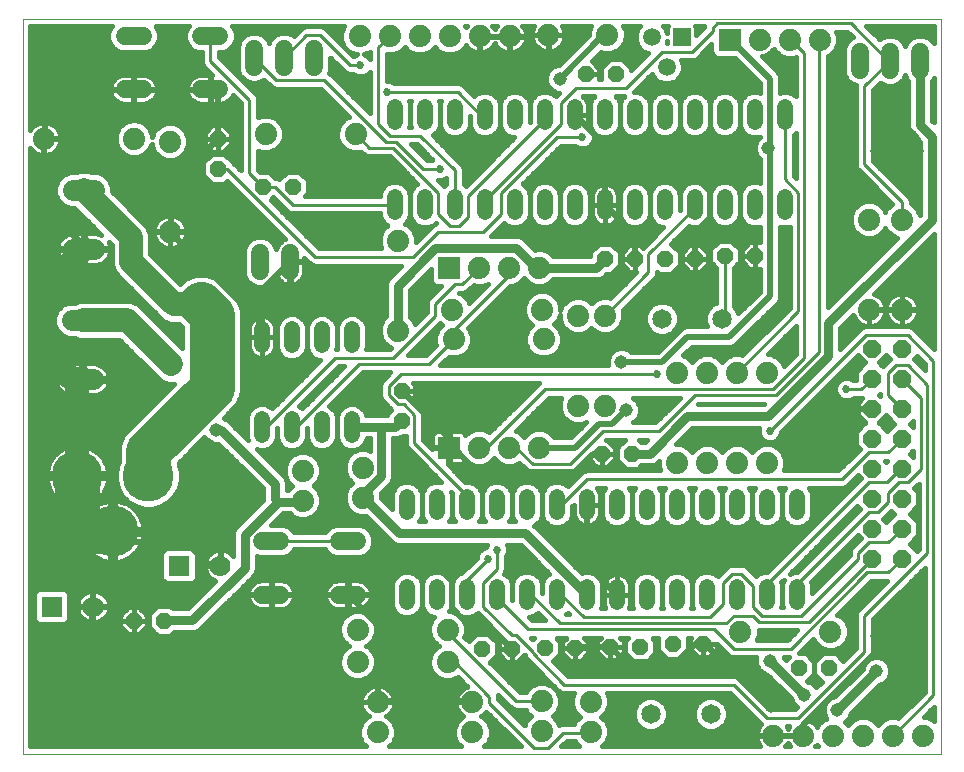
<source format=gbl>
G75*
%MOIN*%
%OFA0B0*%
%FSLAX25Y25*%
%IPPOS*%
%LPD*%
%AMOC8*
5,1,8,0,0,1.08239X$1,22.5*
%
%ADD10C,0.00000*%
%ADD11OC8,0.05200*%
%ADD12C,0.07400*%
%ADD13OC8,0.06000*%
%ADD14C,0.17000*%
%ADD15C,0.06000*%
%ADD16C,0.05200*%
%ADD17C,0.06500*%
%ADD18C,0.07050*%
%ADD19R,0.05900X0.05900*%
%ADD20C,0.05900*%
%ADD21R,0.07400X0.07400*%
%ADD22C,0.07000*%
%ADD23R,0.07000X0.07000*%
%ADD24C,0.05937*%
%ADD25C,0.17780*%
%ADD26C,0.02000*%
%ADD27C,0.08000*%
%ADD28C,0.15000*%
%ADD29C,0.04500*%
%ADD30C,0.01600*%
%ADD31C,0.01000*%
%ADD32C,0.02700*%
%ADD33C,0.03000*%
D10*
X0017181Y0006628D02*
X0017181Y0251628D01*
X0323181Y0251628D01*
X0323181Y0006628D01*
X0017181Y0006628D01*
D11*
X0054063Y0050982D03*
X0064063Y0050982D03*
X0143528Y0117652D03*
X0143528Y0127652D03*
X0210181Y0106628D03*
X0220181Y0106628D03*
X0233981Y0043228D03*
X0243981Y0043228D03*
X0222981Y0042228D03*
X0212981Y0042228D03*
X0201281Y0041928D03*
X0191281Y0041928D03*
X0180181Y0041628D03*
X0170181Y0041628D03*
X0275981Y0035228D03*
X0285981Y0035228D03*
X0241181Y0171628D03*
X0231181Y0171628D03*
X0221181Y0171628D03*
X0211181Y0171628D03*
X0251181Y0172628D03*
X0261181Y0172628D03*
X0214881Y0233128D03*
X0204881Y0233128D03*
X0107181Y0195628D03*
X0097181Y0195628D03*
X0082181Y0201628D03*
X0082181Y0211628D03*
D12*
X0098124Y0213203D03*
X0128124Y0213203D03*
X0129378Y0245778D03*
X0139378Y0245778D03*
X0149378Y0245778D03*
X0159378Y0245778D03*
X0169378Y0245778D03*
X0179378Y0245778D03*
X0192291Y0246202D03*
X0211976Y0246202D03*
X0262781Y0244628D03*
X0272781Y0244628D03*
X0282781Y0244628D03*
X0299181Y0184628D03*
X0310181Y0184628D03*
X0310181Y0154628D03*
X0299181Y0154628D03*
X0265181Y0133628D03*
X0255181Y0133628D03*
X0245181Y0133628D03*
X0235181Y0133628D03*
X0211181Y0122628D03*
X0202181Y0122628D03*
X0189181Y0108628D03*
X0179181Y0108628D03*
X0169181Y0108628D03*
X0130477Y0101933D03*
X0130477Y0091933D03*
X0110469Y0090965D03*
X0110469Y0100965D03*
X0160717Y0144778D03*
X0160205Y0154628D03*
X0169181Y0168628D03*
X0179181Y0168628D03*
X0189181Y0168628D03*
X0190205Y0154628D03*
X0190717Y0144778D03*
X0202181Y0152628D03*
X0211181Y0152628D03*
X0235181Y0103628D03*
X0245181Y0103628D03*
X0255181Y0103628D03*
X0265181Y0103628D03*
X0256299Y0047250D03*
X0286299Y0047250D03*
X0287181Y0012628D03*
X0277181Y0012628D03*
X0267181Y0012628D03*
X0297181Y0012628D03*
X0307181Y0012628D03*
X0317181Y0012628D03*
X0206369Y0013948D03*
X0206369Y0023948D03*
X0190083Y0024019D03*
X0190083Y0014019D03*
X0167000Y0013746D03*
X0167000Y0023746D03*
X0158717Y0037187D03*
X0158764Y0047990D03*
X0128764Y0047990D03*
X0128717Y0037187D03*
X0135362Y0023778D03*
X0135362Y0013778D03*
X0142181Y0147628D03*
X0142181Y0177628D03*
X0066181Y0180628D03*
X0066181Y0210628D03*
X0054181Y0211628D03*
X0024181Y0211628D03*
D13*
X0300181Y0141628D03*
X0310181Y0141628D03*
X0310181Y0131628D03*
X0300181Y0131628D03*
X0300181Y0121628D03*
X0300181Y0111628D03*
X0310181Y0111628D03*
X0310181Y0121628D03*
X0310181Y0101628D03*
X0300181Y0101628D03*
X0300181Y0091628D03*
X0310181Y0091628D03*
X0310181Y0081628D03*
X0300181Y0081628D03*
X0300181Y0071628D03*
X0310181Y0071628D03*
D14*
X0058937Y0099219D03*
X0047126Y0080715D03*
X0035315Y0099219D03*
D15*
X0096909Y0077434D02*
X0102909Y0077434D01*
X0122509Y0077434D02*
X0128509Y0077434D01*
X0128509Y0059634D02*
X0122509Y0059634D01*
X0102909Y0059634D02*
X0096909Y0059634D01*
X0082666Y0228090D02*
X0076666Y0228090D01*
X0057066Y0228090D02*
X0051066Y0228090D01*
X0051066Y0245890D02*
X0057066Y0245890D01*
X0076666Y0245890D02*
X0082666Y0245890D01*
D16*
X0141181Y0222228D02*
X0141181Y0217028D01*
X0151181Y0217028D02*
X0151181Y0222228D01*
X0161181Y0222228D02*
X0161181Y0217028D01*
X0171181Y0217028D02*
X0171181Y0222228D01*
X0181181Y0222228D02*
X0181181Y0217028D01*
X0191181Y0217028D02*
X0191181Y0222228D01*
X0201181Y0222228D02*
X0201181Y0217028D01*
X0211181Y0217028D02*
X0211181Y0222228D01*
X0221181Y0222228D02*
X0221181Y0217028D01*
X0231181Y0217028D02*
X0231181Y0222228D01*
X0241181Y0222228D02*
X0241181Y0217028D01*
X0251181Y0217028D02*
X0251181Y0222228D01*
X0261181Y0222228D02*
X0261181Y0217028D01*
X0271181Y0217028D02*
X0271181Y0222228D01*
X0271181Y0192228D02*
X0271181Y0187028D01*
X0261181Y0187028D02*
X0261181Y0192228D01*
X0251181Y0192228D02*
X0251181Y0187028D01*
X0241181Y0187028D02*
X0241181Y0192228D01*
X0231181Y0192228D02*
X0231181Y0187028D01*
X0221181Y0187028D02*
X0221181Y0192228D01*
X0211181Y0192228D02*
X0211181Y0187028D01*
X0201181Y0187028D02*
X0201181Y0192228D01*
X0191181Y0192228D02*
X0191181Y0187028D01*
X0181181Y0187028D02*
X0181181Y0192228D01*
X0171181Y0192228D02*
X0171181Y0187028D01*
X0161181Y0187028D02*
X0161181Y0192228D01*
X0151181Y0192228D02*
X0151181Y0187028D01*
X0141181Y0187028D02*
X0141181Y0192228D01*
X0126803Y0148063D02*
X0126803Y0142863D01*
X0116803Y0142863D02*
X0116803Y0148063D01*
X0106803Y0148063D02*
X0106803Y0142863D01*
X0096803Y0142863D02*
X0096803Y0148063D01*
X0096803Y0118063D02*
X0096803Y0112863D01*
X0106803Y0112863D02*
X0106803Y0118063D01*
X0116803Y0118063D02*
X0116803Y0112863D01*
X0126803Y0112863D02*
X0126803Y0118063D01*
X0145181Y0092228D02*
X0145181Y0087028D01*
X0155181Y0087028D02*
X0155181Y0092228D01*
X0165181Y0092228D02*
X0165181Y0087028D01*
X0175181Y0087028D02*
X0175181Y0092228D01*
X0185181Y0092228D02*
X0185181Y0087028D01*
X0195181Y0087028D02*
X0195181Y0092228D01*
X0205181Y0092228D02*
X0205181Y0087028D01*
X0215181Y0087028D02*
X0215181Y0092228D01*
X0225181Y0092228D02*
X0225181Y0087028D01*
X0235181Y0087028D02*
X0235181Y0092228D01*
X0245181Y0092228D02*
X0245181Y0087028D01*
X0255181Y0087028D02*
X0255181Y0092228D01*
X0265181Y0092228D02*
X0265181Y0087028D01*
X0275181Y0087028D02*
X0275181Y0092228D01*
X0275181Y0062228D02*
X0275181Y0057028D01*
X0265181Y0057028D02*
X0265181Y0062228D01*
X0255181Y0062228D02*
X0255181Y0057028D01*
X0245181Y0057028D02*
X0245181Y0062228D01*
X0235181Y0062228D02*
X0235181Y0057028D01*
X0225181Y0057028D02*
X0225181Y0062228D01*
X0215181Y0062228D02*
X0215181Y0057028D01*
X0205181Y0057028D02*
X0205181Y0062228D01*
X0195181Y0062228D02*
X0195181Y0057028D01*
X0185181Y0057028D02*
X0185181Y0062228D01*
X0175181Y0062228D02*
X0175181Y0057028D01*
X0165181Y0057028D02*
X0165181Y0062228D01*
X0155181Y0062228D02*
X0155181Y0057028D01*
X0145181Y0057028D02*
X0145181Y0062228D01*
D17*
X0226481Y0019828D03*
X0246481Y0019828D03*
X0250181Y0151628D03*
X0230181Y0151628D03*
D18*
X0040556Y0151037D02*
X0033506Y0151037D01*
X0033506Y0131352D02*
X0040556Y0131352D01*
X0040950Y0174778D02*
X0033900Y0174778D01*
X0033900Y0194463D02*
X0040950Y0194463D01*
D19*
X0236715Y0245427D03*
D20*
X0226715Y0245427D03*
X0231715Y0235427D03*
D21*
X0252781Y0244628D03*
X0159181Y0168628D03*
X0159181Y0108628D03*
D22*
X0083005Y0069261D03*
X0040550Y0055659D03*
X0066661Y0136384D03*
X0076661Y0156384D03*
D23*
X0069225Y0069261D03*
X0026770Y0055659D03*
D24*
X0096181Y0167659D02*
X0096181Y0173596D01*
X0106181Y0173596D02*
X0106181Y0167659D01*
X0104181Y0235659D02*
X0104181Y0241596D01*
X0094181Y0241596D02*
X0094181Y0235659D01*
X0114181Y0235659D02*
X0114181Y0241596D01*
X0296181Y0240596D02*
X0296181Y0234659D01*
X0306181Y0234659D02*
X0306181Y0240596D01*
X0316181Y0240596D02*
X0316181Y0234659D01*
D25*
X0308520Y0207415D03*
X0308520Y0045998D03*
X0032929Y0022376D03*
X0032929Y0234974D03*
D26*
X0032681Y0234628D01*
X0024681Y0226628D01*
X0024681Y0213128D01*
X0024181Y0211628D01*
X0024181Y0189128D01*
X0035181Y0178128D01*
X0037425Y0174778D01*
X0066181Y0180628D02*
X0066681Y0181128D01*
X0066681Y0196128D01*
X0082181Y0211628D01*
X0082181Y0225128D01*
X0079681Y0227628D01*
X0079666Y0228090D01*
X0024181Y0212628D02*
X0024181Y0211628D01*
X0066181Y0180628D02*
X0091181Y0155628D01*
X0106181Y0170628D01*
X0091181Y0155628D02*
X0096681Y0150128D01*
X0096681Y0145628D01*
X0096803Y0145463D01*
X0143528Y0127652D02*
X0143681Y0127628D01*
X0158681Y0112628D01*
X0158681Y0109128D01*
X0159181Y0108628D01*
X0159681Y0108128D01*
X0161181Y0108128D01*
X0168681Y0100628D01*
X0201181Y0100628D01*
X0207181Y0106628D01*
X0210181Y0106628D01*
X0201181Y0108628D02*
X0209181Y0116628D01*
X0213681Y0116628D01*
X0218181Y0121128D01*
X0201181Y0108628D02*
X0189181Y0108628D01*
X0205181Y0089628D02*
X0205181Y0069628D01*
X0215181Y0059628D01*
X0212981Y0042228D02*
X0213681Y0041628D01*
X0218181Y0037128D01*
X0235181Y0037128D01*
X0241181Y0043128D01*
X0243181Y0043128D01*
X0243981Y0043228D01*
X0244681Y0043128D01*
X0265181Y0022628D01*
X0266681Y0022628D01*
X0267181Y0023128D01*
X0277181Y0016128D02*
X0277181Y0012628D01*
X0277181Y0016128D02*
X0302181Y0041128D01*
X0302181Y0045128D01*
X0308520Y0045998D01*
X0308181Y0045628D01*
X0302681Y0045628D01*
X0212981Y0042228D02*
X0212681Y0042128D01*
X0201681Y0042128D01*
X0201281Y0041928D01*
X0180181Y0041628D02*
X0175181Y0046628D01*
X0168681Y0046628D01*
X0160181Y0055128D01*
X0160181Y0064128D01*
X0157181Y0067128D01*
X0143181Y0067128D01*
X0130681Y0054628D01*
X0135681Y0049628D01*
X0135681Y0025128D01*
X0135362Y0023778D01*
X0135681Y0024128D01*
X0166681Y0024128D01*
X0167000Y0023746D01*
X0130681Y0054628D02*
X0126181Y0059128D01*
X0125509Y0059634D01*
X0125181Y0059628D01*
X0100181Y0059628D01*
X0099909Y0059634D01*
X0083005Y0069261D02*
X0082681Y0069628D01*
X0079181Y0069628D01*
X0071681Y0077128D01*
X0053681Y0077128D01*
X0047126Y0080715D01*
X0039094Y0080715D02*
X0040681Y0073628D01*
X0040681Y0056628D01*
X0040550Y0055659D01*
X0040181Y0055628D01*
X0040181Y0023128D01*
X0032929Y0022376D01*
X0033181Y0022628D01*
X0216681Y0137128D02*
X0230181Y0137128D01*
X0238681Y0145628D01*
X0252681Y0145628D01*
X0266181Y0159128D01*
X0266181Y0208628D01*
X0265681Y0208628D01*
X0266181Y0208628D02*
X0266181Y0231628D01*
X0253181Y0244628D01*
X0252781Y0244628D01*
X0211976Y0246202D02*
X0211681Y0246128D01*
X0210681Y0246128D01*
X0196181Y0231628D01*
X0201181Y0219628D02*
X0211181Y0209628D01*
X0211181Y0197628D01*
X0242681Y0197628D01*
X0246181Y0194128D01*
X0246181Y0185128D01*
X0241181Y0180128D01*
X0241181Y0171628D01*
X0221181Y0171628D02*
X0221181Y0179628D01*
X0211181Y0189628D01*
X0211181Y0197628D01*
D27*
X0076661Y0156384D02*
X0067425Y0156384D01*
X0053181Y0170628D01*
X0053181Y0178707D01*
X0037425Y0194463D01*
X0037425Y0174778D02*
X0023181Y0160533D01*
X0023181Y0141628D01*
X0033457Y0131352D01*
X0037031Y0131352D01*
X0035315Y0129636D01*
X0035315Y0099219D01*
X0066661Y0136384D02*
X0052008Y0151037D01*
X0037031Y0151037D01*
D28*
X0076661Y0156384D02*
X0080181Y0152864D01*
X0080181Y0128628D01*
X0058937Y0107384D01*
X0058937Y0099219D01*
X0047126Y0080715D02*
X0039094Y0080715D01*
X0035181Y0084628D01*
X0035181Y0099085D01*
X0035315Y0099219D01*
D29*
X0081681Y0114628D03*
X0218181Y0121128D03*
X0216681Y0137128D03*
X0265681Y0208628D03*
X0196181Y0231628D03*
X0266181Y0037628D03*
X0277681Y0026128D03*
X0288681Y0021128D03*
X0301681Y0034128D03*
X0266681Y0022628D03*
D30*
X0266382Y0021528D02*
X0255824Y0032086D01*
X0254758Y0032528D01*
X0198882Y0032528D01*
X0193917Y0037493D01*
X0196281Y0039857D01*
X0196281Y0043999D01*
X0195052Y0045228D01*
X0198359Y0045228D01*
X0196881Y0043750D01*
X0196881Y0041928D01*
X0201281Y0041928D01*
X0201281Y0041928D01*
X0196881Y0041928D01*
X0196881Y0040105D01*
X0199459Y0037528D01*
X0201281Y0037528D01*
X0201281Y0041928D01*
X0201281Y0041928D01*
X0205681Y0041928D01*
X0205681Y0043750D01*
X0204204Y0045228D01*
X0209759Y0045228D01*
X0208581Y0044050D01*
X0208581Y0042228D01*
X0212981Y0042228D01*
X0212981Y0042228D01*
X0208581Y0042228D01*
X0208581Y0040405D01*
X0211159Y0037828D01*
X0212981Y0037828D01*
X0212981Y0042228D01*
X0212981Y0042228D01*
X0217381Y0042228D01*
X0217381Y0044050D01*
X0216204Y0045228D01*
X0218910Y0045228D01*
X0217981Y0044299D01*
X0217981Y0040157D01*
X0220910Y0037228D01*
X0225052Y0037228D01*
X0227981Y0040157D01*
X0227981Y0044299D01*
X0227052Y0045228D01*
X0228981Y0045228D01*
X0228981Y0041157D01*
X0231910Y0038228D01*
X0236052Y0038228D01*
X0238981Y0041157D01*
X0238981Y0045228D01*
X0239759Y0045228D01*
X0239581Y0045050D01*
X0239581Y0043228D01*
X0243981Y0043228D01*
X0243981Y0043228D01*
X0239581Y0043228D01*
X0239581Y0041405D01*
X0242159Y0038828D01*
X0243981Y0038828D01*
X0243981Y0043228D01*
X0243981Y0043228D01*
X0248381Y0043228D01*
X0248381Y0043327D01*
X0251723Y0039985D01*
X0252538Y0039169D01*
X0253604Y0038728D01*
X0261604Y0038728D01*
X0261531Y0038553D01*
X0261531Y0036703D01*
X0262239Y0034994D01*
X0263547Y0033686D01*
X0265256Y0032978D01*
X0265316Y0032978D01*
X0273031Y0025263D01*
X0273031Y0025203D01*
X0273739Y0023494D01*
X0275047Y0022186D01*
X0275111Y0022159D01*
X0274480Y0021528D01*
X0266382Y0021528D01*
X0265297Y0022613D02*
X0274620Y0022613D01*
X0273442Y0024212D02*
X0263699Y0024212D01*
X0262100Y0025810D02*
X0272484Y0025810D01*
X0270885Y0027409D02*
X0260502Y0027409D01*
X0258903Y0029007D02*
X0269287Y0029007D01*
X0267688Y0030606D02*
X0257305Y0030606D01*
X0255540Y0032204D02*
X0266089Y0032204D01*
X0263430Y0033803D02*
X0197608Y0033803D01*
X0196009Y0035401D02*
X0262070Y0035401D01*
X0261531Y0037000D02*
X0194411Y0037000D01*
X0195022Y0038598D02*
X0198388Y0038598D01*
X0196881Y0040197D02*
X0196281Y0040197D01*
X0196281Y0041795D02*
X0196881Y0041795D01*
X0196881Y0043394D02*
X0196281Y0043394D01*
X0195288Y0044992D02*
X0198123Y0044992D01*
X0201281Y0041928D02*
X0201281Y0041928D01*
X0201281Y0037528D01*
X0203104Y0037528D01*
X0205681Y0040105D01*
X0205681Y0041928D01*
X0201281Y0041928D01*
X0201281Y0041795D02*
X0201281Y0041795D01*
X0201281Y0040197D02*
X0201281Y0040197D01*
X0201281Y0038598D02*
X0201281Y0038598D01*
X0204174Y0038598D02*
X0210388Y0038598D01*
X0208790Y0040197D02*
X0205681Y0040197D01*
X0205681Y0041795D02*
X0208581Y0041795D01*
X0208581Y0043394D02*
X0205681Y0043394D01*
X0204439Y0044992D02*
X0209523Y0044992D01*
X0212981Y0042228D02*
X0212981Y0042228D01*
X0212981Y0037828D01*
X0214804Y0037828D01*
X0217381Y0040405D01*
X0217381Y0042228D01*
X0212981Y0042228D01*
X0212981Y0041795D02*
X0212981Y0041795D01*
X0212981Y0040197D02*
X0212981Y0040197D01*
X0212981Y0038598D02*
X0212981Y0038598D01*
X0215574Y0038598D02*
X0219540Y0038598D01*
X0217981Y0040197D02*
X0217172Y0040197D01*
X0217381Y0041795D02*
X0217981Y0041795D01*
X0217981Y0043394D02*
X0217381Y0043394D01*
X0216439Y0044992D02*
X0218674Y0044992D01*
X0227288Y0044992D02*
X0228981Y0044992D01*
X0228981Y0043394D02*
X0227981Y0043394D01*
X0227981Y0041795D02*
X0228981Y0041795D01*
X0229941Y0040197D02*
X0227981Y0040197D01*
X0226422Y0038598D02*
X0231540Y0038598D01*
X0236422Y0038598D02*
X0261550Y0038598D01*
X0261774Y0044528D02*
X0262399Y0046037D01*
X0262399Y0047728D01*
X0275180Y0047728D01*
X0271980Y0044528D01*
X0261774Y0044528D01*
X0261967Y0044992D02*
X0272444Y0044992D01*
X0274043Y0046591D02*
X0262399Y0046591D01*
X0270759Y0038728D02*
X0272410Y0038728D01*
X0271503Y0037821D01*
X0270831Y0038493D01*
X0270831Y0038553D01*
X0270759Y0038728D01*
X0270812Y0038598D02*
X0272280Y0038598D01*
X0275882Y0040228D02*
X0280636Y0044982D01*
X0281128Y0043795D01*
X0282844Y0042079D01*
X0285086Y0041150D01*
X0287513Y0041150D01*
X0289755Y0042079D01*
X0291471Y0043795D01*
X0292399Y0046037D01*
X0292399Y0048463D01*
X0291471Y0050705D01*
X0289755Y0052421D01*
X0288567Y0052913D01*
X0299882Y0064228D01*
X0305180Y0064228D01*
X0295223Y0054271D01*
X0294781Y0053205D01*
X0294781Y0052051D01*
X0294781Y0041829D01*
X0290616Y0037664D01*
X0288052Y0040228D01*
X0283910Y0040228D01*
X0280981Y0037299D01*
X0278052Y0040228D01*
X0275882Y0040228D01*
X0278083Y0040197D02*
X0283879Y0040197D01*
X0283528Y0041795D02*
X0277450Y0041795D01*
X0279048Y0043394D02*
X0281529Y0043394D01*
X0282280Y0038598D02*
X0279682Y0038598D01*
X0280981Y0037299D02*
X0280981Y0033157D01*
X0278602Y0030778D01*
X0278606Y0030778D01*
X0280315Y0030070D01*
X0281623Y0028762D01*
X0281650Y0028698D01*
X0283545Y0030593D01*
X0280981Y0033157D01*
X0280981Y0037299D01*
X0280981Y0037000D02*
X0280981Y0037000D01*
X0280981Y0035401D02*
X0280981Y0035401D01*
X0280981Y0033803D02*
X0280981Y0033803D01*
X0280028Y0032204D02*
X0281934Y0032204D01*
X0283532Y0030606D02*
X0279022Y0030606D01*
X0281378Y0029007D02*
X0281959Y0029007D01*
X0286350Y0025195D02*
X0297614Y0036459D01*
X0297031Y0035053D01*
X0297031Y0034993D01*
X0287816Y0025778D01*
X0287756Y0025778D01*
X0286350Y0025195D01*
X0286964Y0025810D02*
X0287848Y0025810D01*
X0288563Y0027409D02*
X0289446Y0027409D01*
X0290161Y0029007D02*
X0291045Y0029007D01*
X0291760Y0030606D02*
X0292643Y0030606D01*
X0293358Y0032204D02*
X0294242Y0032204D01*
X0294957Y0033803D02*
X0295840Y0033803D01*
X0296556Y0035401D02*
X0297175Y0035401D01*
X0299350Y0038195D02*
X0300140Y0038985D01*
X0300581Y0040051D01*
X0300581Y0051427D01*
X0317781Y0068627D01*
X0317781Y0027329D01*
X0308950Y0018498D01*
X0308394Y0018728D01*
X0305968Y0018728D01*
X0303726Y0017799D01*
X0302181Y0016255D01*
X0300636Y0017799D01*
X0298394Y0018728D01*
X0295968Y0018728D01*
X0293726Y0017799D01*
X0292181Y0016255D01*
X0291269Y0017167D01*
X0291315Y0017186D01*
X0292623Y0018494D01*
X0293331Y0020203D01*
X0293331Y0020263D01*
X0302547Y0029478D01*
X0302606Y0029478D01*
X0304315Y0030186D01*
X0305623Y0031494D01*
X0306331Y0033203D01*
X0306331Y0035053D01*
X0305623Y0036762D01*
X0304315Y0038070D01*
X0302606Y0038778D01*
X0300756Y0038778D01*
X0299350Y0038195D01*
X0299753Y0038598D02*
X0300322Y0038598D01*
X0300581Y0040197D02*
X0317781Y0040197D01*
X0317781Y0041795D02*
X0300581Y0041795D01*
X0300581Y0043394D02*
X0317781Y0043394D01*
X0317781Y0044992D02*
X0300581Y0044992D01*
X0300581Y0046591D02*
X0317781Y0046591D01*
X0317781Y0048189D02*
X0300581Y0048189D01*
X0300581Y0049788D02*
X0317781Y0049788D01*
X0317781Y0051386D02*
X0300581Y0051386D01*
X0302139Y0052985D02*
X0317781Y0052985D01*
X0317781Y0054583D02*
X0303738Y0054583D01*
X0305336Y0056182D02*
X0317781Y0056182D01*
X0317781Y0057780D02*
X0306935Y0057780D01*
X0308533Y0059379D02*
X0317781Y0059379D01*
X0317781Y0060977D02*
X0310132Y0060977D01*
X0311730Y0062576D02*
X0317781Y0062576D01*
X0317781Y0064174D02*
X0313329Y0064174D01*
X0314927Y0065773D02*
X0317781Y0065773D01*
X0317781Y0067371D02*
X0316526Y0067371D01*
X0315199Y0074247D02*
X0312818Y0076628D01*
X0315581Y0079391D01*
X0315581Y0083865D01*
X0312818Y0086628D01*
X0315581Y0089391D01*
X0315581Y0093865D01*
X0314300Y0095146D01*
X0315781Y0096627D01*
X0315781Y0074829D01*
X0315199Y0074247D01*
X0315781Y0075364D02*
X0314082Y0075364D01*
X0313152Y0076962D02*
X0315781Y0076962D01*
X0315781Y0078561D02*
X0314751Y0078561D01*
X0315581Y0080159D02*
X0315781Y0080159D01*
X0315781Y0081758D02*
X0315581Y0081758D01*
X0315581Y0083356D02*
X0315781Y0083356D01*
X0315781Y0084955D02*
X0314491Y0084955D01*
X0315781Y0086554D02*
X0312892Y0086554D01*
X0314342Y0088152D02*
X0315781Y0088152D01*
X0315781Y0089751D02*
X0315581Y0089751D01*
X0315581Y0091349D02*
X0315781Y0091349D01*
X0315781Y0092948D02*
X0315581Y0092948D01*
X0315781Y0094546D02*
X0314900Y0094546D01*
X0315299Y0096145D02*
X0315781Y0096145D01*
X0306663Y0087509D02*
X0307544Y0086628D01*
X0304781Y0083865D01*
X0304781Y0083816D01*
X0303876Y0084721D01*
X0306663Y0087509D01*
X0307470Y0086554D02*
X0305708Y0086554D01*
X0305871Y0084955D02*
X0304109Y0084955D01*
X0296062Y0088110D02*
X0275180Y0067228D01*
X0274187Y0067228D01*
X0272814Y0066659D01*
X0295163Y0089009D01*
X0296062Y0088110D01*
X0296020Y0088152D02*
X0294306Y0088152D01*
X0294505Y0086554D02*
X0292708Y0086554D01*
X0292907Y0084955D02*
X0291109Y0084955D01*
X0291308Y0083356D02*
X0289511Y0083356D01*
X0289710Y0081758D02*
X0287912Y0081758D01*
X0288111Y0080159D02*
X0286314Y0080159D01*
X0286513Y0078561D02*
X0284715Y0078561D01*
X0284914Y0076962D02*
X0283117Y0076962D01*
X0283316Y0075364D02*
X0281518Y0075364D01*
X0281717Y0073765D02*
X0279920Y0073765D01*
X0280119Y0072167D02*
X0278321Y0072167D01*
X0278520Y0070568D02*
X0276723Y0070568D01*
X0276922Y0068970D02*
X0275124Y0068970D01*
X0275323Y0067371D02*
X0273526Y0067371D01*
X0270750Y0064595D02*
X0269946Y0063791D01*
X0270181Y0063223D01*
X0270750Y0064595D01*
X0270575Y0064174D02*
X0270329Y0064174D01*
X0270181Y0063223D02*
X0270181Y0056033D01*
X0269972Y0055528D01*
X0270390Y0055528D01*
X0270181Y0056033D01*
X0270181Y0063223D01*
X0270181Y0062576D02*
X0270181Y0062576D01*
X0270181Y0060977D02*
X0270181Y0060977D01*
X0270181Y0059379D02*
X0270181Y0059379D01*
X0270181Y0057780D02*
X0270181Y0057780D01*
X0270181Y0056182D02*
X0270181Y0056182D01*
X0280181Y0060229D02*
X0280181Y0063223D01*
X0279946Y0063791D01*
X0295588Y0079433D01*
X0296486Y0078534D01*
X0293223Y0075271D01*
X0292781Y0074205D01*
X0292781Y0072829D01*
X0280181Y0060229D01*
X0280181Y0060977D02*
X0280929Y0060977D01*
X0280181Y0062576D02*
X0282528Y0062576D01*
X0284126Y0064174D02*
X0280329Y0064174D01*
X0281927Y0065773D02*
X0285725Y0065773D01*
X0287323Y0067371D02*
X0283526Y0067371D01*
X0285124Y0068970D02*
X0288922Y0068970D01*
X0290520Y0070568D02*
X0286723Y0070568D01*
X0288321Y0072167D02*
X0292119Y0072167D01*
X0292781Y0073765D02*
X0289920Y0073765D01*
X0291518Y0075364D02*
X0293316Y0075364D01*
X0293117Y0076962D02*
X0294914Y0076962D01*
X0294715Y0078561D02*
X0296460Y0078561D01*
X0286104Y0088152D02*
X0280181Y0088152D01*
X0280181Y0086554D02*
X0284505Y0086554D01*
X0282907Y0084955D02*
X0279734Y0084955D01*
X0279420Y0084196D02*
X0280181Y0086033D01*
X0280181Y0093223D01*
X0279420Y0095060D01*
X0279252Y0095228D01*
X0290758Y0095228D01*
X0291824Y0095669D01*
X0295588Y0099433D01*
X0296486Y0098534D01*
X0265180Y0067228D01*
X0264187Y0067228D01*
X0262349Y0066467D01*
X0261646Y0065764D01*
X0258324Y0069086D01*
X0257258Y0069528D01*
X0253104Y0069528D01*
X0252038Y0069086D01*
X0251223Y0068271D01*
X0248716Y0065764D01*
X0248013Y0066467D01*
X0246176Y0067228D01*
X0244187Y0067228D01*
X0242349Y0066467D01*
X0240942Y0065060D01*
X0240181Y0063223D01*
X0239420Y0065060D01*
X0238013Y0066467D01*
X0236176Y0067228D01*
X0234187Y0067228D01*
X0232349Y0066467D01*
X0230942Y0065060D01*
X0230181Y0063223D01*
X0229420Y0065060D01*
X0228013Y0066467D01*
X0226176Y0067228D01*
X0224187Y0067228D01*
X0222349Y0066467D01*
X0220942Y0065060D01*
X0220181Y0063223D01*
X0220181Y0056033D01*
X0220598Y0055028D01*
X0219100Y0055028D01*
X0219259Y0055339D01*
X0219473Y0055998D01*
X0219581Y0056682D01*
X0219581Y0059628D01*
X0219581Y0062574D01*
X0219473Y0063258D01*
X0219259Y0063917D01*
X0218944Y0064534D01*
X0218537Y0065094D01*
X0218048Y0065584D01*
X0217487Y0065991D01*
X0216870Y0066306D01*
X0216211Y0066520D01*
X0215527Y0066628D01*
X0215181Y0066628D01*
X0214835Y0066628D01*
X0214151Y0066520D01*
X0213492Y0066306D01*
X0212875Y0065991D01*
X0212315Y0065584D01*
X0211825Y0065094D01*
X0211418Y0064534D01*
X0211103Y0063917D01*
X0210889Y0063258D01*
X0210781Y0062574D01*
X0210781Y0059628D01*
X0215181Y0059628D01*
X0215181Y0059628D01*
X0215181Y0066628D01*
X0215181Y0059628D01*
X0215181Y0059628D01*
X0210781Y0059628D01*
X0210781Y0056682D01*
X0210889Y0055998D01*
X0211103Y0055339D01*
X0211262Y0055028D01*
X0209765Y0055028D01*
X0210181Y0056033D01*
X0210181Y0063223D01*
X0209420Y0065060D01*
X0208013Y0066467D01*
X0206176Y0067228D01*
X0204187Y0067228D01*
X0203416Y0066909D01*
X0187987Y0082337D01*
X0187675Y0082649D01*
X0188013Y0082789D01*
X0189420Y0084196D01*
X0190181Y0086033D01*
X0190181Y0093223D01*
X0189420Y0095060D01*
X0188013Y0096467D01*
X0186176Y0097228D01*
X0184187Y0097228D01*
X0182349Y0096467D01*
X0180942Y0095060D01*
X0180181Y0093223D01*
X0179420Y0095060D01*
X0178013Y0096467D01*
X0176176Y0097228D01*
X0174187Y0097228D01*
X0172349Y0096467D01*
X0170942Y0095060D01*
X0170181Y0093223D01*
X0169420Y0095060D01*
X0168013Y0096467D01*
X0166176Y0097228D01*
X0164682Y0097228D01*
X0158782Y0103128D01*
X0158981Y0103128D01*
X0158981Y0108428D01*
X0153681Y0108428D01*
X0153681Y0108229D01*
X0150581Y0111329D01*
X0150581Y0120205D01*
X0150140Y0121271D01*
X0146754Y0124656D01*
X0147928Y0125829D01*
X0147928Y0127652D01*
X0147928Y0129474D01*
X0147174Y0130228D01*
X0189180Y0130228D01*
X0188723Y0129771D01*
X0172694Y0113742D01*
X0172636Y0113799D01*
X0170394Y0114728D01*
X0167968Y0114728D01*
X0165726Y0113799D01*
X0164641Y0112715D01*
X0164558Y0113023D01*
X0164321Y0113433D01*
X0163986Y0113768D01*
X0163576Y0114005D01*
X0163118Y0114128D01*
X0159381Y0114128D01*
X0159381Y0108828D01*
X0158981Y0108828D01*
X0158981Y0108428D01*
X0159381Y0108428D01*
X0159381Y0103128D01*
X0163118Y0103128D01*
X0163576Y0103251D01*
X0163986Y0103488D01*
X0164321Y0103823D01*
X0164558Y0104233D01*
X0164641Y0104541D01*
X0165726Y0103457D01*
X0167968Y0102528D01*
X0170394Y0102528D01*
X0172636Y0103457D01*
X0174181Y0105001D01*
X0175726Y0103457D01*
X0177968Y0102528D01*
X0180394Y0102528D01*
X0182636Y0103457D01*
X0182694Y0103514D01*
X0184723Y0101485D01*
X0185538Y0100669D01*
X0186604Y0100228D01*
X0200258Y0100228D01*
X0201324Y0100669D01*
X0205781Y0105127D01*
X0205781Y0104805D01*
X0208359Y0102228D01*
X0210181Y0102228D01*
X0210181Y0106628D01*
X0210181Y0106628D01*
X0214581Y0106628D01*
X0214581Y0108450D01*
X0212004Y0111028D01*
X0211682Y0111028D01*
X0211882Y0111228D01*
X0217710Y0111228D01*
X0215181Y0108699D01*
X0215181Y0104557D01*
X0218110Y0101628D01*
X0222252Y0101628D01*
X0223352Y0102728D01*
X0226957Y0102728D01*
X0228390Y0103322D01*
X0229081Y0104013D01*
X0229081Y0102415D01*
X0229655Y0101028D01*
X0204604Y0101028D01*
X0203538Y0100586D01*
X0202723Y0099771D01*
X0198716Y0095764D01*
X0198013Y0096467D01*
X0196176Y0097228D01*
X0194187Y0097228D01*
X0192349Y0096467D01*
X0190942Y0095060D01*
X0190181Y0093223D01*
X0190181Y0086033D01*
X0190942Y0084196D01*
X0192349Y0082789D01*
X0194187Y0082028D01*
X0196176Y0082028D01*
X0198013Y0082789D01*
X0199420Y0084196D01*
X0200181Y0086033D01*
X0200181Y0089027D01*
X0200781Y0089627D01*
X0200781Y0086682D01*
X0200889Y0085998D01*
X0201103Y0085339D01*
X0201418Y0084722D01*
X0201825Y0084162D01*
X0202315Y0083672D01*
X0202875Y0083265D01*
X0203492Y0082950D01*
X0204151Y0082736D01*
X0204835Y0082628D01*
X0205181Y0082628D01*
X0205181Y0089628D01*
X0205181Y0089628D01*
X0209581Y0089628D01*
X0209581Y0092574D01*
X0209473Y0093258D01*
X0209259Y0093917D01*
X0208944Y0094534D01*
X0208537Y0095094D01*
X0208404Y0095228D01*
X0211110Y0095228D01*
X0210942Y0095060D01*
X0210181Y0093223D01*
X0210181Y0086033D01*
X0210942Y0084196D01*
X0212349Y0082789D01*
X0214187Y0082028D01*
X0216176Y0082028D01*
X0218013Y0082789D01*
X0219420Y0084196D01*
X0220181Y0086033D01*
X0220181Y0093223D01*
X0220181Y0086033D01*
X0220942Y0084196D01*
X0222349Y0082789D01*
X0224187Y0082028D01*
X0226176Y0082028D01*
X0228013Y0082789D01*
X0229420Y0084196D01*
X0230181Y0086033D01*
X0230181Y0093223D01*
X0230181Y0086033D01*
X0230942Y0084196D01*
X0232349Y0082789D01*
X0234187Y0082028D01*
X0236176Y0082028D01*
X0238013Y0082789D01*
X0239420Y0084196D01*
X0240181Y0086033D01*
X0240181Y0093223D01*
X0240181Y0086033D01*
X0240942Y0084196D01*
X0242349Y0082789D01*
X0244187Y0082028D01*
X0246176Y0082028D01*
X0248013Y0082789D01*
X0249420Y0084196D01*
X0250181Y0086033D01*
X0250181Y0093223D01*
X0250181Y0086033D01*
X0250942Y0084196D01*
X0252349Y0082789D01*
X0254187Y0082028D01*
X0256176Y0082028D01*
X0258013Y0082789D01*
X0259420Y0084196D01*
X0260181Y0086033D01*
X0260181Y0093223D01*
X0260181Y0086033D01*
X0260942Y0084196D01*
X0262349Y0082789D01*
X0264187Y0082028D01*
X0266176Y0082028D01*
X0268013Y0082789D01*
X0269420Y0084196D01*
X0270181Y0086033D01*
X0270181Y0093223D01*
X0270181Y0086033D01*
X0270942Y0084196D01*
X0272349Y0082789D01*
X0274187Y0082028D01*
X0276176Y0082028D01*
X0278013Y0082789D01*
X0279420Y0084196D01*
X0278581Y0083356D02*
X0281308Y0083356D01*
X0279710Y0081758D02*
X0188566Y0081758D01*
X0188581Y0083356D02*
X0191781Y0083356D01*
X0190628Y0084955D02*
X0189734Y0084955D01*
X0190181Y0086554D02*
X0190181Y0086554D01*
X0190181Y0088152D02*
X0190181Y0088152D01*
X0190181Y0089751D02*
X0190181Y0089751D01*
X0190181Y0091349D02*
X0190181Y0091349D01*
X0190181Y0092948D02*
X0190181Y0092948D01*
X0189633Y0094546D02*
X0190729Y0094546D01*
X0192027Y0096145D02*
X0188336Y0096145D01*
X0185268Y0100940D02*
X0160970Y0100940D01*
X0162569Y0099342D02*
X0202294Y0099342D01*
X0201594Y0100940D02*
X0204392Y0100940D01*
X0203193Y0102539D02*
X0208048Y0102539D01*
X0210181Y0102539D02*
X0210181Y0102539D01*
X0210181Y0102228D02*
X0212004Y0102228D01*
X0214581Y0104805D01*
X0214581Y0106628D01*
X0210181Y0106628D01*
X0210181Y0106628D01*
X0210181Y0102228D01*
X0210181Y0104137D02*
X0210181Y0104137D01*
X0210181Y0105736D02*
X0210181Y0105736D01*
X0212314Y0102539D02*
X0217199Y0102539D01*
X0215601Y0104137D02*
X0213913Y0104137D01*
X0214581Y0105736D02*
X0215181Y0105736D01*
X0215181Y0107334D02*
X0214581Y0107334D01*
X0214099Y0108933D02*
X0215415Y0108933D01*
X0217013Y0110531D02*
X0212500Y0110531D01*
X0206449Y0104137D02*
X0204791Y0104137D01*
X0200695Y0097743D02*
X0164167Y0097743D01*
X0168336Y0096145D02*
X0172027Y0096145D01*
X0170729Y0094546D02*
X0169633Y0094546D01*
X0170181Y0093223D02*
X0170181Y0086033D01*
X0169420Y0084196D01*
X0169252Y0084028D01*
X0171110Y0084028D01*
X0170942Y0084196D01*
X0170181Y0086033D01*
X0170181Y0093223D01*
X0170181Y0092948D02*
X0170181Y0092948D01*
X0170181Y0091349D02*
X0170181Y0091349D01*
X0170181Y0089751D02*
X0170181Y0089751D01*
X0170181Y0088152D02*
X0170181Y0088152D01*
X0170181Y0086554D02*
X0170181Y0086554D01*
X0169734Y0084955D02*
X0170628Y0084955D01*
X0179252Y0084028D02*
X0179420Y0084196D01*
X0180181Y0086033D01*
X0180181Y0093223D01*
X0180181Y0086033D01*
X0180942Y0084196D01*
X0181110Y0084028D01*
X0179252Y0084028D01*
X0179734Y0084955D02*
X0180628Y0084955D01*
X0180181Y0086554D02*
X0180181Y0086554D01*
X0180181Y0088152D02*
X0180181Y0088152D01*
X0180181Y0089751D02*
X0180181Y0089751D01*
X0180181Y0091349D02*
X0180181Y0091349D01*
X0180181Y0092948D02*
X0180181Y0092948D01*
X0179633Y0094546D02*
X0180729Y0094546D01*
X0182027Y0096145D02*
X0178336Y0096145D01*
X0177942Y0102539D02*
X0170420Y0102539D01*
X0167942Y0102539D02*
X0159372Y0102539D01*
X0159381Y0104137D02*
X0158981Y0104137D01*
X0158981Y0105736D02*
X0159381Y0105736D01*
X0159381Y0107334D02*
X0158981Y0107334D01*
X0158981Y0108828D02*
X0153681Y0108828D01*
X0153681Y0112565D01*
X0153804Y0113023D01*
X0154041Y0113433D01*
X0154376Y0113768D01*
X0154786Y0114005D01*
X0155244Y0114128D01*
X0158981Y0114128D01*
X0158981Y0108828D01*
X0158981Y0108933D02*
X0159381Y0108933D01*
X0159381Y0110531D02*
X0158981Y0110531D01*
X0158981Y0112130D02*
X0159381Y0112130D01*
X0159381Y0113728D02*
X0158981Y0113728D01*
X0154336Y0113728D02*
X0150581Y0113728D01*
X0150581Y0112130D02*
X0153681Y0112130D01*
X0153681Y0110531D02*
X0151379Y0110531D01*
X0152978Y0108933D02*
X0153681Y0108933D01*
X0149571Y0104137D02*
X0140581Y0104137D01*
X0140581Y0102539D02*
X0151169Y0102539D01*
X0152768Y0100940D02*
X0140581Y0100940D01*
X0140581Y0099342D02*
X0154366Y0099342D01*
X0154187Y0097228D02*
X0152349Y0096467D01*
X0150942Y0095060D01*
X0150181Y0093223D01*
X0149420Y0095060D01*
X0148013Y0096467D01*
X0146176Y0097228D01*
X0144187Y0097228D01*
X0142349Y0096467D01*
X0140942Y0095060D01*
X0140181Y0093223D01*
X0140181Y0088143D01*
X0136577Y0091747D01*
X0136577Y0093147D01*
X0136471Y0093403D01*
X0138890Y0095822D01*
X0138890Y0095822D01*
X0139987Y0096919D01*
X0140581Y0098352D01*
X0140581Y0111728D01*
X0141957Y0111728D01*
X0143390Y0112322D01*
X0143720Y0112652D01*
X0144781Y0112652D01*
X0144781Y0109551D01*
X0145223Y0108485D01*
X0146038Y0107669D01*
X0146038Y0107669D01*
X0156695Y0097013D01*
X0156176Y0097228D01*
X0154187Y0097228D01*
X0155965Y0097743D02*
X0140329Y0097743D01*
X0139213Y0096145D02*
X0142027Y0096145D01*
X0140729Y0094546D02*
X0137615Y0094546D01*
X0136577Y0092948D02*
X0140181Y0092948D01*
X0140181Y0091349D02*
X0136975Y0091349D01*
X0138574Y0089751D02*
X0140181Y0089751D01*
X0140172Y0088152D02*
X0140181Y0088152D01*
X0133937Y0083356D02*
X0100425Y0083356D01*
X0099903Y0082834D02*
X0103797Y0086728D01*
X0106079Y0086728D01*
X0107013Y0085794D01*
X0109255Y0084865D01*
X0111682Y0084865D01*
X0113924Y0085794D01*
X0115640Y0087510D01*
X0116568Y0089752D01*
X0116568Y0092178D01*
X0115640Y0094420D01*
X0114095Y0095965D01*
X0115640Y0097510D01*
X0116568Y0099752D01*
X0116568Y0102178D01*
X0115640Y0104420D01*
X0113924Y0106136D01*
X0111682Y0107065D01*
X0109255Y0107065D01*
X0107013Y0106136D01*
X0105297Y0104420D01*
X0104369Y0102178D01*
X0104369Y0099752D01*
X0105297Y0097510D01*
X0106842Y0095965D01*
X0105405Y0094528D01*
X0105081Y0094528D01*
X0105081Y0097404D01*
X0104487Y0098837D01*
X0103390Y0099934D01*
X0095217Y0108108D01*
X0095809Y0107863D01*
X0097798Y0107863D01*
X0099635Y0108624D01*
X0101042Y0110030D01*
X0101803Y0111868D01*
X0101803Y0115149D01*
X0101803Y0111868D01*
X0102564Y0110030D01*
X0103971Y0108624D01*
X0105809Y0107863D01*
X0107798Y0107863D01*
X0109635Y0108624D01*
X0111042Y0110030D01*
X0111803Y0111868D01*
X0111803Y0115149D01*
X0111803Y0111868D01*
X0112564Y0110030D01*
X0113971Y0108624D01*
X0115809Y0107863D01*
X0117798Y0107863D01*
X0119635Y0108624D01*
X0121042Y0110030D01*
X0121803Y0111868D01*
X0121803Y0119057D01*
X0121803Y0111868D01*
X0122564Y0110030D01*
X0123971Y0108624D01*
X0125809Y0107863D01*
X0127798Y0107863D01*
X0129635Y0108624D01*
X0131042Y0110030D01*
X0131745Y0111728D01*
X0132781Y0111728D01*
X0132781Y0107582D01*
X0131691Y0108033D01*
X0129264Y0108033D01*
X0127022Y0107105D01*
X0125306Y0105389D01*
X0124377Y0103147D01*
X0124377Y0100720D01*
X0125306Y0098478D01*
X0126850Y0096933D01*
X0125306Y0095389D01*
X0124377Y0093147D01*
X0124377Y0090720D01*
X0125306Y0088478D01*
X0127022Y0086762D01*
X0129264Y0085833D01*
X0131460Y0085833D01*
X0140472Y0076822D01*
X0141905Y0076228D01*
X0171785Y0076228D01*
X0171432Y0075377D01*
X0170057Y0074807D01*
X0169002Y0073752D01*
X0168431Y0072374D01*
X0168431Y0071979D01*
X0163322Y0066870D01*
X0162349Y0066467D01*
X0160942Y0065060D01*
X0160181Y0063223D01*
X0159420Y0065060D01*
X0158013Y0066467D01*
X0156176Y0067228D01*
X0154187Y0067228D01*
X0152349Y0066467D01*
X0150942Y0065060D01*
X0150181Y0063223D01*
X0149420Y0065060D01*
X0148013Y0066467D01*
X0146176Y0067228D01*
X0144187Y0067228D01*
X0142349Y0066467D01*
X0140942Y0065060D01*
X0140181Y0063223D01*
X0140181Y0056033D01*
X0140942Y0054196D01*
X0142349Y0052789D01*
X0144187Y0052028D01*
X0146176Y0052028D01*
X0148013Y0052789D01*
X0149420Y0054196D01*
X0150181Y0056033D01*
X0150181Y0063223D01*
X0150181Y0056033D01*
X0150942Y0054196D01*
X0152349Y0052789D01*
X0154178Y0052031D01*
X0153592Y0051446D01*
X0152664Y0049204D01*
X0152664Y0046777D01*
X0153592Y0044535D01*
X0155308Y0042819D01*
X0155841Y0042598D01*
X0155261Y0042358D01*
X0153545Y0040642D01*
X0152617Y0038400D01*
X0152617Y0035974D01*
X0153545Y0033732D01*
X0155261Y0032016D01*
X0157503Y0031087D01*
X0159930Y0031087D01*
X0162172Y0032016D01*
X0162182Y0032026D01*
X0165248Y0028960D01*
X0164889Y0028843D01*
X0164117Y0028450D01*
X0163417Y0027941D01*
X0162805Y0027329D01*
X0162296Y0026629D01*
X0161903Y0025857D01*
X0161635Y0025034D01*
X0161500Y0024179D01*
X0161500Y0023746D01*
X0161500Y0023313D01*
X0161635Y0022458D01*
X0161903Y0021635D01*
X0162296Y0020863D01*
X0162805Y0020163D01*
X0163417Y0019551D01*
X0164019Y0019114D01*
X0163545Y0018917D01*
X0161829Y0017201D01*
X0160900Y0014959D01*
X0160900Y0012533D01*
X0161829Y0010291D01*
X0163091Y0009028D01*
X0139239Y0009028D01*
X0140534Y0010322D01*
X0141462Y0012564D01*
X0141462Y0014991D01*
X0140534Y0017233D01*
X0138818Y0018949D01*
X0138344Y0019145D01*
X0138945Y0019582D01*
X0139557Y0020195D01*
X0140066Y0020895D01*
X0140459Y0021666D01*
X0140727Y0022490D01*
X0140862Y0023345D01*
X0140862Y0023777D01*
X0135362Y0023777D01*
X0129862Y0023777D01*
X0129862Y0023345D01*
X0129998Y0022490D01*
X0130265Y0021666D01*
X0130658Y0020895D01*
X0131167Y0020195D01*
X0131779Y0019582D01*
X0132381Y0019145D01*
X0131907Y0018949D01*
X0130191Y0017233D01*
X0129262Y0014991D01*
X0129262Y0012564D01*
X0130191Y0010322D01*
X0131485Y0009028D01*
X0019581Y0009028D01*
X0019581Y0208602D01*
X0019986Y0208045D01*
X0020598Y0207433D01*
X0021298Y0206924D01*
X0022070Y0206531D01*
X0022893Y0206263D01*
X0023748Y0206128D01*
X0024095Y0206128D01*
X0024095Y0211542D01*
X0024267Y0211542D01*
X0024267Y0206128D01*
X0024614Y0206128D01*
X0025469Y0206263D01*
X0026292Y0206531D01*
X0027064Y0206924D01*
X0027764Y0207433D01*
X0028376Y0208045D01*
X0028885Y0208745D01*
X0029278Y0209517D01*
X0029546Y0210340D01*
X0029681Y0211195D01*
X0029681Y0211542D01*
X0024267Y0211542D01*
X0024267Y0211714D01*
X0024095Y0211714D01*
X0024095Y0217128D01*
X0023748Y0217128D01*
X0022893Y0216993D01*
X0022070Y0216725D01*
X0021298Y0216332D01*
X0020598Y0215823D01*
X0019986Y0215211D01*
X0019581Y0214654D01*
X0019581Y0249228D01*
X0046767Y0249228D01*
X0046488Y0248949D01*
X0045666Y0246964D01*
X0045666Y0244816D01*
X0046488Y0242831D01*
X0048007Y0241312D01*
X0049992Y0240490D01*
X0058140Y0240490D01*
X0060125Y0241312D01*
X0061644Y0242831D01*
X0062466Y0244816D01*
X0062466Y0246964D01*
X0061644Y0248949D01*
X0061365Y0249228D01*
X0072367Y0249228D01*
X0072088Y0248949D01*
X0071266Y0246964D01*
X0071266Y0244816D01*
X0072088Y0242831D01*
X0073607Y0241312D01*
X0075592Y0240490D01*
X0076781Y0240490D01*
X0076781Y0237051D01*
X0077223Y0235985D01*
X0080318Y0232890D01*
X0079866Y0232890D01*
X0079866Y0228290D01*
X0079466Y0228290D01*
X0079466Y0227890D01*
X0079866Y0227890D01*
X0079866Y0223290D01*
X0083044Y0223290D01*
X0083790Y0223408D01*
X0084509Y0223642D01*
X0085182Y0223985D01*
X0085793Y0224429D01*
X0086327Y0224963D01*
X0086771Y0225574D01*
X0087062Y0226145D01*
X0089781Y0223427D01*
X0089781Y0201129D01*
X0086824Y0204086D01*
X0086772Y0204108D01*
X0084252Y0206628D01*
X0080110Y0206628D01*
X0077181Y0203699D01*
X0077181Y0199557D01*
X0080110Y0196628D01*
X0084252Y0196628D01*
X0085166Y0197542D01*
X0104608Y0178099D01*
X0104351Y0178016D01*
X0103682Y0177675D01*
X0103075Y0177234D01*
X0102544Y0176703D01*
X0102103Y0176096D01*
X0101762Y0175427D01*
X0101530Y0174713D01*
X0101530Y0174712D01*
X0100732Y0176637D01*
X0099222Y0178148D01*
X0097249Y0178965D01*
X0095113Y0178965D01*
X0093140Y0178148D01*
X0091630Y0176637D01*
X0090813Y0174664D01*
X0090813Y0166592D01*
X0091630Y0164618D01*
X0093140Y0163108D01*
X0095113Y0162291D01*
X0097249Y0162291D01*
X0099222Y0163108D01*
X0100732Y0164618D01*
X0101530Y0166544D01*
X0101530Y0166543D01*
X0101762Y0165829D01*
X0102103Y0165160D01*
X0102544Y0164553D01*
X0103075Y0164022D01*
X0103682Y0163581D01*
X0104351Y0163240D01*
X0105064Y0163008D01*
X0105806Y0162891D01*
X0105997Y0162891D01*
X0105997Y0170444D01*
X0106365Y0170444D01*
X0106365Y0162891D01*
X0106556Y0162891D01*
X0107298Y0163008D01*
X0108012Y0163240D01*
X0108680Y0163581D01*
X0109288Y0164022D01*
X0109818Y0164553D01*
X0110259Y0165160D01*
X0110600Y0165829D01*
X0110832Y0166543D01*
X0110950Y0167284D01*
X0110950Y0170444D01*
X0106365Y0170444D01*
X0106365Y0170812D01*
X0110950Y0170812D01*
X0110950Y0171758D01*
X0112223Y0170485D01*
X0113038Y0169669D01*
X0114104Y0169228D01*
X0143266Y0169228D01*
X0139972Y0165934D01*
X0138875Y0164837D01*
X0138281Y0163404D01*
X0138281Y0152355D01*
X0137010Y0151083D01*
X0136081Y0148841D01*
X0136081Y0146415D01*
X0137010Y0144173D01*
X0138726Y0142457D01*
X0139916Y0141964D01*
X0139480Y0141528D01*
X0131662Y0141528D01*
X0131803Y0141868D01*
X0131803Y0149057D01*
X0131042Y0150895D01*
X0129635Y0152301D01*
X0127798Y0153063D01*
X0125809Y0153063D01*
X0123971Y0152301D01*
X0122564Y0150895D01*
X0121803Y0149057D01*
X0121042Y0150895D01*
X0119635Y0152301D01*
X0117798Y0153063D01*
X0115809Y0153063D01*
X0113971Y0152301D01*
X0112564Y0150895D01*
X0111803Y0149057D01*
X0111042Y0150895D01*
X0109635Y0152301D01*
X0107798Y0153063D01*
X0105809Y0153063D01*
X0103971Y0152301D01*
X0102564Y0150895D01*
X0101803Y0149057D01*
X0101803Y0141868D01*
X0102564Y0140030D01*
X0103971Y0138624D01*
X0105809Y0137863D01*
X0107798Y0137863D01*
X0109635Y0138624D01*
X0111042Y0140030D01*
X0111803Y0141868D01*
X0111803Y0149057D01*
X0111803Y0141868D01*
X0112564Y0140030D01*
X0113971Y0138624D01*
X0115809Y0137863D01*
X0116315Y0137863D01*
X0100194Y0121742D01*
X0099635Y0122301D01*
X0097798Y0123063D01*
X0095809Y0123063D01*
X0093971Y0122301D01*
X0092564Y0120895D01*
X0091803Y0119057D01*
X0091803Y0111868D01*
X0092048Y0111276D01*
X0085390Y0117934D01*
X0084640Y0118245D01*
X0084315Y0118570D01*
X0084180Y0118626D01*
X0088574Y0123020D01*
X0090081Y0126659D01*
X0090081Y0154833D01*
X0088574Y0158472D01*
X0082269Y0164777D01*
X0078631Y0166284D01*
X0074692Y0166284D01*
X0071054Y0164777D01*
X0069568Y0163292D01*
X0059581Y0173279D01*
X0059581Y0179980D01*
X0058607Y0182332D01*
X0046875Y0194064D01*
X0046875Y0195641D01*
X0045973Y0197819D01*
X0044306Y0199486D01*
X0042129Y0200388D01*
X0039845Y0200388D01*
X0038698Y0200863D01*
X0036152Y0200863D01*
X0035005Y0200388D01*
X0032722Y0200388D01*
X0030544Y0199486D01*
X0028877Y0197819D01*
X0027975Y0195641D01*
X0027975Y0193284D01*
X0028877Y0191106D01*
X0030544Y0189440D01*
X0032722Y0188538D01*
X0034299Y0188538D01*
X0043260Y0179577D01*
X0042994Y0179712D01*
X0042197Y0179971D01*
X0041369Y0180103D01*
X0037800Y0180103D01*
X0037800Y0175153D01*
X0037050Y0175153D01*
X0037050Y0180103D01*
X0033481Y0180103D01*
X0032653Y0179971D01*
X0031856Y0179712D01*
X0031109Y0179332D01*
X0030431Y0178839D01*
X0029839Y0178247D01*
X0029346Y0177568D01*
X0028965Y0176822D01*
X0028706Y0176024D01*
X0028575Y0175197D01*
X0028575Y0175153D01*
X0037050Y0175153D01*
X0037050Y0174403D01*
X0028575Y0174403D01*
X0028575Y0174358D01*
X0028706Y0173531D01*
X0028965Y0172733D01*
X0029346Y0171987D01*
X0029839Y0171309D01*
X0030431Y0170716D01*
X0031109Y0170223D01*
X0031856Y0169843D01*
X0032653Y0169584D01*
X0033481Y0169453D01*
X0037050Y0169453D01*
X0037050Y0174402D01*
X0037800Y0174402D01*
X0037800Y0169453D01*
X0041369Y0169453D01*
X0042197Y0169584D01*
X0042994Y0169843D01*
X0043741Y0170223D01*
X0044419Y0170716D01*
X0045012Y0171309D01*
X0045505Y0171987D01*
X0045885Y0172733D01*
X0046144Y0173531D01*
X0046275Y0174358D01*
X0046275Y0174403D01*
X0037800Y0174403D01*
X0037800Y0175153D01*
X0046275Y0175153D01*
X0046275Y0175197D01*
X0046144Y0176024D01*
X0045885Y0176822D01*
X0045750Y0177087D01*
X0046781Y0176056D01*
X0046781Y0169355D01*
X0047755Y0167003D01*
X0049556Y0165202D01*
X0063800Y0150958D01*
X0066152Y0149984D01*
X0069061Y0149984D01*
X0070281Y0148763D01*
X0070281Y0141815D01*
X0055633Y0156463D01*
X0053281Y0157437D01*
X0035758Y0157437D01*
X0034612Y0156962D01*
X0032328Y0156962D01*
X0030150Y0156060D01*
X0028484Y0154394D01*
X0027581Y0152216D01*
X0027581Y0149859D01*
X0028484Y0147681D01*
X0030150Y0146014D01*
X0032328Y0145112D01*
X0034612Y0145112D01*
X0035758Y0144637D01*
X0049357Y0144637D01*
X0063036Y0130958D01*
X0065388Y0129984D01*
X0067536Y0129984D01*
X0050544Y0112992D01*
X0049037Y0109353D01*
X0049037Y0103871D01*
X0048780Y0103426D01*
X0048037Y0100654D01*
X0048037Y0097783D01*
X0048780Y0095011D01*
X0050215Y0092526D01*
X0052244Y0090496D01*
X0054730Y0089061D01*
X0057502Y0088319D01*
X0060372Y0088319D01*
X0063144Y0089061D01*
X0065630Y0090496D01*
X0067659Y0092526D01*
X0069094Y0095011D01*
X0069837Y0097783D01*
X0069837Y0100654D01*
X0069094Y0103426D01*
X0069052Y0103498D01*
X0077683Y0112129D01*
X0077739Y0111994D01*
X0079047Y0110686D01*
X0080756Y0109978D01*
X0082316Y0109978D01*
X0097281Y0095013D01*
X0097281Y0091243D01*
X0087875Y0081837D01*
X0087281Y0080404D01*
X0087281Y0072392D01*
X0087047Y0072714D01*
X0086457Y0073304D01*
X0085783Y0073794D01*
X0085039Y0074173D01*
X0084246Y0074431D01*
X0083422Y0074561D01*
X0083091Y0074561D01*
X0083091Y0069347D01*
X0082919Y0069347D01*
X0082919Y0074561D01*
X0082588Y0074561D01*
X0081764Y0074431D01*
X0080970Y0074173D01*
X0080227Y0073794D01*
X0079552Y0073304D01*
X0078962Y0072714D01*
X0078472Y0072039D01*
X0078093Y0071296D01*
X0077835Y0070502D01*
X0077705Y0069678D01*
X0077705Y0069347D01*
X0082919Y0069347D01*
X0082919Y0069175D01*
X0077705Y0069175D01*
X0077705Y0068844D01*
X0077835Y0068020D01*
X0078093Y0067227D01*
X0078472Y0066483D01*
X0078962Y0065808D01*
X0079552Y0065218D01*
X0080227Y0064728D01*
X0080970Y0064349D01*
X0081285Y0064247D01*
X0072066Y0055028D01*
X0067088Y0055028D01*
X0066134Y0055982D01*
X0061992Y0055982D01*
X0059063Y0053053D01*
X0059063Y0048911D01*
X0061992Y0045982D01*
X0066134Y0045982D01*
X0067380Y0047228D01*
X0074457Y0047228D01*
X0075890Y0047822D01*
X0093390Y0065322D01*
X0094487Y0066419D01*
X0095081Y0067852D01*
X0095081Y0072346D01*
X0095835Y0072034D01*
X0103983Y0072034D01*
X0105968Y0072856D01*
X0107487Y0074375D01*
X0107633Y0074728D01*
X0117785Y0074728D01*
X0117931Y0074375D01*
X0119450Y0072856D01*
X0121435Y0072034D01*
X0129583Y0072034D01*
X0131568Y0072856D01*
X0133087Y0074375D01*
X0133909Y0076360D01*
X0133909Y0078508D01*
X0133087Y0080493D01*
X0131568Y0082012D01*
X0129583Y0082834D01*
X0121435Y0082834D01*
X0119450Y0082012D01*
X0117966Y0080528D01*
X0107452Y0080528D01*
X0105968Y0082012D01*
X0103983Y0082834D01*
X0099903Y0082834D01*
X0102024Y0084955D02*
X0109038Y0084955D01*
X0111899Y0084955D02*
X0132339Y0084955D01*
X0131822Y0081758D02*
X0135536Y0081758D01*
X0137134Y0080159D02*
X0133225Y0080159D01*
X0133887Y0078561D02*
X0138733Y0078561D01*
X0140331Y0076962D02*
X0133909Y0076962D01*
X0133496Y0075364D02*
X0171401Y0075364D01*
X0169015Y0073765D02*
X0132477Y0073765D01*
X0129903Y0072167D02*
X0168431Y0072167D01*
X0167020Y0070568D02*
X0095081Y0070568D01*
X0095081Y0068970D02*
X0165422Y0068970D01*
X0163823Y0067371D02*
X0094882Y0067371D01*
X0093841Y0065773D02*
X0141655Y0065773D01*
X0140575Y0064174D02*
X0130069Y0064174D01*
X0130351Y0064083D02*
X0129633Y0064316D01*
X0128886Y0064434D01*
X0125709Y0064434D01*
X0125709Y0059834D01*
X0133309Y0059834D01*
X0133309Y0060012D01*
X0133190Y0060758D01*
X0132957Y0061477D01*
X0132614Y0062150D01*
X0132170Y0062761D01*
X0131636Y0063295D01*
X0131024Y0063740D01*
X0130351Y0064083D01*
X0132305Y0062576D02*
X0140181Y0062576D01*
X0140181Y0060977D02*
X0133119Y0060977D01*
X0133309Y0059434D02*
X0125709Y0059434D01*
X0125709Y0059834D01*
X0125309Y0059834D01*
X0125309Y0064434D01*
X0122131Y0064434D01*
X0121385Y0064316D01*
X0120666Y0064083D01*
X0119993Y0063740D01*
X0119382Y0063295D01*
X0118847Y0062761D01*
X0118403Y0062150D01*
X0118060Y0061477D01*
X0117827Y0060758D01*
X0117709Y0060012D01*
X0117709Y0059834D01*
X0125309Y0059834D01*
X0125309Y0059434D01*
X0125709Y0059434D01*
X0125709Y0054834D01*
X0128886Y0054834D01*
X0129633Y0054952D01*
X0130351Y0055186D01*
X0131024Y0055529D01*
X0131636Y0055973D01*
X0132170Y0056507D01*
X0132614Y0057119D01*
X0132957Y0057792D01*
X0133190Y0058510D01*
X0133309Y0059256D01*
X0133309Y0059434D01*
X0133309Y0059379D02*
X0140181Y0059379D01*
X0140181Y0057780D02*
X0132951Y0057780D01*
X0131844Y0056182D02*
X0140181Y0056182D01*
X0140782Y0054583D02*
X0082652Y0054583D01*
X0081053Y0052985D02*
X0125132Y0052985D01*
X0125308Y0053161D02*
X0123592Y0051446D01*
X0122664Y0049204D01*
X0122664Y0046777D01*
X0123592Y0044535D01*
X0125308Y0042819D01*
X0125841Y0042598D01*
X0125261Y0042358D01*
X0123545Y0040642D01*
X0122617Y0038400D01*
X0122617Y0035974D01*
X0123545Y0033732D01*
X0125261Y0032016D01*
X0127503Y0031087D01*
X0129930Y0031087D01*
X0132172Y0032016D01*
X0133888Y0033732D01*
X0134817Y0035974D01*
X0134817Y0038400D01*
X0133888Y0040642D01*
X0132172Y0042358D01*
X0131640Y0042579D01*
X0132219Y0042819D01*
X0133935Y0044535D01*
X0134864Y0046777D01*
X0134864Y0049204D01*
X0133935Y0051446D01*
X0132219Y0053161D01*
X0129977Y0054090D01*
X0127550Y0054090D01*
X0125308Y0053161D01*
X0125309Y0054834D02*
X0122131Y0054834D01*
X0121385Y0054952D01*
X0120666Y0055186D01*
X0119993Y0055529D01*
X0119382Y0055973D01*
X0118847Y0056507D01*
X0118403Y0057119D01*
X0118060Y0057792D01*
X0117827Y0058510D01*
X0117709Y0059256D01*
X0117709Y0059434D01*
X0125309Y0059434D01*
X0125309Y0054834D01*
X0125309Y0056182D02*
X0125709Y0056182D01*
X0125709Y0057780D02*
X0125309Y0057780D01*
X0125309Y0059379D02*
X0125709Y0059379D01*
X0125709Y0060977D02*
X0125309Y0060977D01*
X0125309Y0062576D02*
X0125709Y0062576D01*
X0125709Y0064174D02*
X0125309Y0064174D01*
X0120949Y0064174D02*
X0104469Y0064174D01*
X0104751Y0064083D02*
X0104033Y0064316D01*
X0103286Y0064434D01*
X0100109Y0064434D01*
X0100109Y0059834D01*
X0107709Y0059834D01*
X0107709Y0060012D01*
X0107590Y0060758D01*
X0107357Y0061477D01*
X0107014Y0062150D01*
X0106570Y0062761D01*
X0106036Y0063295D01*
X0105424Y0063740D01*
X0104751Y0064083D01*
X0106705Y0062576D02*
X0118713Y0062576D01*
X0117898Y0060977D02*
X0107519Y0060977D01*
X0107709Y0059434D02*
X0100109Y0059434D01*
X0100109Y0059834D01*
X0099709Y0059834D01*
X0099709Y0064434D01*
X0096531Y0064434D01*
X0095785Y0064316D01*
X0095066Y0064083D01*
X0094393Y0063740D01*
X0093782Y0063295D01*
X0093247Y0062761D01*
X0092803Y0062150D01*
X0092460Y0061477D01*
X0092227Y0060758D01*
X0092109Y0060012D01*
X0092109Y0059834D01*
X0099709Y0059834D01*
X0099709Y0059434D01*
X0100109Y0059434D01*
X0100109Y0054834D01*
X0103286Y0054834D01*
X0104033Y0054952D01*
X0104751Y0055186D01*
X0105424Y0055529D01*
X0106036Y0055973D01*
X0106570Y0056507D01*
X0107014Y0057119D01*
X0107357Y0057792D01*
X0107590Y0058510D01*
X0107709Y0059256D01*
X0107709Y0059434D01*
X0107709Y0059379D02*
X0117709Y0059379D01*
X0118066Y0057780D02*
X0107351Y0057780D01*
X0106244Y0056182D02*
X0119173Y0056182D01*
X0123568Y0051386D02*
X0079455Y0051386D01*
X0077856Y0049788D02*
X0122906Y0049788D01*
X0122664Y0048189D02*
X0076258Y0048189D01*
X0073220Y0056182D02*
X0045833Y0056182D01*
X0045850Y0056076D02*
X0045719Y0056900D01*
X0045461Y0057693D01*
X0045083Y0058436D01*
X0044592Y0059111D01*
X0044002Y0059701D01*
X0043327Y0060192D01*
X0042584Y0060570D01*
X0041791Y0060828D01*
X0040967Y0060959D01*
X0040635Y0060959D01*
X0040635Y0055745D01*
X0040464Y0055745D01*
X0040464Y0060959D01*
X0040132Y0060959D01*
X0039309Y0060828D01*
X0038515Y0060570D01*
X0037772Y0060192D01*
X0037097Y0059701D01*
X0036507Y0059111D01*
X0036017Y0058436D01*
X0035638Y0057693D01*
X0035380Y0056900D01*
X0035250Y0056076D01*
X0035250Y0055744D01*
X0040464Y0055744D01*
X0040464Y0055573D01*
X0040635Y0055573D01*
X0040635Y0050359D01*
X0040967Y0050359D01*
X0041791Y0050489D01*
X0042584Y0050747D01*
X0043327Y0051126D01*
X0044002Y0051616D01*
X0044592Y0052206D01*
X0045083Y0052881D01*
X0045461Y0053624D01*
X0045719Y0054418D01*
X0045850Y0055242D01*
X0045850Y0055573D01*
X0040636Y0055573D01*
X0040636Y0055744D01*
X0045850Y0055744D01*
X0045850Y0056076D01*
X0045745Y0054583D02*
X0051441Y0054583D01*
X0052240Y0055382D02*
X0049663Y0052805D01*
X0049663Y0050982D01*
X0049663Y0049160D01*
X0052240Y0046582D01*
X0054063Y0046582D01*
X0055886Y0046582D01*
X0058463Y0049160D01*
X0058463Y0050982D01*
X0054063Y0050982D01*
X0054063Y0046582D01*
X0054063Y0050982D01*
X0054063Y0050982D01*
X0054063Y0050982D01*
X0049663Y0050982D01*
X0054063Y0050982D01*
X0054063Y0050982D01*
X0058463Y0050982D01*
X0058463Y0052805D01*
X0055886Y0055382D01*
X0054063Y0055382D01*
X0054063Y0050982D01*
X0054063Y0055382D01*
X0052240Y0055382D01*
X0054063Y0054583D02*
X0054063Y0054583D01*
X0054063Y0052985D02*
X0054063Y0052985D01*
X0054063Y0051386D02*
X0054063Y0051386D01*
X0054063Y0050982D02*
X0054063Y0050982D01*
X0054063Y0049788D02*
X0054063Y0049788D01*
X0054063Y0048189D02*
X0054063Y0048189D01*
X0054063Y0046591D02*
X0054063Y0046591D01*
X0055894Y0046591D02*
X0061383Y0046591D01*
X0059785Y0048189D02*
X0057492Y0048189D01*
X0058463Y0049788D02*
X0059063Y0049788D01*
X0059063Y0051386D02*
X0058463Y0051386D01*
X0058283Y0052985D02*
X0059063Y0052985D01*
X0060593Y0054583D02*
X0056684Y0054583D01*
X0049843Y0052985D02*
X0045136Y0052985D01*
X0043686Y0051386D02*
X0049663Y0051386D01*
X0049663Y0049788D02*
X0030818Y0049788D01*
X0030747Y0049759D02*
X0031630Y0050124D01*
X0032305Y0050799D01*
X0032670Y0051681D01*
X0032670Y0059636D01*
X0032305Y0060518D01*
X0031630Y0061193D01*
X0030747Y0061559D01*
X0022793Y0061559D01*
X0021911Y0061193D01*
X0021235Y0060518D01*
X0020870Y0059636D01*
X0020870Y0051681D01*
X0021235Y0050799D01*
X0021911Y0050124D01*
X0022793Y0049759D01*
X0030747Y0049759D01*
X0032548Y0051386D02*
X0037413Y0051386D01*
X0037097Y0051616D02*
X0037772Y0051126D01*
X0038515Y0050747D01*
X0039309Y0050489D01*
X0040132Y0050359D01*
X0040464Y0050359D01*
X0040464Y0055573D01*
X0035250Y0055573D01*
X0035250Y0055242D01*
X0035380Y0054418D01*
X0035638Y0053624D01*
X0036017Y0052881D01*
X0036507Y0052206D01*
X0037097Y0051616D01*
X0035964Y0052985D02*
X0032670Y0052985D01*
X0032670Y0054583D02*
X0035354Y0054583D01*
X0035266Y0056182D02*
X0032670Y0056182D01*
X0032670Y0057780D02*
X0035682Y0057780D01*
X0036774Y0059379D02*
X0032670Y0059379D01*
X0031845Y0060977D02*
X0078015Y0060977D01*
X0076417Y0059379D02*
X0044325Y0059379D01*
X0045417Y0057780D02*
X0074818Y0057780D01*
X0079614Y0062576D02*
X0019581Y0062576D01*
X0019581Y0064174D02*
X0063918Y0064174D01*
X0063691Y0064402D02*
X0064366Y0063726D01*
X0065248Y0063361D01*
X0073203Y0063361D01*
X0074085Y0063726D01*
X0074760Y0064402D01*
X0075125Y0065284D01*
X0075125Y0073238D01*
X0074760Y0074121D01*
X0074085Y0074796D01*
X0073203Y0075161D01*
X0065248Y0075161D01*
X0064366Y0074796D01*
X0063691Y0074121D01*
X0063325Y0073238D01*
X0063325Y0065284D01*
X0063691Y0064402D01*
X0063325Y0065773D02*
X0019581Y0065773D01*
X0019581Y0067371D02*
X0063325Y0067371D01*
X0063325Y0068970D02*
X0019581Y0068970D01*
X0019581Y0070568D02*
X0045291Y0070568D01*
X0045398Y0070544D02*
X0046326Y0070440D01*
X0046326Y0079915D01*
X0036851Y0079915D01*
X0036956Y0078987D01*
X0037213Y0077859D01*
X0037595Y0076767D01*
X0038097Y0075724D01*
X0038712Y0074745D01*
X0039434Y0073840D01*
X0040252Y0073022D01*
X0041156Y0072301D01*
X0042136Y0071686D01*
X0043178Y0071184D01*
X0044270Y0070802D01*
X0045398Y0070544D01*
X0046326Y0070568D02*
X0047926Y0070568D01*
X0047926Y0070440D02*
X0048854Y0070544D01*
X0049982Y0070802D01*
X0051074Y0071184D01*
X0052116Y0071686D01*
X0053096Y0072301D01*
X0054000Y0073022D01*
X0054818Y0073840D01*
X0055539Y0074745D01*
X0056155Y0075724D01*
X0056657Y0076767D01*
X0057039Y0077859D01*
X0057296Y0078987D01*
X0057401Y0079915D01*
X0047926Y0079915D01*
X0047926Y0081515D01*
X0046326Y0081515D01*
X0046326Y0090990D01*
X0045398Y0090885D01*
X0044270Y0090628D01*
X0043178Y0090246D01*
X0042136Y0089744D01*
X0041156Y0089128D01*
X0040252Y0088407D01*
X0039434Y0087589D01*
X0038712Y0086684D01*
X0038097Y0085705D01*
X0037595Y0084662D01*
X0037213Y0083570D01*
X0036956Y0082443D01*
X0036851Y0081515D01*
X0046326Y0081515D01*
X0046326Y0079915D01*
X0047926Y0079915D01*
X0047926Y0070440D01*
X0048961Y0070568D02*
X0063325Y0070568D01*
X0063325Y0072167D02*
X0052882Y0072167D01*
X0054743Y0073765D02*
X0063544Y0073765D01*
X0056725Y0076962D02*
X0087281Y0076962D01*
X0087281Y0075364D02*
X0055928Y0075364D01*
X0057199Y0078561D02*
X0087281Y0078561D01*
X0087281Y0080159D02*
X0047926Y0080159D01*
X0047926Y0081515D02*
X0057401Y0081515D01*
X0057296Y0082443D01*
X0057039Y0083570D01*
X0056657Y0084662D01*
X0056155Y0085705D01*
X0055539Y0086684D01*
X0054818Y0087589D01*
X0054000Y0088407D01*
X0053096Y0089128D01*
X0052116Y0089744D01*
X0051074Y0090246D01*
X0049982Y0090628D01*
X0048854Y0090885D01*
X0047926Y0090990D01*
X0047926Y0081515D01*
X0047926Y0081758D02*
X0046326Y0081758D01*
X0046326Y0083356D02*
X0047926Y0083356D01*
X0047926Y0084955D02*
X0046326Y0084955D01*
X0046326Y0086554D02*
X0047926Y0086554D01*
X0047926Y0088152D02*
X0046326Y0088152D01*
X0046326Y0089751D02*
X0047926Y0089751D01*
X0049971Y0092948D02*
X0043488Y0092948D01*
X0043728Y0093249D02*
X0044344Y0094228D01*
X0044846Y0095271D01*
X0045228Y0096363D01*
X0045485Y0097490D01*
X0045590Y0098419D01*
X0036115Y0098419D01*
X0036115Y0100018D01*
X0045590Y0100018D01*
X0045485Y0100947D01*
X0045228Y0102074D01*
X0044846Y0103166D01*
X0044344Y0104209D01*
X0043728Y0105188D01*
X0043007Y0106093D01*
X0042189Y0106911D01*
X0041285Y0107632D01*
X0040305Y0108248D01*
X0039263Y0108749D01*
X0038171Y0109132D01*
X0037043Y0109389D01*
X0036115Y0109494D01*
X0036115Y0100019D01*
X0034515Y0100019D01*
X0034515Y0109494D01*
X0033587Y0109389D01*
X0032459Y0109132D01*
X0031367Y0108749D01*
X0030325Y0108248D01*
X0029345Y0107632D01*
X0028441Y0106911D01*
X0027623Y0106093D01*
X0026901Y0105188D01*
X0026286Y0104209D01*
X0025784Y0103166D01*
X0025402Y0102074D01*
X0025144Y0100947D01*
X0025040Y0100018D01*
X0034515Y0100018D01*
X0034515Y0098419D01*
X0025040Y0098419D01*
X0025144Y0097490D01*
X0025402Y0096363D01*
X0025784Y0095271D01*
X0026286Y0094228D01*
X0026901Y0093249D01*
X0027623Y0092344D01*
X0028441Y0091526D01*
X0029345Y0090805D01*
X0030325Y0090189D01*
X0031367Y0089688D01*
X0032459Y0089305D01*
X0033587Y0089048D01*
X0034515Y0088943D01*
X0034515Y0098418D01*
X0036115Y0098418D01*
X0036115Y0088943D01*
X0037043Y0089048D01*
X0038171Y0089305D01*
X0039263Y0089688D01*
X0040305Y0090189D01*
X0041285Y0090805D01*
X0042189Y0091526D01*
X0043007Y0092344D01*
X0043728Y0093249D01*
X0044497Y0094546D02*
X0049048Y0094546D01*
X0048476Y0096145D02*
X0045152Y0096145D01*
X0045514Y0097743D02*
X0048048Y0097743D01*
X0048037Y0099342D02*
X0036115Y0099342D01*
X0036115Y0100940D02*
X0034515Y0100940D01*
X0034515Y0099342D02*
X0019581Y0099342D01*
X0019581Y0100940D02*
X0025144Y0100940D01*
X0025564Y0102539D02*
X0019581Y0102539D01*
X0019581Y0104137D02*
X0026252Y0104137D01*
X0027338Y0105736D02*
X0019581Y0105736D01*
X0019581Y0107334D02*
X0028972Y0107334D01*
X0031891Y0108933D02*
X0019581Y0108933D01*
X0019581Y0110531D02*
X0049525Y0110531D01*
X0049037Y0108933D02*
X0038739Y0108933D01*
X0036115Y0108933D02*
X0034515Y0108933D01*
X0034515Y0107334D02*
X0036115Y0107334D01*
X0036115Y0105736D02*
X0034515Y0105736D01*
X0034515Y0104137D02*
X0036115Y0104137D01*
X0036115Y0102539D02*
X0034515Y0102539D01*
X0034515Y0097743D02*
X0036115Y0097743D01*
X0036115Y0096145D02*
X0034515Y0096145D01*
X0034515Y0094546D02*
X0036115Y0094546D01*
X0036115Y0092948D02*
X0034515Y0092948D01*
X0034515Y0091349D02*
X0036115Y0091349D01*
X0036115Y0089751D02*
X0034515Y0089751D01*
X0031236Y0089751D02*
X0019581Y0089751D01*
X0019581Y0091349D02*
X0028663Y0091349D01*
X0027142Y0092948D02*
X0019581Y0092948D01*
X0019581Y0094546D02*
X0026133Y0094546D01*
X0025478Y0096145D02*
X0019581Y0096145D01*
X0019581Y0097743D02*
X0025116Y0097743D01*
X0019581Y0088152D02*
X0039997Y0088152D01*
X0039394Y0089751D02*
X0042150Y0089751D01*
X0041967Y0091349D02*
X0051392Y0091349D01*
X0052102Y0089751D02*
X0053536Y0089751D01*
X0054255Y0088152D02*
X0094190Y0088152D01*
X0095788Y0089751D02*
X0064338Y0089751D01*
X0066482Y0091349D02*
X0097281Y0091349D01*
X0097281Y0092948D02*
X0067903Y0092948D01*
X0068826Y0094546D02*
X0097281Y0094546D01*
X0096149Y0096145D02*
X0069398Y0096145D01*
X0069826Y0097743D02*
X0094551Y0097743D01*
X0092952Y0099342D02*
X0069837Y0099342D01*
X0069760Y0100940D02*
X0091353Y0100940D01*
X0089755Y0102539D02*
X0069332Y0102539D01*
X0069691Y0104137D02*
X0088156Y0104137D01*
X0086558Y0105736D02*
X0071290Y0105736D01*
X0072888Y0107334D02*
X0084959Y0107334D01*
X0083361Y0108933D02*
X0074487Y0108933D01*
X0076085Y0110531D02*
X0079421Y0110531D01*
X0087998Y0115327D02*
X0091803Y0115327D01*
X0091803Y0116925D02*
X0086399Y0116925D01*
X0084361Y0118524D02*
X0091803Y0118524D01*
X0092244Y0120122D02*
X0085676Y0120122D01*
X0087275Y0121721D02*
X0093390Y0121721D01*
X0088698Y0123319D02*
X0101771Y0123319D01*
X0103370Y0124918D02*
X0089360Y0124918D01*
X0090022Y0126516D02*
X0104968Y0126516D01*
X0106567Y0128115D02*
X0090081Y0128115D01*
X0090081Y0129713D02*
X0108165Y0129713D01*
X0109764Y0131312D02*
X0090081Y0131312D01*
X0090081Y0132910D02*
X0111362Y0132910D01*
X0112961Y0134509D02*
X0090081Y0134509D01*
X0090081Y0136107D02*
X0114559Y0136107D01*
X0116158Y0137706D02*
X0090081Y0137706D01*
X0090081Y0139304D02*
X0094215Y0139304D01*
X0093937Y0139506D02*
X0094497Y0139099D01*
X0095114Y0138785D01*
X0095773Y0138571D01*
X0096457Y0138463D01*
X0096803Y0138463D01*
X0096803Y0145462D01*
X0096803Y0145462D01*
X0096803Y0138463D01*
X0097149Y0138463D01*
X0097833Y0138571D01*
X0098492Y0138785D01*
X0099109Y0139099D01*
X0099670Y0139506D01*
X0100159Y0139996D01*
X0100566Y0140556D01*
X0100881Y0141174D01*
X0101095Y0141832D01*
X0101203Y0142516D01*
X0101203Y0145463D01*
X0101203Y0148409D01*
X0101095Y0149093D01*
X0100881Y0149752D01*
X0100566Y0150369D01*
X0100159Y0150929D01*
X0099670Y0151419D01*
X0099109Y0151826D01*
X0098492Y0152140D01*
X0097833Y0152354D01*
X0097149Y0152463D01*
X0096803Y0152463D01*
X0096457Y0152463D01*
X0095773Y0152354D01*
X0095114Y0152140D01*
X0094497Y0151826D01*
X0093937Y0151419D01*
X0093447Y0150929D01*
X0093040Y0150369D01*
X0092726Y0149752D01*
X0092511Y0149093D01*
X0092403Y0148409D01*
X0092403Y0145463D01*
X0096803Y0145463D01*
X0096803Y0152463D01*
X0096803Y0145463D01*
X0096803Y0145463D01*
X0096803Y0145463D01*
X0101203Y0145463D01*
X0096803Y0145463D01*
X0096803Y0145463D01*
X0092403Y0145463D01*
X0092403Y0142516D01*
X0092511Y0141832D01*
X0092726Y0141174D01*
X0093040Y0140556D01*
X0093447Y0139996D01*
X0093937Y0139506D01*
X0092863Y0140903D02*
X0090081Y0140903D01*
X0090081Y0142501D02*
X0092405Y0142501D01*
X0092403Y0144100D02*
X0090081Y0144100D01*
X0090081Y0145698D02*
X0092403Y0145698D01*
X0092403Y0147297D02*
X0090081Y0147297D01*
X0090081Y0148895D02*
X0092480Y0148895D01*
X0093131Y0150494D02*
X0090081Y0150494D01*
X0090081Y0152092D02*
X0095020Y0152092D01*
X0096803Y0152092D02*
X0096803Y0152092D01*
X0096803Y0150494D02*
X0096803Y0150494D01*
X0096803Y0148895D02*
X0096803Y0148895D01*
X0096803Y0147297D02*
X0096803Y0147297D01*
X0096803Y0145698D02*
X0096803Y0145698D01*
X0096803Y0144100D02*
X0096803Y0144100D01*
X0096803Y0142501D02*
X0096803Y0142501D01*
X0096803Y0140903D02*
X0096803Y0140903D01*
X0096803Y0139304D02*
X0096803Y0139304D01*
X0099391Y0139304D02*
X0103290Y0139304D01*
X0102203Y0140903D02*
X0100743Y0140903D01*
X0101201Y0142501D02*
X0101803Y0142501D01*
X0101803Y0144100D02*
X0101203Y0144100D01*
X0101203Y0145698D02*
X0101803Y0145698D01*
X0101803Y0147297D02*
X0101203Y0147297D01*
X0101126Y0148895D02*
X0101803Y0148895D01*
X0102398Y0150494D02*
X0100475Y0150494D01*
X0098586Y0152092D02*
X0103762Y0152092D01*
X0109844Y0152092D02*
X0113762Y0152092D01*
X0112398Y0150494D02*
X0111208Y0150494D01*
X0111803Y0148895D02*
X0111803Y0148895D01*
X0111803Y0147297D02*
X0111803Y0147297D01*
X0111803Y0145698D02*
X0111803Y0145698D01*
X0111803Y0144100D02*
X0111803Y0144100D01*
X0111803Y0142501D02*
X0111803Y0142501D01*
X0111403Y0140903D02*
X0112203Y0140903D01*
X0113290Y0139304D02*
X0110316Y0139304D01*
X0117966Y0131312D02*
X0119764Y0131312D01*
X0119565Y0132910D02*
X0121362Y0132910D01*
X0121163Y0134509D02*
X0122961Y0134509D01*
X0122382Y0135728D02*
X0124180Y0135728D01*
X0110194Y0121742D01*
X0109635Y0122301D01*
X0109155Y0122500D01*
X0122382Y0135728D01*
X0121944Y0141528D02*
X0121662Y0141528D01*
X0121803Y0141868D01*
X0121803Y0149057D01*
X0121803Y0141868D01*
X0121944Y0141528D01*
X0121803Y0142501D02*
X0121803Y0142501D01*
X0121803Y0144100D02*
X0121803Y0144100D01*
X0121803Y0145698D02*
X0121803Y0145698D01*
X0121803Y0147297D02*
X0121803Y0147297D01*
X0121803Y0148895D02*
X0121803Y0148895D01*
X0121208Y0150494D02*
X0122398Y0150494D01*
X0123762Y0152092D02*
X0119844Y0152092D01*
X0129844Y0152092D02*
X0138019Y0152092D01*
X0138281Y0153691D02*
X0090081Y0153691D01*
X0089892Y0155290D02*
X0138281Y0155290D01*
X0138281Y0156888D02*
X0089230Y0156888D01*
X0088559Y0158487D02*
X0138281Y0158487D01*
X0138281Y0160085D02*
X0086961Y0160085D01*
X0085362Y0161684D02*
X0138281Y0161684D01*
X0138281Y0163282D02*
X0108094Y0163282D01*
X0106365Y0163282D02*
X0105997Y0163282D01*
X0105997Y0164881D02*
X0106365Y0164881D01*
X0106365Y0166479D02*
X0105997Y0166479D01*
X0105997Y0168078D02*
X0106365Y0168078D01*
X0106365Y0169676D02*
X0105997Y0169676D01*
X0101551Y0166479D02*
X0101503Y0166479D01*
X0100841Y0164881D02*
X0102306Y0164881D01*
X0104269Y0163282D02*
X0099396Y0163282D01*
X0092966Y0163282D02*
X0083764Y0163282D01*
X0082018Y0164881D02*
X0091521Y0164881D01*
X0090859Y0166479D02*
X0066381Y0166479D01*
X0067979Y0164881D02*
X0071304Y0164881D01*
X0064782Y0168078D02*
X0090813Y0168078D01*
X0090813Y0169676D02*
X0063184Y0169676D01*
X0061585Y0171275D02*
X0090813Y0171275D01*
X0090813Y0172873D02*
X0059987Y0172873D01*
X0059581Y0174472D02*
X0090813Y0174472D01*
X0091395Y0176070D02*
X0069265Y0176070D01*
X0069064Y0175924D02*
X0069764Y0176433D01*
X0070376Y0177045D01*
X0070885Y0177745D01*
X0071278Y0178517D01*
X0071546Y0179340D01*
X0071681Y0180195D01*
X0071681Y0180542D01*
X0066267Y0180542D01*
X0066267Y0175128D01*
X0066614Y0175128D01*
X0067469Y0175263D01*
X0068292Y0175531D01*
X0069064Y0175924D01*
X0070829Y0177669D02*
X0092661Y0177669D01*
X0099701Y0177669D02*
X0103673Y0177669D01*
X0103441Y0179267D02*
X0071522Y0179267D01*
X0071681Y0180714D02*
X0066267Y0180714D01*
X0066095Y0180714D01*
X0066095Y0180542D01*
X0060681Y0180542D01*
X0060681Y0180195D01*
X0060817Y0179340D01*
X0061084Y0178517D01*
X0061477Y0177745D01*
X0061986Y0177045D01*
X0062598Y0176433D01*
X0063298Y0175924D01*
X0064070Y0175531D01*
X0064893Y0175263D01*
X0065748Y0175128D01*
X0066095Y0175128D01*
X0066095Y0180542D01*
X0066267Y0180542D01*
X0066267Y0180714D01*
X0066267Y0186128D01*
X0066614Y0186128D01*
X0067469Y0185993D01*
X0068292Y0185725D01*
X0069064Y0185332D01*
X0069764Y0184823D01*
X0070376Y0184211D01*
X0070885Y0183511D01*
X0071278Y0182739D01*
X0071546Y0181916D01*
X0071681Y0181061D01*
X0071681Y0180714D01*
X0071681Y0180866D02*
X0101842Y0180866D01*
X0100244Y0182464D02*
X0071367Y0182464D01*
X0070484Y0184063D02*
X0098645Y0184063D01*
X0097047Y0185661D02*
X0068418Y0185661D01*
X0066267Y0185661D02*
X0066095Y0185661D01*
X0066095Y0186128D02*
X0065748Y0186128D01*
X0064893Y0185993D01*
X0064070Y0185725D01*
X0063298Y0185332D01*
X0062598Y0184823D01*
X0061986Y0184211D01*
X0061477Y0183511D01*
X0061084Y0182739D01*
X0060817Y0181916D01*
X0060681Y0181061D01*
X0060681Y0180714D01*
X0066095Y0180714D01*
X0066095Y0186128D01*
X0066095Y0184063D02*
X0066267Y0184063D01*
X0066267Y0182464D02*
X0066095Y0182464D01*
X0066095Y0180866D02*
X0066267Y0180866D01*
X0066267Y0179267D02*
X0066095Y0179267D01*
X0066095Y0177669D02*
X0066267Y0177669D01*
X0066267Y0176070D02*
X0066095Y0176070D01*
X0063097Y0176070D02*
X0059581Y0176070D01*
X0059581Y0177669D02*
X0061533Y0177669D01*
X0060840Y0179267D02*
X0059581Y0179267D01*
X0059214Y0180866D02*
X0060681Y0180866D01*
X0060995Y0182464D02*
X0058475Y0182464D01*
X0056876Y0184063D02*
X0061878Y0184063D01*
X0063945Y0185661D02*
X0055278Y0185661D01*
X0053679Y0187260D02*
X0095448Y0187260D01*
X0093850Y0188858D02*
X0052081Y0188858D01*
X0050482Y0190457D02*
X0092251Y0190457D01*
X0090653Y0192055D02*
X0048883Y0192055D01*
X0047285Y0193654D02*
X0089054Y0193654D01*
X0087456Y0195252D02*
X0046875Y0195252D01*
X0046374Y0196851D02*
X0079887Y0196851D01*
X0078289Y0198449D02*
X0045343Y0198449D01*
X0042949Y0200048D02*
X0077181Y0200048D01*
X0077181Y0201646D02*
X0019581Y0201646D01*
X0019581Y0200048D02*
X0031901Y0200048D01*
X0029508Y0198449D02*
X0019581Y0198449D01*
X0019581Y0196851D02*
X0028476Y0196851D01*
X0027975Y0195252D02*
X0019581Y0195252D01*
X0019581Y0193654D02*
X0027975Y0193654D01*
X0028484Y0192055D02*
X0019581Y0192055D01*
X0019581Y0190457D02*
X0029527Y0190457D01*
X0031948Y0188858D02*
X0019581Y0188858D01*
X0019581Y0187260D02*
X0035577Y0187260D01*
X0037176Y0185661D02*
X0019581Y0185661D01*
X0019581Y0184063D02*
X0038774Y0184063D01*
X0040373Y0182464D02*
X0019581Y0182464D01*
X0019581Y0180866D02*
X0041971Y0180866D01*
X0037800Y0179267D02*
X0037050Y0179267D01*
X0037050Y0177669D02*
X0037800Y0177669D01*
X0037800Y0176070D02*
X0037050Y0176070D01*
X0037050Y0174472D02*
X0019581Y0174472D01*
X0019581Y0176070D02*
X0028721Y0176070D01*
X0029419Y0177669D02*
X0019581Y0177669D01*
X0019581Y0179267D02*
X0031020Y0179267D01*
X0028920Y0172873D02*
X0019581Y0172873D01*
X0019581Y0171275D02*
X0029872Y0171275D01*
X0032369Y0169676D02*
X0019581Y0169676D01*
X0019581Y0168078D02*
X0047310Y0168078D01*
X0046781Y0169676D02*
X0042482Y0169676D01*
X0044978Y0171275D02*
X0046781Y0171275D01*
X0046781Y0172873D02*
X0045930Y0172873D01*
X0046781Y0174472D02*
X0037800Y0174472D01*
X0037800Y0172873D02*
X0037050Y0172873D01*
X0037050Y0171275D02*
X0037800Y0171275D01*
X0037800Y0169676D02*
X0037050Y0169676D01*
X0046129Y0176070D02*
X0046767Y0176070D01*
X0048279Y0166479D02*
X0019581Y0166479D01*
X0019581Y0164881D02*
X0049877Y0164881D01*
X0051476Y0163282D02*
X0019581Y0163282D01*
X0019581Y0161684D02*
X0053075Y0161684D01*
X0054673Y0160085D02*
X0019581Y0160085D01*
X0019581Y0158487D02*
X0056272Y0158487D01*
X0057870Y0156888D02*
X0054607Y0156888D01*
X0056807Y0155290D02*
X0059469Y0155290D01*
X0058405Y0153691D02*
X0061067Y0153691D01*
X0060004Y0152092D02*
X0062666Y0152092D01*
X0061602Y0150494D02*
X0064921Y0150494D01*
X0063201Y0148895D02*
X0070149Y0148895D01*
X0070281Y0147297D02*
X0064799Y0147297D01*
X0066398Y0145698D02*
X0070281Y0145698D01*
X0070281Y0144100D02*
X0067996Y0144100D01*
X0069595Y0142501D02*
X0070281Y0142501D01*
X0059485Y0134509D02*
X0044845Y0134509D01*
X0044618Y0134821D02*
X0044025Y0135414D01*
X0043347Y0135907D01*
X0042601Y0136287D01*
X0041803Y0136546D01*
X0040976Y0136677D01*
X0037406Y0136677D01*
X0037406Y0131727D01*
X0036656Y0131727D01*
X0036656Y0130977D01*
X0028181Y0130977D01*
X0028181Y0130933D01*
X0028313Y0130105D01*
X0028572Y0129308D01*
X0028952Y0128561D01*
X0029445Y0127883D01*
X0030037Y0127291D01*
X0030716Y0126798D01*
X0031462Y0126417D01*
X0032260Y0126158D01*
X0033087Y0126027D01*
X0036656Y0126027D01*
X0036656Y0130977D01*
X0037406Y0130977D01*
X0037406Y0126027D01*
X0040976Y0126027D01*
X0041803Y0126158D01*
X0042601Y0126417D01*
X0043347Y0126798D01*
X0044025Y0127291D01*
X0044618Y0127883D01*
X0045111Y0128561D01*
X0045491Y0129308D01*
X0045750Y0130105D01*
X0045881Y0130933D01*
X0045881Y0130977D01*
X0037407Y0130977D01*
X0037407Y0131727D01*
X0045881Y0131727D01*
X0045881Y0131771D01*
X0045750Y0132599D01*
X0045491Y0133396D01*
X0045111Y0134143D01*
X0044618Y0134821D01*
X0042954Y0136107D02*
X0057887Y0136107D01*
X0056288Y0137706D02*
X0019581Y0137706D01*
X0019581Y0139304D02*
X0054690Y0139304D01*
X0053091Y0140903D02*
X0019581Y0140903D01*
X0019581Y0142501D02*
X0051493Y0142501D01*
X0049894Y0144100D02*
X0019581Y0144100D01*
X0019581Y0145698D02*
X0030913Y0145698D01*
X0028868Y0147297D02*
X0019581Y0147297D01*
X0019581Y0148895D02*
X0027981Y0148895D01*
X0027581Y0150494D02*
X0019581Y0150494D01*
X0019581Y0152092D02*
X0027581Y0152092D01*
X0028192Y0153691D02*
X0019581Y0153691D01*
X0019581Y0155290D02*
X0029379Y0155290D01*
X0032148Y0156888D02*
X0019581Y0156888D01*
X0019581Y0136107D02*
X0031109Y0136107D01*
X0031462Y0136287D02*
X0030716Y0135907D01*
X0030037Y0135414D01*
X0029445Y0134821D01*
X0028952Y0134143D01*
X0028572Y0133396D01*
X0028313Y0132599D01*
X0028181Y0131771D01*
X0028181Y0131727D01*
X0036656Y0131727D01*
X0036656Y0136677D01*
X0033087Y0136677D01*
X0032260Y0136546D01*
X0031462Y0136287D01*
X0029218Y0134509D02*
X0019581Y0134509D01*
X0019581Y0132910D02*
X0028414Y0132910D01*
X0028440Y0129713D02*
X0019581Y0129713D01*
X0019581Y0128115D02*
X0029277Y0128115D01*
X0031268Y0126516D02*
X0019581Y0126516D01*
X0019581Y0124918D02*
X0062470Y0124918D01*
X0060872Y0123319D02*
X0019581Y0123319D01*
X0019581Y0121721D02*
X0059273Y0121721D01*
X0057675Y0120122D02*
X0019581Y0120122D01*
X0019581Y0118524D02*
X0056076Y0118524D01*
X0054478Y0116925D02*
X0019581Y0116925D01*
X0019581Y0115327D02*
X0052879Y0115327D01*
X0051281Y0113728D02*
X0019581Y0113728D01*
X0019581Y0112130D02*
X0050187Y0112130D01*
X0049037Y0107334D02*
X0041658Y0107334D01*
X0043292Y0105736D02*
X0049037Y0105736D01*
X0049037Y0104137D02*
X0044378Y0104137D01*
X0045066Y0102539D02*
X0048542Y0102539D01*
X0048114Y0100940D02*
X0045486Y0100940D01*
X0038630Y0086554D02*
X0019581Y0086554D01*
X0019581Y0084955D02*
X0037736Y0084955D01*
X0037164Y0083356D02*
X0019581Y0083356D01*
X0019581Y0081758D02*
X0036878Y0081758D01*
X0037053Y0078561D02*
X0019581Y0078561D01*
X0019581Y0080159D02*
X0046326Y0080159D01*
X0046326Y0078561D02*
X0047926Y0078561D01*
X0047926Y0076962D02*
X0046326Y0076962D01*
X0046326Y0075364D02*
X0047926Y0075364D01*
X0047926Y0073765D02*
X0046326Y0073765D01*
X0046326Y0072167D02*
X0047926Y0072167D01*
X0041370Y0072167D02*
X0019581Y0072167D01*
X0019581Y0073765D02*
X0039509Y0073765D01*
X0038323Y0075364D02*
X0019581Y0075364D01*
X0019581Y0076962D02*
X0037527Y0076962D01*
X0057374Y0081758D02*
X0087842Y0081758D01*
X0089394Y0083356D02*
X0057088Y0083356D01*
X0056516Y0084955D02*
X0090993Y0084955D01*
X0092591Y0086554D02*
X0055622Y0086554D01*
X0074907Y0073765D02*
X0080188Y0073765D01*
X0078565Y0072167D02*
X0075125Y0072167D01*
X0075125Y0070568D02*
X0077857Y0070568D01*
X0077705Y0068970D02*
X0075125Y0068970D01*
X0075125Y0067371D02*
X0078046Y0067371D01*
X0078998Y0065773D02*
X0075125Y0065773D01*
X0074533Y0064174D02*
X0081212Y0064174D01*
X0082919Y0070568D02*
X0083091Y0070568D01*
X0083091Y0072167D02*
X0082919Y0072167D01*
X0082919Y0073765D02*
X0083091Y0073765D01*
X0085822Y0073765D02*
X0087281Y0073765D01*
X0095081Y0072167D02*
X0095514Y0072167D01*
X0104303Y0072167D02*
X0121114Y0072167D01*
X0118541Y0073765D02*
X0106877Y0073765D01*
X0106222Y0081758D02*
X0119196Y0081758D01*
X0114684Y0086554D02*
X0127525Y0086554D01*
X0125632Y0088152D02*
X0115906Y0088152D01*
X0116568Y0089751D02*
X0124779Y0089751D01*
X0124377Y0091349D02*
X0116568Y0091349D01*
X0116250Y0092948D02*
X0124377Y0092948D01*
X0124957Y0094546D02*
X0115514Y0094546D01*
X0114275Y0096145D02*
X0126062Y0096145D01*
X0126041Y0097743D02*
X0115737Y0097743D01*
X0116399Y0099342D02*
X0124948Y0099342D01*
X0124377Y0100940D02*
X0116568Y0100940D01*
X0116419Y0102539D02*
X0124377Y0102539D01*
X0124787Y0104137D02*
X0115757Y0104137D01*
X0114324Y0105736D02*
X0125653Y0105736D01*
X0127576Y0107334D02*
X0095990Y0107334D01*
X0097589Y0105736D02*
X0106612Y0105736D01*
X0105180Y0104137D02*
X0099187Y0104137D01*
X0100786Y0102539D02*
X0104518Y0102539D01*
X0104369Y0100940D02*
X0102384Y0100940D01*
X0103983Y0099342D02*
X0104538Y0099342D01*
X0104941Y0097743D02*
X0105200Y0097743D01*
X0105081Y0096145D02*
X0106662Y0096145D01*
X0105423Y0094546D02*
X0105081Y0094546D01*
X0106253Y0086554D02*
X0103622Y0086554D01*
X0103662Y0108933D02*
X0099944Y0108933D01*
X0101249Y0110531D02*
X0102357Y0110531D01*
X0101803Y0112130D02*
X0101803Y0112130D01*
X0101803Y0113728D02*
X0101803Y0113728D01*
X0101803Y0115149D02*
X0101803Y0115149D01*
X0111803Y0115149D02*
X0111803Y0115149D01*
X0111803Y0113728D02*
X0111803Y0113728D01*
X0111803Y0112130D02*
X0111803Y0112130D01*
X0111249Y0110531D02*
X0112357Y0110531D01*
X0113662Y0108933D02*
X0109944Y0108933D01*
X0119944Y0108933D02*
X0123662Y0108933D01*
X0122357Y0110531D02*
X0121249Y0110531D01*
X0121803Y0112130D02*
X0121803Y0112130D01*
X0121803Y0113728D02*
X0121803Y0113728D01*
X0121803Y0115327D02*
X0121803Y0115327D01*
X0121803Y0116925D02*
X0121803Y0116925D01*
X0121803Y0118524D02*
X0121803Y0118524D01*
X0121803Y0119057D02*
X0122564Y0120895D01*
X0123971Y0122301D01*
X0125809Y0123063D01*
X0127798Y0123063D01*
X0129635Y0122301D01*
X0131042Y0120895D01*
X0131608Y0119528D01*
X0138528Y0119528D01*
X0138528Y0119723D01*
X0140006Y0121201D01*
X0137538Y0123669D01*
X0136723Y0124485D01*
X0136281Y0125551D01*
X0136281Y0129705D01*
X0136723Y0130771D01*
X0139680Y0133728D01*
X0130382Y0133728D01*
X0119155Y0122500D01*
X0119635Y0122301D01*
X0121042Y0120895D01*
X0121803Y0119057D01*
X0121362Y0120122D02*
X0122244Y0120122D01*
X0123390Y0121721D02*
X0120216Y0121721D01*
X0119974Y0123319D02*
X0137889Y0123319D01*
X0136543Y0124918D02*
X0121572Y0124918D01*
X0123171Y0126516D02*
X0136281Y0126516D01*
X0136281Y0128115D02*
X0124769Y0128115D01*
X0126368Y0129713D02*
X0136285Y0129713D01*
X0137264Y0131312D02*
X0127966Y0131312D01*
X0129565Y0132910D02*
X0138862Y0132910D01*
X0143528Y0127652D02*
X0147928Y0127652D01*
X0143528Y0127652D01*
X0143528Y0127652D01*
X0147928Y0128115D02*
X0187067Y0128115D01*
X0188665Y0129713D02*
X0147688Y0129713D01*
X0147928Y0126516D02*
X0185468Y0126516D01*
X0183870Y0124918D02*
X0147016Y0124918D01*
X0148091Y0123319D02*
X0182271Y0123319D01*
X0180673Y0121721D02*
X0149689Y0121721D01*
X0150581Y0120122D02*
X0179074Y0120122D01*
X0177476Y0118524D02*
X0150581Y0118524D01*
X0150581Y0116925D02*
X0175877Y0116925D01*
X0174279Y0115327D02*
X0150581Y0115327D01*
X0144781Y0112130D02*
X0142927Y0112130D01*
X0144781Y0110531D02*
X0140581Y0110531D01*
X0140581Y0108933D02*
X0145037Y0108933D01*
X0146374Y0107334D02*
X0140581Y0107334D01*
X0140581Y0105736D02*
X0147972Y0105736D01*
X0148336Y0096145D02*
X0152027Y0096145D01*
X0150729Y0094546D02*
X0149633Y0094546D01*
X0150181Y0093223D02*
X0150181Y0086033D01*
X0149420Y0084196D01*
X0149252Y0084028D01*
X0151110Y0084028D01*
X0150942Y0084196D01*
X0150181Y0086033D01*
X0150181Y0093223D01*
X0150181Y0092948D02*
X0150181Y0092948D01*
X0150181Y0091349D02*
X0150181Y0091349D01*
X0150181Y0089751D02*
X0150181Y0089751D01*
X0150181Y0088152D02*
X0150181Y0088152D01*
X0150181Y0086554D02*
X0150181Y0086554D01*
X0149734Y0084955D02*
X0150628Y0084955D01*
X0159252Y0084028D02*
X0159420Y0084196D01*
X0160181Y0086033D01*
X0160181Y0093223D01*
X0160181Y0086033D01*
X0160942Y0084196D01*
X0161110Y0084028D01*
X0159252Y0084028D01*
X0159734Y0084955D02*
X0160628Y0084955D01*
X0160181Y0086554D02*
X0160181Y0086554D01*
X0160181Y0088152D02*
X0160181Y0088152D01*
X0160181Y0089751D02*
X0160181Y0089751D01*
X0160181Y0091349D02*
X0160181Y0091349D01*
X0160181Y0092948D02*
X0160181Y0092948D01*
X0160181Y0093223D02*
X0160270Y0093438D01*
X0159966Y0093742D01*
X0160181Y0093223D01*
X0164503Y0104137D02*
X0165045Y0104137D01*
X0173317Y0104137D02*
X0175045Y0104137D01*
X0180420Y0102539D02*
X0183669Y0102539D01*
X0184181Y0112255D02*
X0182636Y0113799D01*
X0181447Y0114292D01*
X0192382Y0125228D01*
X0196655Y0125228D01*
X0196081Y0123841D01*
X0196081Y0121415D01*
X0197010Y0119173D01*
X0198726Y0117457D01*
X0200968Y0116528D01*
X0203394Y0116528D01*
X0204894Y0117149D01*
X0199773Y0112028D01*
X0194375Y0112028D01*
X0194352Y0112083D01*
X0192636Y0113799D01*
X0190394Y0114728D01*
X0187968Y0114728D01*
X0185726Y0113799D01*
X0184181Y0112255D01*
X0182708Y0113728D02*
X0185655Y0113728D01*
X0182481Y0115327D02*
X0203072Y0115327D01*
X0204354Y0116925D02*
X0204670Y0116925D01*
X0200009Y0116925D02*
X0184080Y0116925D01*
X0185678Y0118524D02*
X0197659Y0118524D01*
X0196616Y0120122D02*
X0187277Y0120122D01*
X0188875Y0121721D02*
X0196081Y0121721D01*
X0196081Y0123319D02*
X0190474Y0123319D01*
X0192072Y0124918D02*
X0196527Y0124918D01*
X0192708Y0113728D02*
X0201473Y0113728D01*
X0199875Y0112130D02*
X0194306Y0112130D01*
X0198336Y0096145D02*
X0199097Y0096145D01*
X0205181Y0089628D02*
X0205181Y0089628D01*
X0205181Y0082628D01*
X0205527Y0082628D01*
X0206211Y0082736D01*
X0206870Y0082950D01*
X0207487Y0083265D01*
X0208048Y0083672D01*
X0208537Y0084162D01*
X0208944Y0084722D01*
X0209259Y0085339D01*
X0209473Y0085998D01*
X0209581Y0086682D01*
X0209581Y0089628D01*
X0205181Y0089628D01*
X0205181Y0088152D02*
X0205181Y0088152D01*
X0205181Y0086554D02*
X0205181Y0086554D01*
X0205181Y0084955D02*
X0205181Y0084955D01*
X0205181Y0083356D02*
X0205181Y0083356D01*
X0202749Y0083356D02*
X0198581Y0083356D01*
X0199734Y0084955D02*
X0201299Y0084955D01*
X0200801Y0086554D02*
X0200181Y0086554D01*
X0200181Y0088152D02*
X0200781Y0088152D01*
X0207613Y0083356D02*
X0211781Y0083356D01*
X0210628Y0084955D02*
X0209063Y0084955D01*
X0209561Y0086554D02*
X0210181Y0086554D01*
X0210181Y0088152D02*
X0209581Y0088152D01*
X0209581Y0089751D02*
X0210181Y0089751D01*
X0210181Y0091349D02*
X0209581Y0091349D01*
X0209522Y0092948D02*
X0210181Y0092948D01*
X0210729Y0094546D02*
X0208936Y0094546D01*
X0219252Y0095228D02*
X0221110Y0095228D01*
X0220942Y0095060D01*
X0220181Y0093223D01*
X0219420Y0095060D01*
X0219252Y0095228D01*
X0219633Y0094546D02*
X0220729Y0094546D01*
X0220181Y0092948D02*
X0220181Y0092948D01*
X0220181Y0091349D02*
X0220181Y0091349D01*
X0220181Y0089751D02*
X0220181Y0089751D01*
X0220181Y0088152D02*
X0220181Y0088152D01*
X0220181Y0086554D02*
X0220181Y0086554D01*
X0219734Y0084955D02*
X0220628Y0084955D01*
X0221781Y0083356D02*
X0218581Y0083356D01*
X0228581Y0083356D02*
X0231781Y0083356D01*
X0230628Y0084955D02*
X0229734Y0084955D01*
X0230181Y0086554D02*
X0230181Y0086554D01*
X0230181Y0088152D02*
X0230181Y0088152D01*
X0230181Y0089751D02*
X0230181Y0089751D01*
X0230181Y0091349D02*
X0230181Y0091349D01*
X0230181Y0092948D02*
X0230181Y0092948D01*
X0230181Y0093223D02*
X0230942Y0095060D01*
X0231110Y0095228D01*
X0229252Y0095228D01*
X0229420Y0095060D01*
X0230181Y0093223D01*
X0229633Y0094546D02*
X0230729Y0094546D01*
X0229081Y0102539D02*
X0223163Y0102539D01*
X0223352Y0110528D02*
X0222652Y0111228D01*
X0225266Y0111228D01*
X0224566Y0110528D01*
X0223352Y0110528D01*
X0223349Y0110531D02*
X0224569Y0110531D01*
X0227980Y0117028D02*
X0220434Y0117028D01*
X0220815Y0117186D01*
X0222123Y0118494D01*
X0222831Y0120203D01*
X0222831Y0122053D01*
X0222123Y0123762D01*
X0220815Y0125070D01*
X0220434Y0125228D01*
X0236180Y0125228D01*
X0227980Y0117028D01*
X0229476Y0118524D02*
X0222136Y0118524D01*
X0222798Y0120122D02*
X0231074Y0120122D01*
X0232673Y0121721D02*
X0222831Y0121721D01*
X0222307Y0123319D02*
X0234271Y0123319D01*
X0235870Y0124918D02*
X0220967Y0124918D01*
X0212104Y0136028D02*
X0156182Y0136028D01*
X0159029Y0138874D01*
X0159504Y0138678D01*
X0161931Y0138678D01*
X0164173Y0139606D01*
X0165889Y0141322D01*
X0166817Y0143564D01*
X0166817Y0145991D01*
X0165889Y0148233D01*
X0165638Y0148484D01*
X0179682Y0162528D01*
X0180394Y0162528D01*
X0182636Y0163457D01*
X0184181Y0165001D01*
X0185726Y0163457D01*
X0187968Y0162528D01*
X0190394Y0162528D01*
X0192636Y0163457D01*
X0193908Y0164728D01*
X0208957Y0164728D01*
X0210390Y0165322D01*
X0211697Y0166628D01*
X0213252Y0166628D01*
X0216181Y0169557D01*
X0216181Y0173699D01*
X0213252Y0176628D01*
X0209110Y0176628D01*
X0206181Y0173699D01*
X0206181Y0172528D01*
X0193908Y0172528D01*
X0192636Y0173799D01*
X0190394Y0174728D01*
X0187968Y0174728D01*
X0187705Y0174619D01*
X0184987Y0177337D01*
X0183890Y0178434D01*
X0182457Y0179028D01*
X0173182Y0179028D01*
X0177646Y0183492D01*
X0178349Y0182789D01*
X0180187Y0182028D01*
X0182176Y0182028D01*
X0184013Y0182789D01*
X0185420Y0184196D01*
X0186181Y0186033D01*
X0186181Y0193223D01*
X0186942Y0195060D01*
X0188349Y0196467D01*
X0190187Y0197228D01*
X0192176Y0197228D01*
X0194013Y0196467D01*
X0195420Y0195060D01*
X0196181Y0193223D01*
X0196942Y0195060D01*
X0198349Y0196467D01*
X0200187Y0197228D01*
X0202176Y0197228D01*
X0204013Y0196467D01*
X0205420Y0195060D01*
X0206181Y0193223D01*
X0206181Y0186033D01*
X0205420Y0184196D01*
X0204013Y0182789D01*
X0202176Y0182028D01*
X0200187Y0182028D01*
X0198349Y0182789D01*
X0196942Y0184196D01*
X0196181Y0186033D01*
X0196181Y0193223D01*
X0196181Y0186033D01*
X0195420Y0184196D01*
X0194013Y0182789D01*
X0192176Y0182028D01*
X0190187Y0182028D01*
X0188349Y0182789D01*
X0186942Y0184196D01*
X0186181Y0186033D01*
X0186181Y0193223D01*
X0185420Y0195060D01*
X0184013Y0196467D01*
X0183736Y0196582D01*
X0196382Y0209228D01*
X0201278Y0209228D01*
X0201557Y0208949D01*
X0202935Y0208378D01*
X0204427Y0208378D01*
X0205805Y0208949D01*
X0206860Y0210004D01*
X0207431Y0211382D01*
X0207431Y0212874D01*
X0206860Y0214252D01*
X0205805Y0215307D01*
X0205314Y0215510D01*
X0205473Y0215998D01*
X0205581Y0216682D01*
X0205581Y0219628D01*
X0205581Y0222574D01*
X0205473Y0223258D01*
X0205259Y0223917D01*
X0204944Y0224534D01*
X0204537Y0225094D01*
X0204048Y0225584D01*
X0203849Y0225728D01*
X0207610Y0225728D01*
X0206942Y0225060D01*
X0206181Y0223223D01*
X0206181Y0216033D01*
X0205478Y0216033D01*
X0206181Y0216033D02*
X0206942Y0214196D01*
X0208349Y0212789D01*
X0210187Y0212028D01*
X0212176Y0212028D01*
X0214013Y0212789D01*
X0215420Y0214196D01*
X0216181Y0216033D01*
X0216181Y0216033D01*
X0216181Y0223223D01*
X0216181Y0216033D01*
X0216942Y0214196D01*
X0218349Y0212789D01*
X0220187Y0212028D01*
X0222176Y0212028D01*
X0224013Y0212789D01*
X0225420Y0214196D01*
X0226181Y0216033D01*
X0226181Y0216033D01*
X0226181Y0223223D01*
X0226942Y0225060D01*
X0228349Y0226467D01*
X0230187Y0227228D01*
X0232176Y0227228D01*
X0234013Y0226467D01*
X0235420Y0225060D01*
X0236181Y0223223D01*
X0236942Y0225060D01*
X0238349Y0226467D01*
X0240187Y0227228D01*
X0242176Y0227228D01*
X0244013Y0226467D01*
X0245420Y0225060D01*
X0246181Y0223223D01*
X0246942Y0225060D01*
X0248349Y0226467D01*
X0250187Y0227228D01*
X0252176Y0227228D01*
X0254013Y0226467D01*
X0255420Y0225060D01*
X0256181Y0223223D01*
X0256181Y0216033D01*
X0256181Y0216033D01*
X0255420Y0214196D01*
X0254013Y0212789D01*
X0252176Y0212028D01*
X0250187Y0212028D01*
X0248349Y0212789D01*
X0246942Y0214196D01*
X0246181Y0216033D01*
X0246181Y0216033D01*
X0246181Y0223223D01*
X0246181Y0216033D01*
X0245420Y0214196D01*
X0244013Y0212789D01*
X0242176Y0212028D01*
X0240187Y0212028D01*
X0238349Y0212789D01*
X0236942Y0214196D01*
X0236181Y0216033D01*
X0236181Y0216033D01*
X0236181Y0223223D01*
X0236181Y0216033D01*
X0235420Y0214196D01*
X0234013Y0212789D01*
X0232176Y0212028D01*
X0230187Y0212028D01*
X0228349Y0212789D01*
X0226942Y0214196D01*
X0226181Y0216033D01*
X0226181Y0223223D01*
X0225420Y0225060D01*
X0224013Y0226467D01*
X0222176Y0227228D01*
X0220882Y0227228D01*
X0226849Y0233195D01*
X0227179Y0232397D01*
X0228684Y0230892D01*
X0230651Y0230077D01*
X0232779Y0230077D01*
X0234745Y0230892D01*
X0236250Y0232397D01*
X0237065Y0234363D01*
X0237065Y0236491D01*
X0236553Y0237728D01*
X0240758Y0237728D01*
X0241824Y0238169D01*
X0246681Y0243027D01*
X0246681Y0240451D01*
X0247046Y0239568D01*
X0247722Y0238893D01*
X0248604Y0238528D01*
X0254473Y0238528D01*
X0262781Y0230220D01*
X0262781Y0226977D01*
X0262176Y0227228D01*
X0260187Y0227228D01*
X0258349Y0226467D01*
X0256942Y0225060D01*
X0256181Y0223223D01*
X0256181Y0216033D01*
X0256942Y0214196D01*
X0258349Y0212789D01*
X0260187Y0212028D01*
X0262176Y0212028D01*
X0262738Y0212261D01*
X0261739Y0211262D01*
X0261031Y0209553D01*
X0261031Y0207703D01*
X0261739Y0205994D01*
X0262781Y0204952D01*
X0262781Y0196977D01*
X0262176Y0197228D01*
X0260187Y0197228D01*
X0258349Y0196467D01*
X0256942Y0195060D01*
X0256181Y0193223D01*
X0255420Y0195060D01*
X0254013Y0196467D01*
X0252176Y0197228D01*
X0250187Y0197228D01*
X0248349Y0196467D01*
X0246942Y0195060D01*
X0246181Y0193223D01*
X0245420Y0195060D01*
X0244013Y0196467D01*
X0242176Y0197228D01*
X0240187Y0197228D01*
X0238349Y0196467D01*
X0236942Y0195060D01*
X0236181Y0193223D01*
X0235420Y0195060D01*
X0234013Y0196467D01*
X0232176Y0197228D01*
X0230187Y0197228D01*
X0228349Y0196467D01*
X0226942Y0195060D01*
X0226181Y0193223D01*
X0225420Y0195060D01*
X0224013Y0196467D01*
X0222176Y0197228D01*
X0220187Y0197228D01*
X0218349Y0196467D01*
X0216942Y0195060D01*
X0216181Y0193223D01*
X0216181Y0186033D01*
X0216942Y0184196D01*
X0218349Y0182789D01*
X0220187Y0182028D01*
X0222176Y0182028D01*
X0224013Y0182789D01*
X0225420Y0184196D01*
X0226181Y0186033D01*
X0226181Y0193223D01*
X0226181Y0186033D01*
X0226942Y0184196D01*
X0228349Y0182789D01*
X0230187Y0182028D01*
X0230480Y0182028D01*
X0223742Y0175290D01*
X0223004Y0176028D01*
X0221181Y0176028D01*
X0219359Y0176028D01*
X0216781Y0173450D01*
X0216781Y0171628D01*
X0221181Y0171628D01*
X0221181Y0171628D01*
X0221181Y0176028D01*
X0221181Y0171628D01*
X0221181Y0171628D01*
X0216781Y0171628D01*
X0216781Y0169805D01*
X0219359Y0167228D01*
X0221181Y0167228D01*
X0221181Y0171628D01*
X0221181Y0171628D01*
X0221181Y0167228D01*
X0221680Y0167228D01*
X0212950Y0158498D01*
X0212394Y0158728D01*
X0209968Y0158728D01*
X0207726Y0157799D01*
X0206681Y0156755D01*
X0205636Y0157799D01*
X0203394Y0158728D01*
X0200968Y0158728D01*
X0198726Y0157799D01*
X0197010Y0156083D01*
X0196305Y0154381D01*
X0196305Y0155841D01*
X0195376Y0158083D01*
X0193660Y0159799D01*
X0191418Y0160728D01*
X0188991Y0160728D01*
X0186749Y0159799D01*
X0185033Y0158083D01*
X0184105Y0155841D01*
X0184105Y0153415D01*
X0185033Y0151173D01*
X0186749Y0149457D01*
X0186764Y0149451D01*
X0185546Y0148233D01*
X0184617Y0145991D01*
X0184617Y0143564D01*
X0185546Y0141322D01*
X0187262Y0139606D01*
X0189504Y0138678D01*
X0191931Y0138678D01*
X0194173Y0139606D01*
X0195889Y0141322D01*
X0196817Y0143564D01*
X0196817Y0145991D01*
X0195889Y0148233D01*
X0194173Y0149949D01*
X0194158Y0149955D01*
X0195376Y0151173D01*
X0196081Y0152875D01*
X0196081Y0151415D01*
X0197010Y0149173D01*
X0198726Y0147457D01*
X0200968Y0146528D01*
X0203394Y0146528D01*
X0205636Y0147457D01*
X0206681Y0148501D01*
X0207726Y0147457D01*
X0209968Y0146528D01*
X0212394Y0146528D01*
X0214636Y0147457D01*
X0216352Y0149173D01*
X0217281Y0151415D01*
X0217281Y0153841D01*
X0217051Y0154397D01*
X0228140Y0165485D01*
X0228581Y0166551D01*
X0228581Y0167157D01*
X0229110Y0166628D01*
X0233252Y0166628D01*
X0236181Y0169557D01*
X0236181Y0173699D01*
X0233267Y0176613D01*
X0239123Y0182469D01*
X0240187Y0182028D01*
X0242176Y0182028D01*
X0244013Y0182789D01*
X0245420Y0184196D01*
X0246181Y0186033D01*
X0246181Y0193223D01*
X0246181Y0186033D01*
X0246942Y0184196D01*
X0248349Y0182789D01*
X0250187Y0182028D01*
X0252176Y0182028D01*
X0254013Y0182789D01*
X0255420Y0184196D01*
X0256181Y0186033D01*
X0256181Y0193223D01*
X0256181Y0186033D01*
X0256942Y0184196D01*
X0258349Y0182789D01*
X0260187Y0182028D01*
X0262176Y0182028D01*
X0262781Y0182279D01*
X0262781Y0177028D01*
X0261181Y0177028D01*
X0259359Y0177028D01*
X0256781Y0174450D01*
X0256781Y0172628D01*
X0261181Y0172628D01*
X0261181Y0172628D01*
X0261181Y0177028D01*
X0261181Y0172628D01*
X0261181Y0172628D01*
X0256781Y0172628D01*
X0256781Y0170805D01*
X0259359Y0168228D01*
X0261181Y0168228D01*
X0261181Y0172628D01*
X0261181Y0172628D01*
X0261181Y0168228D01*
X0262781Y0168228D01*
X0262781Y0160536D01*
X0255587Y0153342D01*
X0254971Y0154828D01*
X0254081Y0155718D01*
X0254081Y0168457D01*
X0256181Y0170557D01*
X0256181Y0174699D01*
X0253252Y0177628D01*
X0249110Y0177628D01*
X0246181Y0174699D01*
X0246181Y0170557D01*
X0248281Y0168457D01*
X0248281Y0156956D01*
X0246981Y0156418D01*
X0245391Y0154828D01*
X0244531Y0152752D01*
X0244531Y0150504D01*
X0245143Y0149028D01*
X0238005Y0149028D01*
X0236755Y0148510D01*
X0235799Y0147554D01*
X0228773Y0140528D01*
X0219857Y0140528D01*
X0219315Y0141070D01*
X0217606Y0141778D01*
X0215756Y0141778D01*
X0214047Y0141070D01*
X0212739Y0139762D01*
X0212031Y0138053D01*
X0212031Y0136203D01*
X0212104Y0136028D01*
X0212071Y0136107D02*
X0156262Y0136107D01*
X0157860Y0137706D02*
X0212031Y0137706D01*
X0212549Y0139304D02*
X0193444Y0139304D01*
X0195469Y0140903D02*
X0213880Y0140903D01*
X0219482Y0140903D02*
X0229148Y0140903D01*
X0230746Y0142501D02*
X0196377Y0142501D01*
X0196817Y0144100D02*
X0232345Y0144100D01*
X0231305Y0145978D02*
X0233382Y0146838D01*
X0234971Y0148427D01*
X0235831Y0150504D01*
X0235831Y0152752D01*
X0234971Y0154828D01*
X0233382Y0156418D01*
X0231305Y0157278D01*
X0229057Y0157278D01*
X0226981Y0156418D01*
X0225391Y0154828D01*
X0224531Y0152752D01*
X0224531Y0150504D01*
X0225391Y0148427D01*
X0226981Y0146838D01*
X0229057Y0145978D01*
X0231305Y0145978D01*
X0233943Y0145698D02*
X0196817Y0145698D01*
X0196276Y0147297D02*
X0199111Y0147297D01*
X0197287Y0148895D02*
X0195226Y0148895D01*
X0194697Y0150494D02*
X0196462Y0150494D01*
X0196081Y0152092D02*
X0195757Y0152092D01*
X0196305Y0155290D02*
X0196681Y0155290D01*
X0195871Y0156888D02*
X0197814Y0156888D01*
X0200385Y0158487D02*
X0194973Y0158487D01*
X0192970Y0160085D02*
X0214537Y0160085D01*
X0216135Y0161684D02*
X0178838Y0161684D01*
X0177239Y0160085D02*
X0187439Y0160085D01*
X0185437Y0158487D02*
X0175641Y0158487D01*
X0174042Y0156888D02*
X0184538Y0156888D01*
X0184105Y0155290D02*
X0172444Y0155290D01*
X0170845Y0153691D02*
X0184105Y0153691D01*
X0184652Y0152092D02*
X0169247Y0152092D01*
X0167648Y0150494D02*
X0185712Y0150494D01*
X0186209Y0148895D02*
X0166050Y0148895D01*
X0166276Y0147297D02*
X0185158Y0147297D01*
X0184617Y0145698D02*
X0166817Y0145698D01*
X0166817Y0144100D02*
X0184617Y0144100D01*
X0185058Y0142501D02*
X0166377Y0142501D01*
X0165469Y0140903D02*
X0185965Y0140903D01*
X0187991Y0139304D02*
X0163444Y0139304D01*
X0154881Y0142929D02*
X0151480Y0139528D01*
X0145682Y0139528D01*
X0156180Y0150026D01*
X0156749Y0149457D01*
X0156764Y0149451D01*
X0155546Y0148233D01*
X0154617Y0145991D01*
X0154617Y0143564D01*
X0154881Y0142929D01*
X0154453Y0142501D02*
X0148656Y0142501D01*
X0147057Y0140903D02*
X0152855Y0140903D01*
X0154617Y0144100D02*
X0150254Y0144100D01*
X0151853Y0145698D02*
X0154617Y0145698D01*
X0155158Y0147297D02*
X0153451Y0147297D01*
X0155050Y0148895D02*
X0156209Y0148895D01*
X0151643Y0153691D02*
X0146081Y0153691D01*
X0146081Y0152355D02*
X0146081Y0161013D01*
X0153081Y0168013D01*
X0153081Y0164451D01*
X0153446Y0163568D01*
X0154122Y0162893D01*
X0155004Y0162528D01*
X0156480Y0162528D01*
X0152223Y0158271D01*
X0151781Y0157205D01*
X0151781Y0153829D01*
X0147845Y0149893D01*
X0147352Y0151083D01*
X0146081Y0152355D01*
X0146343Y0152092D02*
X0150044Y0152092D01*
X0148446Y0150494D02*
X0147597Y0150494D01*
X0146081Y0155290D02*
X0151781Y0155290D01*
X0151781Y0156888D02*
X0146081Y0156888D01*
X0146081Y0158487D02*
X0152438Y0158487D01*
X0154037Y0160085D02*
X0146081Y0160085D01*
X0146752Y0161684D02*
X0155635Y0161684D01*
X0153733Y0163282D02*
X0148351Y0163282D01*
X0149949Y0164881D02*
X0153081Y0164881D01*
X0153081Y0166479D02*
X0151548Y0166479D01*
X0142115Y0168078D02*
X0110950Y0168078D01*
X0110950Y0169676D02*
X0113032Y0169676D01*
X0111433Y0171275D02*
X0110950Y0171275D01*
X0110811Y0166479D02*
X0140517Y0166479D01*
X0138918Y0164881D02*
X0110056Y0164881D01*
X0115882Y0175028D02*
X0099767Y0191143D01*
X0100666Y0192042D01*
X0104723Y0187985D01*
X0105538Y0187169D01*
X0106604Y0186728D01*
X0136181Y0186728D01*
X0136181Y0186033D01*
X0136942Y0184196D01*
X0138349Y0182789D01*
X0138608Y0182682D01*
X0137010Y0181083D01*
X0136081Y0178841D01*
X0136081Y0176415D01*
X0136655Y0175028D01*
X0115882Y0175028D01*
X0114840Y0176070D02*
X0136224Y0176070D01*
X0136081Y0177669D02*
X0113242Y0177669D01*
X0111643Y0179267D02*
X0136258Y0179267D01*
X0136920Y0180866D02*
X0110045Y0180866D01*
X0108446Y0182464D02*
X0138391Y0182464D01*
X0137075Y0184063D02*
X0106848Y0184063D01*
X0105249Y0185661D02*
X0136335Y0185661D01*
X0136181Y0192528D02*
X0111152Y0192528D01*
X0112181Y0193557D01*
X0112181Y0197699D01*
X0109252Y0200628D01*
X0105110Y0200628D01*
X0102643Y0198161D01*
X0101758Y0198528D01*
X0101352Y0198528D01*
X0099252Y0200628D01*
X0096282Y0200628D01*
X0095581Y0201329D01*
X0095581Y0207653D01*
X0096910Y0207103D01*
X0099337Y0207103D01*
X0101579Y0208031D01*
X0103295Y0209747D01*
X0104224Y0211989D01*
X0104224Y0214416D01*
X0103295Y0216658D01*
X0101579Y0218374D01*
X0099337Y0219303D01*
X0096910Y0219303D01*
X0095581Y0218752D01*
X0095581Y0225205D01*
X0095140Y0226271D01*
X0094324Y0227086D01*
X0082581Y0238829D01*
X0082581Y0240490D01*
X0083740Y0240490D01*
X0085725Y0241312D01*
X0087244Y0242831D01*
X0088066Y0244816D01*
X0088066Y0246964D01*
X0087244Y0248949D01*
X0086965Y0249228D01*
X0124205Y0249228D01*
X0123278Y0246991D01*
X0123278Y0244564D01*
X0124207Y0242322D01*
X0125923Y0240606D01*
X0128165Y0239678D01*
X0128451Y0239678D01*
X0127557Y0239307D01*
X0127330Y0239080D01*
X0118640Y0247771D01*
X0117824Y0248586D01*
X0116758Y0249028D01*
X0111104Y0249028D01*
X0110038Y0248586D01*
X0107411Y0245959D01*
X0107222Y0246148D01*
X0105249Y0246965D01*
X0103113Y0246965D01*
X0101140Y0246148D01*
X0099630Y0244637D01*
X0099181Y0243554D01*
X0098732Y0244637D01*
X0097222Y0246148D01*
X0095249Y0246965D01*
X0093113Y0246965D01*
X0091140Y0246148D01*
X0089630Y0244637D01*
X0088813Y0242664D01*
X0088813Y0234592D01*
X0089630Y0232618D01*
X0091140Y0231108D01*
X0093113Y0230291D01*
X0095249Y0230291D01*
X0097222Y0231108D01*
X0097411Y0231297D01*
X0100038Y0228669D01*
X0101104Y0228228D01*
X0116480Y0228228D01*
X0125846Y0218862D01*
X0124668Y0218374D01*
X0122952Y0216658D01*
X0122024Y0214416D01*
X0122024Y0211989D01*
X0122952Y0209747D01*
X0124668Y0208031D01*
X0126910Y0207103D01*
X0129337Y0207103D01*
X0129880Y0207328D01*
X0131038Y0206169D01*
X0132104Y0205728D01*
X0139480Y0205728D01*
X0148626Y0196582D01*
X0148349Y0196467D01*
X0146942Y0195060D01*
X0146181Y0193223D01*
X0145420Y0195060D01*
X0144013Y0196467D01*
X0142176Y0197228D01*
X0140187Y0197228D01*
X0138349Y0196467D01*
X0136942Y0195060D01*
X0136181Y0193223D01*
X0136181Y0192528D01*
X0136360Y0193654D02*
X0112181Y0193654D01*
X0112181Y0195252D02*
X0137134Y0195252D01*
X0139276Y0196851D02*
X0112181Y0196851D01*
X0111431Y0198449D02*
X0146759Y0198449D01*
X0148357Y0196851D02*
X0143086Y0196851D01*
X0145228Y0195252D02*
X0147134Y0195252D01*
X0146360Y0193654D02*
X0146002Y0193654D01*
X0146181Y0193223D02*
X0146181Y0186033D01*
X0145420Y0184196D01*
X0144496Y0183272D01*
X0145636Y0182799D01*
X0147352Y0181083D01*
X0148281Y0178841D01*
X0148281Y0177329D01*
X0153223Y0182271D01*
X0153549Y0182597D01*
X0152176Y0182028D01*
X0150187Y0182028D01*
X0148349Y0182789D01*
X0146942Y0184196D01*
X0146181Y0186033D01*
X0146181Y0193223D01*
X0146181Y0192055D02*
X0146181Y0192055D01*
X0146181Y0190457D02*
X0146181Y0190457D01*
X0146181Y0188858D02*
X0146181Y0188858D01*
X0146181Y0187260D02*
X0146181Y0187260D01*
X0146027Y0185661D02*
X0146335Y0185661D01*
X0147075Y0184063D02*
X0145287Y0184063D01*
X0145972Y0182464D02*
X0149133Y0182464D01*
X0147443Y0180866D02*
X0151818Y0180866D01*
X0153229Y0182464D02*
X0153416Y0182464D01*
X0154503Y0183279D02*
X0154716Y0183492D01*
X0154804Y0183404D01*
X0154503Y0183279D01*
X0150219Y0179267D02*
X0148105Y0179267D01*
X0148281Y0177669D02*
X0148621Y0177669D01*
X0165324Y0160669D02*
X0167412Y0162758D01*
X0167968Y0162528D01*
X0170394Y0162528D01*
X0172247Y0163295D01*
X0165862Y0156910D01*
X0165376Y0158083D01*
X0163660Y0159799D01*
X0162625Y0160228D01*
X0164258Y0160228D01*
X0165324Y0160669D01*
X0166338Y0161684D02*
X0170635Y0161684D01*
X0172215Y0163282D02*
X0172234Y0163282D01*
X0169037Y0160085D02*
X0162970Y0160085D01*
X0164973Y0158487D02*
X0167438Y0158487D01*
X0182215Y0163282D02*
X0186147Y0163282D01*
X0184302Y0164881D02*
X0184060Y0164881D01*
X0192215Y0163282D02*
X0217734Y0163282D01*
X0219333Y0164881D02*
X0209325Y0164881D01*
X0211548Y0166479D02*
X0220931Y0166479D01*
X0221181Y0168078D02*
X0221181Y0168078D01*
X0221181Y0169676D02*
X0221181Y0169676D01*
X0221181Y0171275D02*
X0221181Y0171275D01*
X0221181Y0172873D02*
X0221181Y0172873D01*
X0221181Y0174472D02*
X0221181Y0174472D01*
X0217802Y0174472D02*
X0215408Y0174472D01*
X0216181Y0172873D02*
X0216781Y0172873D01*
X0216781Y0171275D02*
X0216181Y0171275D01*
X0216181Y0169676D02*
X0216910Y0169676D01*
X0218509Y0168078D02*
X0214702Y0168078D01*
X0206181Y0172873D02*
X0193563Y0172873D01*
X0191013Y0174472D02*
X0206954Y0174472D01*
X0208552Y0176070D02*
X0186254Y0176070D01*
X0184656Y0177669D02*
X0226121Y0177669D01*
X0227719Y0179267D02*
X0173422Y0179267D01*
X0175020Y0180866D02*
X0229318Y0180866D01*
X0229133Y0182464D02*
X0223229Y0182464D01*
X0225287Y0184063D02*
X0227075Y0184063D01*
X0226335Y0185661D02*
X0226027Y0185661D01*
X0226181Y0187260D02*
X0226181Y0187260D01*
X0226181Y0188858D02*
X0226181Y0188858D01*
X0226181Y0190457D02*
X0226181Y0190457D01*
X0226181Y0192055D02*
X0226181Y0192055D01*
X0226002Y0193654D02*
X0226360Y0193654D01*
X0227134Y0195252D02*
X0225228Y0195252D01*
X0223086Y0196851D02*
X0229276Y0196851D01*
X0233086Y0196851D02*
X0239276Y0196851D01*
X0237134Y0195252D02*
X0235228Y0195252D01*
X0236002Y0193654D02*
X0236360Y0193654D01*
X0236181Y0193223D02*
X0236181Y0187729D01*
X0236181Y0193223D01*
X0236181Y0192055D02*
X0236181Y0192055D01*
X0236181Y0190457D02*
X0236181Y0190457D01*
X0236181Y0188858D02*
X0236181Y0188858D01*
X0236181Y0187729D02*
X0236181Y0187729D01*
X0239119Y0182464D02*
X0239133Y0182464D01*
X0237520Y0180866D02*
X0262781Y0180866D01*
X0262781Y0179267D02*
X0235922Y0179267D01*
X0234323Y0177669D02*
X0262781Y0177669D01*
X0261181Y0176070D02*
X0261181Y0176070D01*
X0261181Y0174472D02*
X0261181Y0174472D01*
X0261181Y0172873D02*
X0261181Y0172873D01*
X0261181Y0171275D02*
X0261181Y0171275D01*
X0261181Y0169676D02*
X0261181Y0169676D01*
X0262781Y0168078D02*
X0254081Y0168078D01*
X0254081Y0166479D02*
X0262781Y0166479D01*
X0262781Y0164881D02*
X0254081Y0164881D01*
X0254081Y0163282D02*
X0262781Y0163282D01*
X0262781Y0161684D02*
X0254081Y0161684D01*
X0254081Y0160085D02*
X0262330Y0160085D01*
X0260731Y0158487D02*
X0254081Y0158487D01*
X0254081Y0156888D02*
X0259133Y0156888D01*
X0257534Y0155290D02*
X0254510Y0155290D01*
X0255442Y0153691D02*
X0255936Y0153691D01*
X0260757Y0148895D02*
X0266347Y0148895D01*
X0264749Y0147297D02*
X0259158Y0147297D01*
X0257560Y0145698D02*
X0263150Y0145698D01*
X0261552Y0144100D02*
X0255961Y0144100D01*
X0254607Y0142746D02*
X0268107Y0156246D01*
X0269063Y0157202D01*
X0269581Y0158452D01*
X0269581Y0182279D01*
X0270187Y0182028D01*
X0272176Y0182028D01*
X0272781Y0182279D01*
X0272781Y0155329D01*
X0256950Y0139498D01*
X0256394Y0139728D01*
X0253968Y0139728D01*
X0251726Y0138799D01*
X0250181Y0137255D01*
X0248636Y0138799D01*
X0246394Y0139728D01*
X0243968Y0139728D01*
X0241726Y0138799D01*
X0240181Y0137255D01*
X0238636Y0138799D01*
X0237239Y0139378D01*
X0240089Y0142228D01*
X0253357Y0142228D01*
X0254607Y0142746D01*
X0254018Y0142501D02*
X0259953Y0142501D01*
X0258355Y0140903D02*
X0238764Y0140903D01*
X0237417Y0139304D02*
X0242945Y0139304D01*
X0240632Y0137706D02*
X0239730Y0137706D01*
X0247417Y0139304D02*
X0252945Y0139304D01*
X0250632Y0137706D02*
X0249730Y0137706D01*
X0237685Y0148895D02*
X0235165Y0148895D01*
X0235542Y0147297D02*
X0233840Y0147297D01*
X0235827Y0150494D02*
X0244535Y0150494D01*
X0244531Y0152092D02*
X0235831Y0152092D01*
X0235442Y0153691D02*
X0244920Y0153691D01*
X0245852Y0155290D02*
X0234510Y0155290D01*
X0232246Y0156888D02*
X0248116Y0156888D01*
X0248281Y0158487D02*
X0221141Y0158487D01*
X0222739Y0160085D02*
X0248281Y0160085D01*
X0248281Y0161684D02*
X0224338Y0161684D01*
X0225936Y0163282D02*
X0248281Y0163282D01*
X0248281Y0164881D02*
X0227535Y0164881D01*
X0228551Y0166479D02*
X0248281Y0166479D01*
X0248281Y0168078D02*
X0243853Y0168078D01*
X0243004Y0167228D02*
X0241181Y0167228D01*
X0241181Y0171628D01*
X0241181Y0171628D01*
X0236781Y0171628D01*
X0236781Y0173450D01*
X0239359Y0176028D01*
X0241181Y0176028D01*
X0241181Y0171628D01*
X0241181Y0171628D01*
X0236781Y0171628D01*
X0236781Y0169805D01*
X0239359Y0167228D01*
X0241181Y0167228D01*
X0241181Y0171628D01*
X0241181Y0176028D01*
X0243004Y0176028D01*
X0245581Y0173450D01*
X0245581Y0171628D01*
X0241181Y0171628D01*
X0241181Y0171628D01*
X0241181Y0171628D01*
X0245581Y0171628D01*
X0245581Y0169805D01*
X0243004Y0167228D01*
X0241181Y0168078D02*
X0241181Y0168078D01*
X0241181Y0169676D02*
X0241181Y0169676D01*
X0241181Y0171275D02*
X0241181Y0171275D01*
X0241181Y0172873D02*
X0241181Y0172873D01*
X0241181Y0174472D02*
X0241181Y0174472D01*
X0237802Y0174472D02*
X0235408Y0174472D01*
X0236181Y0172873D02*
X0236781Y0172873D01*
X0236781Y0171275D02*
X0236181Y0171275D01*
X0236181Y0169676D02*
X0236910Y0169676D01*
X0238509Y0168078D02*
X0234702Y0168078D01*
X0233810Y0176070D02*
X0247552Y0176070D01*
X0246181Y0174472D02*
X0244560Y0174472D01*
X0245581Y0172873D02*
X0246181Y0172873D01*
X0246181Y0171275D02*
X0245581Y0171275D01*
X0245452Y0169676D02*
X0247062Y0169676D01*
X0255300Y0169676D02*
X0257910Y0169676D01*
X0256781Y0171275D02*
X0256181Y0171275D01*
X0256181Y0172873D02*
X0256781Y0172873D01*
X0256802Y0174472D02*
X0256181Y0174472D01*
X0254810Y0176070D02*
X0258401Y0176070D01*
X0259133Y0182464D02*
X0253229Y0182464D01*
X0255287Y0184063D02*
X0257075Y0184063D01*
X0256335Y0185661D02*
X0256027Y0185661D01*
X0256181Y0187260D02*
X0256181Y0187260D01*
X0256181Y0188858D02*
X0256181Y0188858D01*
X0256181Y0190457D02*
X0256181Y0190457D01*
X0256181Y0192055D02*
X0256181Y0192055D01*
X0256002Y0193654D02*
X0256360Y0193654D01*
X0257134Y0195252D02*
X0255228Y0195252D01*
X0253086Y0196851D02*
X0259276Y0196851D01*
X0262781Y0198449D02*
X0185604Y0198449D01*
X0187202Y0200048D02*
X0262781Y0200048D01*
X0262781Y0201646D02*
X0188801Y0201646D01*
X0190399Y0203245D02*
X0262781Y0203245D01*
X0262781Y0204843D02*
X0191998Y0204843D01*
X0193596Y0206442D02*
X0261553Y0206442D01*
X0261031Y0208040D02*
X0195195Y0208040D01*
X0186181Y0217229D02*
X0186181Y0223223D01*
X0185420Y0225060D01*
X0184013Y0226467D01*
X0182176Y0227228D01*
X0180187Y0227228D01*
X0178349Y0226467D01*
X0176942Y0225060D01*
X0176181Y0223223D01*
X0176181Y0216033D01*
X0176181Y0216033D01*
X0176181Y0223223D01*
X0175420Y0225060D01*
X0174013Y0226467D01*
X0172176Y0227228D01*
X0170187Y0227228D01*
X0168349Y0226467D01*
X0167646Y0225764D01*
X0164640Y0228771D01*
X0163824Y0229586D01*
X0162758Y0230028D01*
X0141084Y0230028D01*
X0140805Y0230307D01*
X0139427Y0230878D01*
X0138581Y0230878D01*
X0138581Y0239678D01*
X0140591Y0239678D01*
X0142833Y0240606D01*
X0144378Y0242151D01*
X0145923Y0240606D01*
X0148165Y0239678D01*
X0150591Y0239678D01*
X0152833Y0240606D01*
X0154378Y0242151D01*
X0155923Y0240606D01*
X0158165Y0239678D01*
X0160591Y0239678D01*
X0162833Y0240606D01*
X0164549Y0242322D01*
X0164746Y0242796D01*
X0165183Y0242195D01*
X0165795Y0241582D01*
X0166495Y0241074D01*
X0167267Y0240681D01*
X0168090Y0240413D01*
X0168945Y0240278D01*
X0169178Y0240278D01*
X0169178Y0245577D01*
X0169578Y0245577D01*
X0169578Y0240278D01*
X0169811Y0240278D01*
X0170666Y0240413D01*
X0171489Y0240681D01*
X0172261Y0241074D01*
X0172961Y0241582D01*
X0173573Y0242195D01*
X0174082Y0242895D01*
X0174378Y0243476D01*
X0174674Y0242895D01*
X0175183Y0242195D01*
X0175795Y0241582D01*
X0176495Y0241074D01*
X0177267Y0240681D01*
X0178090Y0240413D01*
X0178945Y0240278D01*
X0179178Y0240278D01*
X0179178Y0245577D01*
X0179578Y0245577D01*
X0179578Y0240278D01*
X0179811Y0240278D01*
X0180666Y0240413D01*
X0181489Y0240681D01*
X0182261Y0241074D01*
X0182961Y0241582D01*
X0183573Y0242195D01*
X0184082Y0242895D01*
X0184475Y0243666D01*
X0184743Y0244490D01*
X0184878Y0245345D01*
X0184878Y0245578D01*
X0179578Y0245578D01*
X0179578Y0245978D01*
X0184878Y0245978D01*
X0184878Y0246210D01*
X0184743Y0247065D01*
X0184475Y0247889D01*
X0184082Y0248660D01*
X0183669Y0249228D01*
X0187691Y0249228D01*
X0187587Y0249085D01*
X0187194Y0248313D01*
X0186927Y0247490D01*
X0186791Y0246635D01*
X0186791Y0246288D01*
X0192205Y0246288D01*
X0192205Y0246116D01*
X0186791Y0246116D01*
X0186791Y0245769D01*
X0186927Y0244914D01*
X0187194Y0244091D01*
X0187587Y0243319D01*
X0188096Y0242619D01*
X0188708Y0242007D01*
X0189409Y0241498D01*
X0190180Y0241105D01*
X0191003Y0240837D01*
X0191858Y0240702D01*
X0192205Y0240702D01*
X0192205Y0246116D01*
X0192377Y0246116D01*
X0192377Y0240702D01*
X0192724Y0240702D01*
X0193579Y0240837D01*
X0194403Y0241105D01*
X0195174Y0241498D01*
X0195874Y0242007D01*
X0196486Y0242619D01*
X0196995Y0243319D01*
X0197388Y0244091D01*
X0197656Y0244914D01*
X0197791Y0245769D01*
X0197791Y0246116D01*
X0192377Y0246116D01*
X0192377Y0246288D01*
X0197791Y0246288D01*
X0197791Y0246635D01*
X0197656Y0247490D01*
X0197388Y0248313D01*
X0196995Y0249085D01*
X0196891Y0249228D01*
X0206627Y0249228D01*
X0205876Y0247415D01*
X0205876Y0246132D01*
X0196023Y0236278D01*
X0195256Y0236278D01*
X0193547Y0235570D01*
X0192239Y0234262D01*
X0191531Y0232553D01*
X0191531Y0230703D01*
X0192239Y0228994D01*
X0193547Y0227686D01*
X0195256Y0226978D01*
X0195930Y0226978D01*
X0194716Y0225764D01*
X0194013Y0226467D01*
X0192176Y0227228D01*
X0190187Y0227228D01*
X0188349Y0226467D01*
X0186942Y0225060D01*
X0186181Y0223223D01*
X0186181Y0217229D01*
X0186181Y0217229D01*
X0186181Y0217631D02*
X0186181Y0217631D01*
X0186181Y0219230D02*
X0186181Y0219230D01*
X0186181Y0220828D02*
X0186181Y0220828D01*
X0186181Y0222427D02*
X0186181Y0222427D01*
X0185848Y0224025D02*
X0186514Y0224025D01*
X0187506Y0225624D02*
X0184856Y0225624D01*
X0182189Y0227223D02*
X0190173Y0227223D01*
X0192189Y0227223D02*
X0194666Y0227223D01*
X0192412Y0228821D02*
X0164589Y0228821D01*
X0166188Y0227223D02*
X0170173Y0227223D01*
X0172189Y0227223D02*
X0180173Y0227223D01*
X0177506Y0225624D02*
X0174856Y0225624D01*
X0175848Y0224025D02*
X0176514Y0224025D01*
X0176181Y0222427D02*
X0176181Y0222427D01*
X0176181Y0220828D02*
X0176181Y0220828D01*
X0176181Y0219230D02*
X0176181Y0219230D01*
X0176181Y0217631D02*
X0176181Y0217631D01*
X0176181Y0216033D02*
X0176942Y0214196D01*
X0178349Y0212789D01*
X0180187Y0212028D01*
X0180980Y0212028D01*
X0164716Y0195764D01*
X0164081Y0196399D01*
X0164081Y0201705D01*
X0163640Y0202771D01*
X0153736Y0212674D01*
X0154013Y0212789D01*
X0155420Y0214196D01*
X0156181Y0216033D01*
X0156181Y0216033D01*
X0156181Y0223223D01*
X0156181Y0216033D01*
X0156942Y0214196D01*
X0158349Y0212789D01*
X0160187Y0212028D01*
X0162176Y0212028D01*
X0164013Y0212789D01*
X0165420Y0214196D01*
X0166181Y0216033D01*
X0166181Y0216033D01*
X0166181Y0219027D01*
X0166181Y0219027D01*
X0166181Y0216033D01*
X0166942Y0214196D01*
X0168349Y0212789D01*
X0170187Y0212028D01*
X0172176Y0212028D01*
X0174013Y0212789D01*
X0175420Y0214196D01*
X0176181Y0216033D01*
X0175519Y0214434D02*
X0176843Y0214434D01*
X0178302Y0212836D02*
X0174060Y0212836D01*
X0178591Y0209639D02*
X0156771Y0209639D01*
X0155173Y0211237D02*
X0180189Y0211237D01*
X0176992Y0208040D02*
X0158370Y0208040D01*
X0159968Y0206442D02*
X0175394Y0206442D01*
X0173795Y0204843D02*
X0161567Y0204843D01*
X0163165Y0203245D02*
X0172197Y0203245D01*
X0170598Y0201646D02*
X0164081Y0201646D01*
X0164081Y0200048D02*
X0169000Y0200048D01*
X0167401Y0198449D02*
X0164081Y0198449D01*
X0164081Y0196851D02*
X0165803Y0196851D01*
X0158281Y0196851D02*
X0156559Y0196851D01*
X0156927Y0197878D02*
X0155532Y0197878D01*
X0157646Y0195764D01*
X0158281Y0196399D01*
X0158281Y0198439D01*
X0156927Y0197878D01*
X0153680Y0204528D02*
X0151882Y0204528D01*
X0146682Y0209728D01*
X0148480Y0209728D01*
X0153680Y0204528D01*
X0153364Y0204843D02*
X0151567Y0204843D01*
X0151766Y0206442D02*
X0149968Y0206442D01*
X0150167Y0208040D02*
X0148370Y0208040D01*
X0148569Y0209639D02*
X0146771Y0209639D01*
X0154060Y0212836D02*
X0158302Y0212836D01*
X0156843Y0214434D02*
X0155519Y0214434D01*
X0156181Y0217631D02*
X0156181Y0217631D01*
X0156181Y0219230D02*
X0156181Y0219230D01*
X0156181Y0220828D02*
X0156181Y0220828D01*
X0156181Y0222427D02*
X0156181Y0222427D01*
X0156181Y0223223D02*
X0156598Y0224228D01*
X0155765Y0224228D01*
X0156181Y0223223D01*
X0155848Y0224025D02*
X0156514Y0224025D01*
X0166181Y0217631D02*
X0166181Y0217631D01*
X0165519Y0214434D02*
X0166843Y0214434D01*
X0168302Y0212836D02*
X0164060Y0212836D01*
X0146390Y0215528D02*
X0145972Y0215528D01*
X0146181Y0216033D01*
X0146181Y0216033D01*
X0146181Y0223223D01*
X0146598Y0224228D01*
X0145765Y0224228D01*
X0146181Y0223223D01*
X0146181Y0216033D01*
X0146390Y0215528D01*
X0146181Y0217631D02*
X0146181Y0217631D01*
X0146181Y0219230D02*
X0146181Y0219230D01*
X0146181Y0220828D02*
X0146181Y0220828D01*
X0146181Y0222427D02*
X0146181Y0222427D01*
X0145848Y0224025D02*
X0146514Y0224025D01*
X0140534Y0230420D02*
X0191649Y0230420D01*
X0191531Y0232018D02*
X0138581Y0232018D01*
X0138581Y0233617D02*
X0191972Y0233617D01*
X0193192Y0235215D02*
X0138581Y0235215D01*
X0138581Y0236814D02*
X0196558Y0236814D01*
X0198157Y0238412D02*
X0138581Y0238412D01*
X0141395Y0240011D02*
X0147361Y0240011D01*
X0144920Y0241609D02*
X0143836Y0241609D01*
X0151395Y0240011D02*
X0157361Y0240011D01*
X0154920Y0241609D02*
X0153836Y0241609D01*
X0161395Y0240011D02*
X0199755Y0240011D01*
X0201354Y0241609D02*
X0195327Y0241609D01*
X0196914Y0243208D02*
X0202952Y0243208D01*
X0204551Y0244806D02*
X0197621Y0244806D01*
X0197791Y0246405D02*
X0205876Y0246405D01*
X0206120Y0248003D02*
X0197489Y0248003D01*
X0192377Y0244806D02*
X0192205Y0244806D01*
X0192205Y0243208D02*
X0192377Y0243208D01*
X0192377Y0241609D02*
X0192205Y0241609D01*
X0189256Y0241609D02*
X0182988Y0241609D01*
X0184241Y0243208D02*
X0187668Y0243208D01*
X0186962Y0244806D02*
X0184793Y0244806D01*
X0184847Y0246405D02*
X0186791Y0246405D01*
X0187094Y0248003D02*
X0184417Y0248003D01*
X0179578Y0244806D02*
X0179178Y0244806D01*
X0179178Y0245578D02*
X0173878Y0245578D01*
X0169578Y0245578D01*
X0169578Y0245978D01*
X0179178Y0245978D01*
X0179178Y0245578D01*
X0179178Y0243208D02*
X0179578Y0243208D01*
X0179578Y0241609D02*
X0179178Y0241609D01*
X0175768Y0241609D02*
X0172988Y0241609D01*
X0174241Y0243208D02*
X0174515Y0243208D01*
X0169578Y0243208D02*
X0169178Y0243208D01*
X0169178Y0244806D02*
X0169578Y0244806D01*
X0169578Y0241609D02*
X0169178Y0241609D01*
X0165768Y0241609D02*
X0163836Y0241609D01*
X0164746Y0248759D02*
X0164551Y0249228D01*
X0165086Y0249228D01*
X0164746Y0248759D01*
X0173669Y0249228D02*
X0175086Y0249228D01*
X0174674Y0248660D01*
X0174378Y0248079D01*
X0174082Y0248660D01*
X0173669Y0249228D01*
X0204881Y0233128D02*
X0209281Y0233128D01*
X0209281Y0234950D01*
X0206797Y0237435D01*
X0209844Y0240483D01*
X0210763Y0240102D01*
X0213190Y0240102D01*
X0215432Y0241031D01*
X0217148Y0242747D01*
X0218076Y0244989D01*
X0218076Y0247415D01*
X0217326Y0249228D01*
X0222950Y0249228D01*
X0222179Y0248458D01*
X0221365Y0246491D01*
X0221365Y0244363D01*
X0222179Y0242397D01*
X0223684Y0240892D01*
X0225565Y0240113D01*
X0219881Y0234429D01*
X0219881Y0235199D01*
X0216952Y0238128D01*
X0212810Y0238128D01*
X0209881Y0235199D01*
X0209881Y0231528D01*
X0209281Y0231528D01*
X0209281Y0233128D01*
X0204881Y0233128D01*
X0204881Y0233128D01*
X0209281Y0233617D02*
X0209881Y0233617D01*
X0209897Y0235215D02*
X0209016Y0235215D01*
X0207418Y0236814D02*
X0211496Y0236814D01*
X0209372Y0240011D02*
X0225463Y0240011D01*
X0223864Y0238412D02*
X0207774Y0238412D01*
X0209281Y0232018D02*
X0209881Y0232018D01*
X0207506Y0225624D02*
X0203993Y0225624D01*
X0205203Y0224025D02*
X0206514Y0224025D01*
X0206181Y0222427D02*
X0205581Y0222427D01*
X0205581Y0220828D02*
X0206181Y0220828D01*
X0205581Y0219628D02*
X0201181Y0219628D01*
X0201181Y0219628D01*
X0205581Y0219628D01*
X0205581Y0219230D02*
X0206181Y0219230D01*
X0206181Y0217631D02*
X0205581Y0217631D01*
X0206678Y0214434D02*
X0206843Y0214434D01*
X0207431Y0212836D02*
X0208302Y0212836D01*
X0207371Y0211237D02*
X0261729Y0211237D01*
X0261067Y0209639D02*
X0206495Y0209639D01*
X0214060Y0212836D02*
X0218302Y0212836D01*
X0216843Y0214434D02*
X0215519Y0214434D01*
X0216181Y0217631D02*
X0216181Y0217631D01*
X0216181Y0219230D02*
X0216181Y0219230D01*
X0216181Y0220828D02*
X0216181Y0220828D01*
X0216181Y0222427D02*
X0216181Y0222427D01*
X0216181Y0223223D02*
X0216942Y0225060D01*
X0217610Y0225728D01*
X0214752Y0225728D01*
X0215420Y0225060D01*
X0216181Y0223223D01*
X0215848Y0224025D02*
X0216514Y0224025D01*
X0217506Y0225624D02*
X0214856Y0225624D01*
X0222189Y0227223D02*
X0230173Y0227223D01*
X0232189Y0227223D02*
X0240173Y0227223D01*
X0242189Y0227223D02*
X0250173Y0227223D01*
X0252189Y0227223D02*
X0260173Y0227223D01*
X0262189Y0227223D02*
X0262781Y0227223D01*
X0262781Y0228821D02*
X0222475Y0228821D01*
X0224074Y0230420D02*
X0229824Y0230420D01*
X0227558Y0232018D02*
X0225672Y0232018D01*
X0222266Y0236814D02*
X0218267Y0236814D01*
X0219865Y0235215D02*
X0220667Y0235215D01*
X0222967Y0241609D02*
X0216010Y0241609D01*
X0217339Y0243208D02*
X0221844Y0243208D01*
X0221365Y0244806D02*
X0218001Y0244806D01*
X0218076Y0246405D02*
X0221365Y0246405D01*
X0221991Y0248003D02*
X0217833Y0248003D01*
X0230480Y0249228D02*
X0232178Y0249228D01*
X0232088Y0249072D01*
X0231965Y0248614D01*
X0231965Y0246733D01*
X0231250Y0248458D01*
X0230480Y0249228D01*
X0231439Y0248003D02*
X0231965Y0248003D01*
X0231965Y0244122D02*
X0231719Y0243528D01*
X0231965Y0243528D01*
X0231965Y0244122D01*
X0241252Y0249228D02*
X0244291Y0249228D01*
X0244281Y0249205D01*
X0244281Y0248829D01*
X0241465Y0246013D01*
X0241465Y0248614D01*
X0241342Y0249072D01*
X0241252Y0249228D01*
X0241465Y0248003D02*
X0243455Y0248003D01*
X0241857Y0246405D02*
X0241465Y0246405D01*
X0245263Y0241609D02*
X0246681Y0241609D01*
X0246863Y0240011D02*
X0243665Y0240011D01*
X0242066Y0238412D02*
X0254589Y0238412D01*
X0256187Y0236814D02*
X0236931Y0236814D01*
X0237065Y0235215D02*
X0257786Y0235215D01*
X0259384Y0233617D02*
X0236756Y0233617D01*
X0235872Y0232018D02*
X0260983Y0232018D01*
X0262581Y0230420D02*
X0233606Y0230420D01*
X0234856Y0225624D02*
X0237506Y0225624D01*
X0236514Y0224025D02*
X0235848Y0224025D01*
X0236181Y0222427D02*
X0236181Y0222427D01*
X0236181Y0220828D02*
X0236181Y0220828D01*
X0236181Y0219230D02*
X0236181Y0219230D01*
X0236181Y0217631D02*
X0236181Y0217631D01*
X0235519Y0214434D02*
X0236843Y0214434D01*
X0238302Y0212836D02*
X0234060Y0212836D01*
X0228302Y0212836D02*
X0224060Y0212836D01*
X0225519Y0214434D02*
X0226843Y0214434D01*
X0226181Y0217631D02*
X0226181Y0217631D01*
X0226181Y0219230D02*
X0226181Y0219230D01*
X0226181Y0220828D02*
X0226181Y0220828D01*
X0226181Y0222427D02*
X0226181Y0222427D01*
X0225848Y0224025D02*
X0226514Y0224025D01*
X0227506Y0225624D02*
X0224856Y0225624D01*
X0244060Y0212836D02*
X0248302Y0212836D01*
X0246843Y0214434D02*
X0245519Y0214434D01*
X0246181Y0217631D02*
X0246181Y0217631D01*
X0246181Y0219230D02*
X0246181Y0219230D01*
X0246181Y0220828D02*
X0246181Y0220828D01*
X0246181Y0222427D02*
X0246181Y0222427D01*
X0245848Y0224025D02*
X0246514Y0224025D01*
X0247506Y0225624D02*
X0244856Y0225624D01*
X0254856Y0225624D02*
X0257506Y0225624D01*
X0256514Y0224025D02*
X0255848Y0224025D01*
X0256181Y0222427D02*
X0256181Y0222427D01*
X0256181Y0220828D02*
X0256181Y0220828D01*
X0256181Y0219230D02*
X0256181Y0219230D01*
X0256181Y0217631D02*
X0256181Y0217631D01*
X0255519Y0214434D02*
X0256843Y0214434D01*
X0258302Y0212836D02*
X0254060Y0212836D01*
X0249276Y0196851D02*
X0243086Y0196851D01*
X0245228Y0195252D02*
X0247134Y0195252D01*
X0246360Y0193654D02*
X0246002Y0193654D01*
X0246181Y0192055D02*
X0246181Y0192055D01*
X0246181Y0190457D02*
X0246181Y0190457D01*
X0246181Y0188858D02*
X0246181Y0188858D01*
X0246181Y0187260D02*
X0246181Y0187260D01*
X0246027Y0185661D02*
X0246335Y0185661D01*
X0247075Y0184063D02*
X0245287Y0184063D01*
X0243229Y0182464D02*
X0249133Y0182464D01*
X0269581Y0180866D02*
X0272781Y0180866D01*
X0272781Y0179267D02*
X0269581Y0179267D01*
X0269581Y0177669D02*
X0272781Y0177669D01*
X0272781Y0176070D02*
X0269581Y0176070D01*
X0269581Y0174472D02*
X0272781Y0174472D01*
X0272781Y0172873D02*
X0269581Y0172873D01*
X0269581Y0171275D02*
X0272781Y0171275D01*
X0272781Y0169676D02*
X0269581Y0169676D01*
X0269581Y0168078D02*
X0272781Y0168078D01*
X0272781Y0166479D02*
X0269581Y0166479D01*
X0269581Y0164881D02*
X0272781Y0164881D01*
X0272781Y0163282D02*
X0269581Y0163282D01*
X0269581Y0161684D02*
X0272781Y0161684D01*
X0272781Y0160085D02*
X0269581Y0160085D01*
X0269581Y0158487D02*
X0272781Y0158487D01*
X0272781Y0156888D02*
X0268749Y0156888D01*
X0267151Y0155290D02*
X0272741Y0155290D01*
X0271143Y0153691D02*
X0265552Y0153691D01*
X0263954Y0152092D02*
X0269544Y0152092D01*
X0267946Y0150494D02*
X0262355Y0150494D01*
X0269754Y0144100D02*
X0274781Y0144100D01*
X0274781Y0145698D02*
X0271353Y0145698D01*
X0272951Y0147297D02*
X0274781Y0147297D01*
X0274781Y0148895D02*
X0274550Y0148895D01*
X0274781Y0149127D02*
X0274781Y0139829D01*
X0270845Y0135893D01*
X0270352Y0137083D01*
X0268636Y0138799D01*
X0266394Y0139728D01*
X0265382Y0139728D01*
X0274781Y0149127D01*
X0274781Y0142501D02*
X0268156Y0142501D01*
X0266557Y0140903D02*
X0274781Y0140903D01*
X0274256Y0139304D02*
X0267417Y0139304D01*
X0269730Y0137706D02*
X0272658Y0137706D01*
X0271059Y0136107D02*
X0270757Y0136107D01*
X0281072Y0124918D02*
X0289632Y0124918D01*
X0289557Y0124949D02*
X0290935Y0124378D01*
X0292427Y0124378D01*
X0293805Y0124949D01*
X0294084Y0125228D01*
X0296993Y0125228D01*
X0295381Y0123616D01*
X0295381Y0121828D01*
X0299981Y0121828D01*
X0299981Y0121428D01*
X0295381Y0121428D01*
X0295381Y0119640D01*
X0297993Y0117028D01*
X0297944Y0117028D01*
X0294781Y0113865D01*
X0294781Y0109391D01*
X0296062Y0108110D01*
X0288980Y0101028D01*
X0270707Y0101028D01*
X0271281Y0102415D01*
X0271281Y0104841D01*
X0270352Y0107083D01*
X0268636Y0108799D01*
X0266394Y0109728D01*
X0263968Y0109728D01*
X0261726Y0108799D01*
X0260181Y0107255D01*
X0258636Y0108799D01*
X0256394Y0109728D01*
X0253968Y0109728D01*
X0251726Y0108799D01*
X0250181Y0107255D01*
X0248636Y0108799D01*
X0246394Y0109728D01*
X0243968Y0109728D01*
X0241726Y0108799D01*
X0240181Y0107255D01*
X0238636Y0108799D01*
X0236394Y0109728D01*
X0234797Y0109728D01*
X0240297Y0115228D01*
X0262578Y0115228D01*
X0262431Y0114874D01*
X0262431Y0113382D01*
X0263002Y0112004D01*
X0264057Y0110949D01*
X0265435Y0110378D01*
X0266927Y0110378D01*
X0268305Y0110949D01*
X0269360Y0112004D01*
X0269931Y0113382D01*
X0269931Y0113777D01*
X0295588Y0139433D01*
X0297993Y0137028D01*
X0297944Y0137028D01*
X0294781Y0133865D01*
X0294781Y0131028D01*
X0294084Y0131028D01*
X0293805Y0131307D01*
X0292427Y0131878D01*
X0290935Y0131878D01*
X0289557Y0131307D01*
X0288502Y0130252D01*
X0287931Y0128874D01*
X0287931Y0127382D01*
X0288502Y0126004D01*
X0289557Y0124949D01*
X0288290Y0126516D02*
X0282671Y0126516D01*
X0284269Y0128115D02*
X0287931Y0128115D01*
X0288279Y0129713D02*
X0285868Y0129713D01*
X0287466Y0131312D02*
X0289568Y0131312D01*
X0289065Y0132910D02*
X0294781Y0132910D01*
X0294781Y0131312D02*
X0293794Y0131312D01*
X0295425Y0134509D02*
X0290663Y0134509D01*
X0292262Y0136107D02*
X0297024Y0136107D01*
X0297315Y0137706D02*
X0293860Y0137706D01*
X0295459Y0139304D02*
X0295716Y0139304D01*
X0292052Y0144100D02*
X0289581Y0144100D01*
X0289581Y0145698D02*
X0293650Y0145698D01*
X0295249Y0147297D02*
X0289581Y0147297D01*
X0289581Y0148513D02*
X0289581Y0141629D01*
X0295723Y0147771D01*
X0296538Y0148586D01*
X0297604Y0149028D01*
X0312758Y0149028D01*
X0313824Y0148586D01*
X0320781Y0141629D01*
X0320781Y0179713D01*
X0300916Y0159847D01*
X0301292Y0159725D01*
X0302064Y0159332D01*
X0302764Y0158823D01*
X0303376Y0158211D01*
X0303885Y0157511D01*
X0304278Y0156739D01*
X0304546Y0155916D01*
X0304681Y0155061D01*
X0304681Y0154714D01*
X0310095Y0154714D01*
X0310095Y0154542D01*
X0304681Y0154542D01*
X0299267Y0154542D01*
X0299267Y0149128D01*
X0299614Y0149128D01*
X0300469Y0149263D01*
X0301292Y0149531D01*
X0302064Y0149924D01*
X0302764Y0150433D01*
X0303376Y0151045D01*
X0303885Y0151745D01*
X0304278Y0152517D01*
X0304546Y0153340D01*
X0304681Y0154195D01*
X0304681Y0154542D01*
X0304681Y0154195D01*
X0304817Y0153340D01*
X0305084Y0152517D01*
X0305477Y0151745D01*
X0305986Y0151045D01*
X0306598Y0150433D01*
X0307298Y0149924D01*
X0308070Y0149531D01*
X0308893Y0149263D01*
X0309748Y0149128D01*
X0310095Y0149128D01*
X0310095Y0154542D01*
X0310267Y0154542D01*
X0310267Y0149128D01*
X0310614Y0149128D01*
X0311469Y0149263D01*
X0312292Y0149531D01*
X0313064Y0149924D01*
X0313764Y0150433D01*
X0314376Y0151045D01*
X0314885Y0151745D01*
X0315278Y0152517D01*
X0315546Y0153340D01*
X0315681Y0154195D01*
X0315681Y0154542D01*
X0310267Y0154542D01*
X0310267Y0154714D01*
X0310095Y0154714D01*
X0310095Y0160128D01*
X0309748Y0160128D01*
X0308893Y0159993D01*
X0308070Y0159725D01*
X0307298Y0159332D01*
X0306598Y0158823D01*
X0305986Y0158211D01*
X0305477Y0157511D01*
X0305084Y0156739D01*
X0304817Y0155916D01*
X0304681Y0155061D01*
X0304681Y0154714D01*
X0299267Y0154714D01*
X0299267Y0154542D01*
X0299095Y0154542D01*
X0299095Y0149128D01*
X0298748Y0149128D01*
X0297893Y0149263D01*
X0297070Y0149531D01*
X0296298Y0149924D01*
X0295598Y0150433D01*
X0294986Y0151045D01*
X0294477Y0151745D01*
X0294084Y0152517D01*
X0293962Y0152893D01*
X0289581Y0148513D01*
X0289964Y0148895D02*
X0297284Y0148895D01*
X0295537Y0150494D02*
X0291563Y0150494D01*
X0293161Y0152092D02*
X0294300Y0152092D01*
X0299095Y0152092D02*
X0299267Y0152092D01*
X0299267Y0150494D02*
X0299095Y0150494D01*
X0299095Y0153691D02*
X0299267Y0153691D01*
X0302825Y0150494D02*
X0306537Y0150494D01*
X0305300Y0152092D02*
X0304062Y0152092D01*
X0304601Y0153691D02*
X0304761Y0153691D01*
X0304717Y0155290D02*
X0304645Y0155290D01*
X0304202Y0156888D02*
X0305160Y0156888D01*
X0306262Y0158487D02*
X0303101Y0158487D01*
X0301154Y0160085D02*
X0309477Y0160085D01*
X0310095Y0160085D02*
X0310267Y0160085D01*
X0310267Y0160128D02*
X0310267Y0154714D01*
X0315681Y0154714D01*
X0315681Y0155061D01*
X0315546Y0155916D01*
X0315278Y0156739D01*
X0314885Y0157511D01*
X0314376Y0158211D01*
X0313764Y0158823D01*
X0313064Y0159332D01*
X0312292Y0159725D01*
X0311469Y0159993D01*
X0310614Y0160128D01*
X0310267Y0160128D01*
X0310885Y0160085D02*
X0320781Y0160085D01*
X0320781Y0158487D02*
X0314101Y0158487D01*
X0315202Y0156888D02*
X0320781Y0156888D01*
X0320781Y0155290D02*
X0315645Y0155290D01*
X0315601Y0153691D02*
X0320781Y0153691D01*
X0320781Y0152092D02*
X0315062Y0152092D01*
X0313825Y0150494D02*
X0320781Y0150494D01*
X0320781Y0148895D02*
X0313078Y0148895D01*
X0315113Y0147297D02*
X0320781Y0147297D01*
X0320781Y0145698D02*
X0316712Y0145698D01*
X0318310Y0144100D02*
X0320781Y0144100D01*
X0320781Y0142501D02*
X0319909Y0142501D01*
X0315199Y0139009D02*
X0317781Y0136427D01*
X0317781Y0134629D01*
X0314640Y0137771D01*
X0314300Y0138110D01*
X0315199Y0139009D01*
X0314704Y0137706D02*
X0316502Y0137706D01*
X0316303Y0136107D02*
X0317781Y0136107D01*
X0306062Y0138110D02*
X0304038Y0136086D01*
X0303699Y0135747D01*
X0302418Y0137028D01*
X0302369Y0137028D01*
X0304781Y0139440D01*
X0304781Y0139391D01*
X0306062Y0138110D01*
X0305658Y0137706D02*
X0303047Y0137706D01*
X0303338Y0136107D02*
X0304059Y0136107D01*
X0304646Y0139304D02*
X0304868Y0139304D01*
X0290453Y0142501D02*
X0289581Y0142501D01*
X0285581Y0155543D02*
X0285581Y0239185D01*
X0286236Y0239457D01*
X0287952Y0241173D01*
X0288881Y0243415D01*
X0288881Y0245841D01*
X0288307Y0247228D01*
X0291980Y0247228D01*
X0293791Y0245417D01*
X0293140Y0245148D01*
X0291630Y0243637D01*
X0290813Y0241664D01*
X0290813Y0233592D01*
X0291630Y0231618D01*
X0293140Y0230108D01*
X0294781Y0229429D01*
X0294781Y0202551D01*
X0295223Y0201485D01*
X0296038Y0200669D01*
X0306855Y0189853D01*
X0306726Y0189799D01*
X0305010Y0188083D01*
X0304681Y0187290D01*
X0304352Y0188083D01*
X0302636Y0189799D01*
X0300394Y0190728D01*
X0297968Y0190728D01*
X0295726Y0189799D01*
X0294010Y0188083D01*
X0293081Y0185841D01*
X0293081Y0183415D01*
X0294010Y0181173D01*
X0295726Y0179457D01*
X0297968Y0178528D01*
X0300394Y0178528D01*
X0302636Y0179457D01*
X0304352Y0181173D01*
X0304681Y0181966D01*
X0305010Y0181173D01*
X0306726Y0179457D01*
X0308683Y0178646D01*
X0285581Y0155543D01*
X0285581Y0156888D02*
X0286926Y0156888D01*
X0285581Y0158487D02*
X0288524Y0158487D01*
X0290123Y0160085D02*
X0285581Y0160085D01*
X0285581Y0161684D02*
X0291721Y0161684D01*
X0293320Y0163282D02*
X0285581Y0163282D01*
X0285581Y0164881D02*
X0294918Y0164881D01*
X0296517Y0166479D02*
X0285581Y0166479D01*
X0285581Y0168078D02*
X0298115Y0168078D01*
X0299714Y0169676D02*
X0285581Y0169676D01*
X0285581Y0171275D02*
X0301312Y0171275D01*
X0302911Y0172873D02*
X0285581Y0172873D01*
X0285581Y0174472D02*
X0304509Y0174472D01*
X0306108Y0176070D02*
X0285581Y0176070D01*
X0285581Y0177669D02*
X0307706Y0177669D01*
X0307183Y0179267D02*
X0302179Y0179267D01*
X0304046Y0180866D02*
X0305317Y0180866D01*
X0305785Y0188858D02*
X0303577Y0188858D01*
X0301049Y0190457D02*
X0306251Y0190457D01*
X0304653Y0192055D02*
X0285581Y0192055D01*
X0285581Y0190457D02*
X0297313Y0190457D01*
X0294785Y0188858D02*
X0285581Y0188858D01*
X0285581Y0187260D02*
X0293669Y0187260D01*
X0293081Y0185661D02*
X0285581Y0185661D01*
X0285581Y0184063D02*
X0293081Y0184063D01*
X0293475Y0182464D02*
X0285581Y0182464D01*
X0285581Y0180866D02*
X0294317Y0180866D01*
X0296183Y0179267D02*
X0285581Y0179267D01*
X0285581Y0193654D02*
X0303054Y0193654D01*
X0301456Y0195252D02*
X0285581Y0195252D01*
X0285581Y0196851D02*
X0299857Y0196851D01*
X0298259Y0198449D02*
X0285581Y0198449D01*
X0285581Y0200048D02*
X0296660Y0200048D01*
X0295156Y0201646D02*
X0285581Y0201646D01*
X0285581Y0203245D02*
X0294781Y0203245D01*
X0294781Y0204843D02*
X0285581Y0204843D01*
X0285581Y0206442D02*
X0294781Y0206442D01*
X0294781Y0208040D02*
X0285581Y0208040D01*
X0285581Y0209639D02*
X0294781Y0209639D01*
X0294781Y0211237D02*
X0285581Y0211237D01*
X0285581Y0212836D02*
X0294781Y0212836D01*
X0294781Y0214434D02*
X0285581Y0214434D01*
X0285581Y0216033D02*
X0294781Y0216033D01*
X0294781Y0217631D02*
X0285581Y0217631D01*
X0285581Y0219230D02*
X0294781Y0219230D01*
X0294781Y0220828D02*
X0285581Y0220828D01*
X0285581Y0222427D02*
X0294781Y0222427D01*
X0294781Y0224025D02*
X0285581Y0224025D01*
X0285581Y0225624D02*
X0294781Y0225624D01*
X0294781Y0227223D02*
X0285581Y0227223D01*
X0285581Y0228821D02*
X0294781Y0228821D01*
X0292829Y0230420D02*
X0285581Y0230420D01*
X0285581Y0232018D02*
X0291464Y0232018D01*
X0290813Y0233617D02*
X0285581Y0233617D01*
X0285581Y0235215D02*
X0290813Y0235215D01*
X0290813Y0236814D02*
X0285581Y0236814D01*
X0285581Y0238412D02*
X0290813Y0238412D01*
X0290813Y0240011D02*
X0286790Y0240011D01*
X0288133Y0241609D02*
X0290813Y0241609D01*
X0291452Y0243208D02*
X0288795Y0243208D01*
X0288881Y0244806D02*
X0292799Y0244806D01*
X0292803Y0246405D02*
X0288648Y0246405D01*
X0298182Y0249228D02*
X0320781Y0249228D01*
X0320781Y0243520D01*
X0320732Y0243637D01*
X0319222Y0245148D01*
X0317249Y0245965D01*
X0315113Y0245965D01*
X0313140Y0245148D01*
X0311630Y0243637D01*
X0311181Y0242554D01*
X0310732Y0243637D01*
X0309222Y0245148D01*
X0307249Y0245965D01*
X0305113Y0245965D01*
X0303140Y0245148D01*
X0302701Y0244709D01*
X0298182Y0249228D01*
X0299407Y0248003D02*
X0320781Y0248003D01*
X0320781Y0246405D02*
X0301006Y0246405D01*
X0302604Y0244806D02*
X0302799Y0244806D01*
X0309564Y0244806D02*
X0312799Y0244806D01*
X0311452Y0243208D02*
X0310910Y0243208D01*
X0319564Y0244806D02*
X0320781Y0244806D01*
X0320781Y0231736D02*
X0320781Y0217043D01*
X0320081Y0217743D01*
X0320081Y0230967D01*
X0320732Y0231618D01*
X0320781Y0231736D01*
X0320781Y0230420D02*
X0320081Y0230420D01*
X0320081Y0228821D02*
X0320781Y0228821D01*
X0320781Y0227223D02*
X0320081Y0227223D01*
X0320081Y0225624D02*
X0320781Y0225624D01*
X0320781Y0224025D02*
X0320081Y0224025D01*
X0320081Y0222427D02*
X0320781Y0222427D01*
X0320781Y0220828D02*
X0320081Y0220828D01*
X0320081Y0219230D02*
X0320781Y0219230D01*
X0320781Y0217631D02*
X0320193Y0217631D01*
X0313958Y0212836D02*
X0300581Y0212836D01*
X0300581Y0214434D02*
X0312661Y0214434D01*
X0312875Y0213919D02*
X0316281Y0210513D01*
X0316281Y0186243D01*
X0316163Y0186126D01*
X0315352Y0188083D01*
X0313636Y0189799D01*
X0313081Y0190029D01*
X0313081Y0191205D01*
X0312640Y0192271D01*
X0300581Y0204329D01*
X0300581Y0227927D01*
X0302951Y0230297D01*
X0303140Y0230108D01*
X0305113Y0229291D01*
X0307249Y0229291D01*
X0309222Y0230108D01*
X0310732Y0231618D01*
X0311181Y0232702D01*
X0311630Y0231618D01*
X0312281Y0230967D01*
X0312281Y0215352D01*
X0312875Y0213919D01*
X0312281Y0216033D02*
X0300581Y0216033D01*
X0300581Y0217631D02*
X0312281Y0217631D01*
X0312281Y0219230D02*
X0300581Y0219230D01*
X0300581Y0220828D02*
X0312281Y0220828D01*
X0312281Y0222427D02*
X0300581Y0222427D01*
X0300581Y0224025D02*
X0312281Y0224025D01*
X0312281Y0225624D02*
X0300581Y0225624D01*
X0300581Y0227223D02*
X0312281Y0227223D01*
X0312281Y0228821D02*
X0301475Y0228821D01*
X0309533Y0230420D02*
X0312281Y0230420D01*
X0311464Y0232018D02*
X0310898Y0232018D01*
X0315556Y0211237D02*
X0300581Y0211237D01*
X0300581Y0209639D02*
X0316281Y0209639D01*
X0316281Y0208040D02*
X0300581Y0208040D01*
X0300581Y0206442D02*
X0316281Y0206442D01*
X0316281Y0204843D02*
X0300581Y0204843D01*
X0301665Y0203245D02*
X0316281Y0203245D01*
X0316281Y0201646D02*
X0303264Y0201646D01*
X0304862Y0200048D02*
X0316281Y0200048D01*
X0316281Y0198449D02*
X0306461Y0198449D01*
X0308059Y0196851D02*
X0316281Y0196851D01*
X0316281Y0195252D02*
X0309658Y0195252D01*
X0311256Y0193654D02*
X0316281Y0193654D01*
X0316281Y0192055D02*
X0312729Y0192055D01*
X0313081Y0190457D02*
X0316281Y0190457D01*
X0316281Y0188858D02*
X0314577Y0188858D01*
X0315694Y0187260D02*
X0316281Y0187260D01*
X0320336Y0179267D02*
X0320781Y0179267D01*
X0320781Y0177669D02*
X0318737Y0177669D01*
X0317139Y0176070D02*
X0320781Y0176070D01*
X0320781Y0174472D02*
X0315540Y0174472D01*
X0313942Y0172873D02*
X0320781Y0172873D01*
X0320781Y0171275D02*
X0312343Y0171275D01*
X0310745Y0169676D02*
X0320781Y0169676D01*
X0320781Y0168078D02*
X0309146Y0168078D01*
X0307548Y0166479D02*
X0320781Y0166479D01*
X0320781Y0164881D02*
X0305949Y0164881D01*
X0304351Y0163282D02*
X0320781Y0163282D01*
X0320781Y0161684D02*
X0302752Y0161684D01*
X0310095Y0158487D02*
X0310267Y0158487D01*
X0310267Y0156888D02*
X0310095Y0156888D01*
X0310095Y0155290D02*
X0310267Y0155290D01*
X0310267Y0153691D02*
X0310095Y0153691D01*
X0310095Y0152092D02*
X0310267Y0152092D01*
X0310267Y0150494D02*
X0310095Y0150494D01*
X0302781Y0126591D02*
X0302781Y0125816D01*
X0302369Y0126228D01*
X0302418Y0126228D01*
X0302781Y0126591D01*
X0302781Y0126516D02*
X0302706Y0126516D01*
X0299981Y0121721D02*
X0277875Y0121721D01*
X0279474Y0123319D02*
X0295381Y0123319D01*
X0296683Y0124918D02*
X0293730Y0124918D01*
X0295381Y0120122D02*
X0276277Y0120122D01*
X0274678Y0118524D02*
X0296497Y0118524D01*
X0297842Y0116925D02*
X0273080Y0116925D01*
X0271481Y0115327D02*
X0296243Y0115327D01*
X0294781Y0113728D02*
X0269931Y0113728D01*
X0269412Y0112130D02*
X0294781Y0112130D01*
X0294781Y0110531D02*
X0267297Y0110531D01*
X0268314Y0108933D02*
X0295240Y0108933D01*
X0295286Y0107334D02*
X0270102Y0107334D01*
X0270911Y0105736D02*
X0293688Y0105736D01*
X0292089Y0104137D02*
X0271281Y0104137D01*
X0271281Y0102539D02*
X0290491Y0102539D01*
X0295496Y0099342D02*
X0295679Y0099342D01*
X0295695Y0097743D02*
X0293897Y0097743D01*
X0294097Y0096145D02*
X0292299Y0096145D01*
X0292498Y0094546D02*
X0279633Y0094546D01*
X0280181Y0092948D02*
X0290900Y0092948D01*
X0289301Y0091349D02*
X0280181Y0091349D01*
X0280181Y0089751D02*
X0287702Y0089751D01*
X0278111Y0080159D02*
X0190165Y0080159D01*
X0191764Y0078561D02*
X0276513Y0078561D01*
X0274914Y0076962D02*
X0193362Y0076962D01*
X0194961Y0075364D02*
X0273316Y0075364D01*
X0271717Y0073765D02*
X0196559Y0073765D01*
X0198158Y0072167D02*
X0270119Y0072167D01*
X0268520Y0070568D02*
X0199756Y0070568D01*
X0201355Y0068970D02*
X0251922Y0068970D01*
X0250323Y0067371D02*
X0202953Y0067371D01*
X0208707Y0065773D02*
X0212575Y0065773D01*
X0211235Y0064174D02*
X0209787Y0064174D01*
X0210181Y0062576D02*
X0210781Y0062576D01*
X0210781Y0060977D02*
X0210181Y0060977D01*
X0210181Y0059379D02*
X0210781Y0059379D01*
X0210781Y0057780D02*
X0210181Y0057780D01*
X0210181Y0056182D02*
X0210860Y0056182D01*
X0215181Y0059628D02*
X0215181Y0059628D01*
X0219581Y0059628D01*
X0215181Y0059628D01*
X0215181Y0060977D02*
X0215181Y0060977D01*
X0215181Y0062576D02*
X0215181Y0062576D01*
X0215181Y0064174D02*
X0215181Y0064174D01*
X0215181Y0065773D02*
X0215181Y0065773D01*
X0217788Y0065773D02*
X0221655Y0065773D01*
X0220575Y0064174D02*
X0219128Y0064174D01*
X0219581Y0062576D02*
X0220181Y0062576D01*
X0220181Y0060977D02*
X0219581Y0060977D01*
X0219581Y0059379D02*
X0220181Y0059379D01*
X0220181Y0057780D02*
X0219581Y0057780D01*
X0219502Y0056182D02*
X0220181Y0056182D01*
X0229765Y0055028D02*
X0230181Y0056033D01*
X0230181Y0063223D01*
X0230181Y0056033D01*
X0230598Y0055028D01*
X0229765Y0055028D01*
X0230181Y0056182D02*
X0230181Y0056182D01*
X0230181Y0057780D02*
X0230181Y0057780D01*
X0230181Y0059379D02*
X0230181Y0059379D01*
X0230181Y0060977D02*
X0230181Y0060977D01*
X0230181Y0062576D02*
X0230181Y0062576D01*
X0229787Y0064174D02*
X0230575Y0064174D01*
X0231655Y0065773D02*
X0228707Y0065773D01*
X0238707Y0065773D02*
X0241655Y0065773D01*
X0240575Y0064174D02*
X0239787Y0064174D01*
X0240181Y0063223D02*
X0240181Y0056033D01*
X0239765Y0055028D01*
X0240598Y0055028D01*
X0240181Y0056033D01*
X0240181Y0063223D01*
X0240181Y0062576D02*
X0240181Y0062576D01*
X0240181Y0060977D02*
X0240181Y0060977D01*
X0240181Y0059379D02*
X0240181Y0059379D01*
X0240181Y0057780D02*
X0240181Y0057780D01*
X0240181Y0056182D02*
X0240181Y0056182D01*
X0248707Y0065773D02*
X0248725Y0065773D01*
X0258440Y0068970D02*
X0266922Y0068970D01*
X0265323Y0067371D02*
X0260039Y0067371D01*
X0261637Y0065773D02*
X0261655Y0065773D01*
X0261781Y0083356D02*
X0258581Y0083356D01*
X0259734Y0084955D02*
X0260628Y0084955D01*
X0260181Y0086554D02*
X0260181Y0086554D01*
X0260181Y0088152D02*
X0260181Y0088152D01*
X0260181Y0089751D02*
X0260181Y0089751D01*
X0260181Y0091349D02*
X0260181Y0091349D01*
X0260181Y0092948D02*
X0260181Y0092948D01*
X0260181Y0093223D02*
X0260942Y0095060D01*
X0261110Y0095228D01*
X0259252Y0095228D01*
X0259420Y0095060D01*
X0260181Y0093223D01*
X0259633Y0094546D02*
X0260729Y0094546D01*
X0251110Y0095228D02*
X0250942Y0095060D01*
X0250181Y0093223D01*
X0249420Y0095060D01*
X0249252Y0095228D01*
X0251110Y0095228D01*
X0250729Y0094546D02*
X0249633Y0094546D01*
X0250181Y0092948D02*
X0250181Y0092948D01*
X0250181Y0091349D02*
X0250181Y0091349D01*
X0250181Y0089751D02*
X0250181Y0089751D01*
X0250181Y0088152D02*
X0250181Y0088152D01*
X0250181Y0086554D02*
X0250181Y0086554D01*
X0249734Y0084955D02*
X0250628Y0084955D01*
X0251781Y0083356D02*
X0248581Y0083356D01*
X0241781Y0083356D02*
X0238581Y0083356D01*
X0239734Y0084955D02*
X0240628Y0084955D01*
X0240181Y0086554D02*
X0240181Y0086554D01*
X0240181Y0088152D02*
X0240181Y0088152D01*
X0240181Y0089751D02*
X0240181Y0089751D01*
X0240181Y0091349D02*
X0240181Y0091349D01*
X0240181Y0092948D02*
X0240181Y0092948D01*
X0240181Y0093223D02*
X0240942Y0095060D01*
X0241110Y0095228D01*
X0239252Y0095228D01*
X0239420Y0095060D01*
X0240181Y0093223D01*
X0239633Y0094546D02*
X0240729Y0094546D01*
X0240261Y0107334D02*
X0240102Y0107334D01*
X0238314Y0108933D02*
X0242048Y0108933D01*
X0238797Y0113728D02*
X0262431Y0113728D01*
X0262950Y0112130D02*
X0237198Y0112130D01*
X0235600Y0110531D02*
X0265065Y0110531D01*
X0262048Y0108933D02*
X0258314Y0108933D01*
X0260102Y0107334D02*
X0260261Y0107334D01*
X0252048Y0108933D02*
X0248314Y0108933D01*
X0250102Y0107334D02*
X0250261Y0107334D01*
X0242182Y0123028D02*
X0242382Y0123228D01*
X0264266Y0123228D01*
X0264066Y0123028D01*
X0242182Y0123028D01*
X0226522Y0147297D02*
X0214251Y0147297D01*
X0216075Y0148895D02*
X0225197Y0148895D01*
X0224535Y0150494D02*
X0216900Y0150494D01*
X0217281Y0152092D02*
X0224531Y0152092D01*
X0224920Y0153691D02*
X0217281Y0153691D01*
X0217944Y0155290D02*
X0225852Y0155290D01*
X0228116Y0156888D02*
X0219542Y0156888D01*
X0209385Y0158487D02*
X0203977Y0158487D01*
X0206548Y0156888D02*
X0206814Y0156888D01*
X0208111Y0147297D02*
X0205251Y0147297D01*
X0213810Y0176070D02*
X0224522Y0176070D01*
X0219133Y0182464D02*
X0203229Y0182464D01*
X0205287Y0184063D02*
X0207924Y0184063D01*
X0207825Y0184162D02*
X0208315Y0183672D01*
X0208875Y0183265D01*
X0209492Y0182950D01*
X0210151Y0182736D01*
X0210835Y0182628D01*
X0211181Y0182628D01*
X0211181Y0189628D01*
X0211181Y0189628D01*
X0206781Y0189628D01*
X0206781Y0192574D01*
X0206889Y0193258D01*
X0207103Y0193917D01*
X0207418Y0194534D01*
X0207825Y0195094D01*
X0208315Y0195584D01*
X0208875Y0195991D01*
X0209492Y0196306D01*
X0210151Y0196520D01*
X0210835Y0196628D01*
X0211181Y0196628D01*
X0211181Y0189628D01*
X0211181Y0189628D01*
X0206781Y0189628D01*
X0206781Y0186682D01*
X0206889Y0185998D01*
X0207103Y0185339D01*
X0207418Y0184722D01*
X0207825Y0184162D01*
X0206999Y0185661D02*
X0206027Y0185661D01*
X0206181Y0187260D02*
X0206781Y0187260D01*
X0206781Y0188858D02*
X0206181Y0188858D01*
X0206181Y0190457D02*
X0206781Y0190457D01*
X0206781Y0192055D02*
X0206181Y0192055D01*
X0206002Y0193654D02*
X0207018Y0193654D01*
X0207983Y0195252D02*
X0205228Y0195252D01*
X0203086Y0196851D02*
X0219276Y0196851D01*
X0217134Y0195252D02*
X0214379Y0195252D01*
X0214537Y0195094D02*
X0214048Y0195584D01*
X0213487Y0195991D01*
X0212870Y0196306D01*
X0212211Y0196520D01*
X0211527Y0196628D01*
X0211181Y0196628D01*
X0211181Y0189628D01*
X0211181Y0189628D01*
X0215581Y0189628D01*
X0215581Y0192574D01*
X0215473Y0193258D01*
X0215259Y0193917D01*
X0214944Y0194534D01*
X0214537Y0195094D01*
X0215344Y0193654D02*
X0216360Y0193654D01*
X0216181Y0192055D02*
X0215581Y0192055D01*
X0215581Y0190457D02*
X0216181Y0190457D01*
X0215581Y0189628D02*
X0211181Y0189628D01*
X0211181Y0189628D01*
X0211181Y0182628D01*
X0211527Y0182628D01*
X0212211Y0182736D01*
X0212870Y0182950D01*
X0213487Y0183265D01*
X0214048Y0183672D01*
X0214537Y0184162D01*
X0214944Y0184722D01*
X0215259Y0185339D01*
X0215473Y0185998D01*
X0215581Y0186682D01*
X0215581Y0189628D01*
X0215581Y0188858D02*
X0216181Y0188858D01*
X0216181Y0187260D02*
X0215581Y0187260D01*
X0215363Y0185661D02*
X0216335Y0185661D01*
X0217075Y0184063D02*
X0214438Y0184063D01*
X0211181Y0184063D02*
X0211181Y0184063D01*
X0211181Y0185661D02*
X0211181Y0185661D01*
X0211181Y0187260D02*
X0211181Y0187260D01*
X0211181Y0188858D02*
X0211181Y0188858D01*
X0211181Y0190457D02*
X0211181Y0190457D01*
X0211181Y0192055D02*
X0211181Y0192055D01*
X0211181Y0193654D02*
X0211181Y0193654D01*
X0211181Y0195252D02*
X0211181Y0195252D01*
X0199276Y0196851D02*
X0193086Y0196851D01*
X0195228Y0195252D02*
X0197134Y0195252D01*
X0196360Y0193654D02*
X0196002Y0193654D01*
X0196181Y0192055D02*
X0196181Y0192055D01*
X0196181Y0190457D02*
X0196181Y0190457D01*
X0196181Y0188858D02*
X0196181Y0188858D01*
X0196181Y0187260D02*
X0196181Y0187260D01*
X0196027Y0185661D02*
X0196335Y0185661D01*
X0197075Y0184063D02*
X0195287Y0184063D01*
X0193229Y0182464D02*
X0199133Y0182464D01*
X0189133Y0182464D02*
X0183229Y0182464D01*
X0185287Y0184063D02*
X0187075Y0184063D01*
X0186335Y0185661D02*
X0186027Y0185661D01*
X0186181Y0187260D02*
X0186181Y0187260D01*
X0186181Y0188858D02*
X0186181Y0188858D01*
X0186181Y0190457D02*
X0186181Y0190457D01*
X0186181Y0192055D02*
X0186181Y0192055D01*
X0186002Y0193654D02*
X0186360Y0193654D01*
X0187134Y0195252D02*
X0185228Y0195252D01*
X0184005Y0196851D02*
X0189276Y0196851D01*
X0179133Y0182464D02*
X0176619Y0182464D01*
X0145160Y0200048D02*
X0109832Y0200048D01*
X0104530Y0200048D02*
X0099832Y0200048D01*
X0101948Y0198449D02*
X0102931Y0198449D01*
X0095581Y0201646D02*
X0143561Y0201646D01*
X0141963Y0203245D02*
X0095581Y0203245D01*
X0095581Y0204843D02*
X0140364Y0204843D01*
X0130766Y0206442D02*
X0095581Y0206442D01*
X0089781Y0206442D02*
X0084438Y0206442D01*
X0084004Y0207228D02*
X0086581Y0209805D01*
X0086581Y0211628D01*
X0086581Y0213450D01*
X0084004Y0216028D01*
X0082181Y0216028D01*
X0080359Y0216028D01*
X0077781Y0213450D01*
X0077781Y0211628D01*
X0082181Y0211628D01*
X0082181Y0211628D01*
X0082181Y0216028D01*
X0082181Y0211628D01*
X0082181Y0211628D01*
X0077781Y0211628D01*
X0077781Y0209805D01*
X0080359Y0207228D01*
X0082181Y0207228D01*
X0082181Y0211628D01*
X0082181Y0211628D01*
X0086581Y0211628D01*
X0082181Y0211628D01*
X0082181Y0211628D01*
X0082181Y0207228D01*
X0084004Y0207228D01*
X0084816Y0208040D02*
X0089781Y0208040D01*
X0089781Y0209639D02*
X0086415Y0209639D01*
X0086581Y0211237D02*
X0089781Y0211237D01*
X0089781Y0212836D02*
X0086581Y0212836D01*
X0085597Y0214434D02*
X0089781Y0214434D01*
X0089781Y0216033D02*
X0069072Y0216033D01*
X0069636Y0215799D02*
X0067394Y0216728D01*
X0064968Y0216728D01*
X0062726Y0215799D01*
X0061010Y0214083D01*
X0060281Y0212324D01*
X0060281Y0212841D01*
X0059352Y0215083D01*
X0057636Y0216799D01*
X0055394Y0217728D01*
X0052968Y0217728D01*
X0050726Y0216799D01*
X0049010Y0215083D01*
X0048081Y0212841D01*
X0048081Y0210415D01*
X0049010Y0208173D01*
X0050726Y0206457D01*
X0052968Y0205528D01*
X0055394Y0205528D01*
X0057636Y0206457D01*
X0059352Y0208173D01*
X0060081Y0209932D01*
X0060081Y0209415D01*
X0061010Y0207173D01*
X0062726Y0205457D01*
X0064968Y0204528D01*
X0067394Y0204528D01*
X0069636Y0205457D01*
X0071352Y0207173D01*
X0072281Y0209415D01*
X0072281Y0211841D01*
X0071352Y0214083D01*
X0069636Y0215799D01*
X0071001Y0214434D02*
X0078765Y0214434D01*
X0077781Y0212836D02*
X0071869Y0212836D01*
X0072281Y0211237D02*
X0077781Y0211237D01*
X0077948Y0209639D02*
X0072281Y0209639D01*
X0071712Y0208040D02*
X0079546Y0208040D01*
X0079924Y0206442D02*
X0070622Y0206442D01*
X0068156Y0204843D02*
X0078325Y0204843D01*
X0077181Y0203245D02*
X0019581Y0203245D01*
X0019581Y0204843D02*
X0064206Y0204843D01*
X0061740Y0206442D02*
X0057601Y0206442D01*
X0059220Y0208040D02*
X0060650Y0208040D01*
X0060081Y0209639D02*
X0059960Y0209639D01*
X0060281Y0212836D02*
X0060493Y0212836D01*
X0061361Y0214434D02*
X0059621Y0214434D01*
X0058403Y0216033D02*
X0063290Y0216033D01*
X0055627Y0217631D02*
X0089781Y0217631D01*
X0089781Y0219230D02*
X0019581Y0219230D01*
X0019581Y0220828D02*
X0089781Y0220828D01*
X0089781Y0222427D02*
X0019581Y0222427D01*
X0019581Y0224025D02*
X0048494Y0224025D01*
X0048550Y0223985D02*
X0049224Y0223642D01*
X0049942Y0223408D01*
X0050688Y0223290D01*
X0053866Y0223290D01*
X0053866Y0227890D01*
X0054266Y0227890D01*
X0054266Y0223290D01*
X0057444Y0223290D01*
X0058190Y0223408D01*
X0058909Y0223642D01*
X0059582Y0223985D01*
X0060193Y0224429D01*
X0060727Y0224963D01*
X0061171Y0225574D01*
X0061514Y0226248D01*
X0061748Y0226966D01*
X0061866Y0227712D01*
X0061866Y0227890D01*
X0054266Y0227890D01*
X0054266Y0228290D01*
X0053866Y0228290D01*
X0053866Y0227890D01*
X0046266Y0227890D01*
X0046266Y0227712D01*
X0046384Y0226966D01*
X0046618Y0226248D01*
X0046961Y0225574D01*
X0047405Y0224963D01*
X0047939Y0224429D01*
X0048550Y0223985D01*
X0046936Y0225624D02*
X0019581Y0225624D01*
X0019581Y0227223D02*
X0046344Y0227223D01*
X0046266Y0228290D02*
X0053866Y0228290D01*
X0053866Y0232890D01*
X0050688Y0232890D01*
X0049942Y0232772D01*
X0049224Y0232538D01*
X0048550Y0232195D01*
X0047939Y0231751D01*
X0047405Y0231217D01*
X0046961Y0230606D01*
X0046618Y0229933D01*
X0046384Y0229214D01*
X0046266Y0228468D01*
X0046266Y0228290D01*
X0046322Y0228821D02*
X0019581Y0228821D01*
X0019581Y0230420D02*
X0046866Y0230420D01*
X0048306Y0232018D02*
X0019581Y0232018D01*
X0019581Y0233617D02*
X0079591Y0233617D01*
X0079466Y0232890D02*
X0076288Y0232890D01*
X0075542Y0232772D01*
X0074824Y0232538D01*
X0074150Y0232195D01*
X0073539Y0231751D01*
X0073005Y0231217D01*
X0072561Y0230606D01*
X0072218Y0229933D01*
X0071984Y0229214D01*
X0071866Y0228468D01*
X0071866Y0228290D01*
X0079466Y0228290D01*
X0079466Y0232890D01*
X0079466Y0232018D02*
X0079866Y0232018D01*
X0079866Y0230420D02*
X0079466Y0230420D01*
X0079466Y0228821D02*
X0079866Y0228821D01*
X0079466Y0227890D02*
X0071866Y0227890D01*
X0071866Y0227712D01*
X0071984Y0226966D01*
X0072218Y0226248D01*
X0072561Y0225574D01*
X0073005Y0224963D01*
X0073539Y0224429D01*
X0074150Y0223985D01*
X0074824Y0223642D01*
X0075542Y0223408D01*
X0076288Y0223290D01*
X0079466Y0223290D01*
X0079466Y0227890D01*
X0079466Y0227223D02*
X0079866Y0227223D01*
X0079866Y0225624D02*
X0079466Y0225624D01*
X0079466Y0224025D02*
X0079866Y0224025D01*
X0085238Y0224025D02*
X0089182Y0224025D01*
X0087584Y0225624D02*
X0086797Y0225624D01*
X0090991Y0230420D02*
X0092803Y0230420D01*
X0092589Y0228821D02*
X0099887Y0228821D01*
X0098288Y0230420D02*
X0095559Y0230420D01*
X0094188Y0227223D02*
X0117485Y0227223D01*
X0119084Y0225624D02*
X0095407Y0225624D01*
X0095581Y0224025D02*
X0120682Y0224025D01*
X0122281Y0222427D02*
X0095581Y0222427D01*
X0095581Y0220828D02*
X0123879Y0220828D01*
X0125478Y0219230D02*
X0099513Y0219230D01*
X0096735Y0219230D02*
X0095581Y0219230D01*
X0102322Y0217631D02*
X0123926Y0217631D01*
X0122693Y0216033D02*
X0103554Y0216033D01*
X0104216Y0214434D02*
X0122031Y0214434D01*
X0122024Y0212836D02*
X0104224Y0212836D01*
X0103912Y0211237D02*
X0122335Y0211237D01*
X0123061Y0209639D02*
X0103186Y0209639D01*
X0101588Y0208040D02*
X0124659Y0208040D01*
X0132781Y0220129D02*
X0132781Y0233925D01*
X0131805Y0232949D01*
X0130427Y0232378D01*
X0128935Y0232378D01*
X0127557Y0232949D01*
X0127278Y0233228D01*
X0125604Y0233228D01*
X0124538Y0233669D01*
X0119550Y0238658D01*
X0119550Y0234592D01*
X0119161Y0233654D01*
X0119324Y0233586D01*
X0120140Y0232771D01*
X0132781Y0220129D01*
X0132781Y0220828D02*
X0132082Y0220828D01*
X0132781Y0222427D02*
X0130483Y0222427D01*
X0128885Y0224025D02*
X0132781Y0224025D01*
X0132781Y0225624D02*
X0127286Y0225624D01*
X0125688Y0227223D02*
X0132781Y0227223D01*
X0132781Y0228821D02*
X0124089Y0228821D01*
X0122491Y0230420D02*
X0132781Y0230420D01*
X0132781Y0232018D02*
X0120892Y0232018D01*
X0119251Y0233617D02*
X0124666Y0233617D01*
X0122993Y0235215D02*
X0119550Y0235215D01*
X0119550Y0236814D02*
X0121394Y0236814D01*
X0119796Y0238412D02*
X0119550Y0238412D01*
X0123203Y0243208D02*
X0123840Y0243208D01*
X0123278Y0244806D02*
X0121604Y0244806D01*
X0120006Y0246405D02*
X0123278Y0246405D01*
X0123697Y0248003D02*
X0118407Y0248003D01*
X0124801Y0241609D02*
X0124920Y0241609D01*
X0126400Y0240011D02*
X0127361Y0240011D01*
X0130751Y0239744D02*
X0132781Y0240585D01*
X0132781Y0238331D01*
X0131805Y0239307D01*
X0130751Y0239744D01*
X0131395Y0240011D02*
X0132781Y0240011D01*
X0132781Y0238412D02*
X0132700Y0238412D01*
X0132781Y0233617D02*
X0132473Y0233617D01*
X0109455Y0248003D02*
X0087636Y0248003D01*
X0088066Y0246405D02*
X0091761Y0246405D01*
X0089799Y0244806D02*
X0088062Y0244806D01*
X0087400Y0243208D02*
X0089038Y0243208D01*
X0088813Y0241609D02*
X0086022Y0241609D01*
X0088813Y0240011D02*
X0082581Y0240011D01*
X0082998Y0238412D02*
X0088813Y0238412D01*
X0088813Y0236814D02*
X0084597Y0236814D01*
X0086195Y0235215D02*
X0088813Y0235215D01*
X0089216Y0233617D02*
X0087794Y0233617D01*
X0089392Y0232018D02*
X0090230Y0232018D01*
X0077993Y0235215D02*
X0019581Y0235215D01*
X0019581Y0236814D02*
X0076879Y0236814D01*
X0076781Y0238412D02*
X0019581Y0238412D01*
X0019581Y0240011D02*
X0076781Y0240011D01*
X0073310Y0241609D02*
X0060422Y0241609D01*
X0061800Y0243208D02*
X0071932Y0243208D01*
X0071270Y0244806D02*
X0062462Y0244806D01*
X0062466Y0246405D02*
X0071266Y0246405D01*
X0071696Y0248003D02*
X0062036Y0248003D01*
X0047710Y0241609D02*
X0019581Y0241609D01*
X0019581Y0243208D02*
X0046332Y0243208D01*
X0045670Y0244806D02*
X0019581Y0244806D01*
X0019581Y0246405D02*
X0045666Y0246405D01*
X0046096Y0248003D02*
X0019581Y0248003D01*
X0053866Y0232018D02*
X0054266Y0232018D01*
X0054266Y0232890D02*
X0054266Y0228290D01*
X0061866Y0228290D01*
X0061866Y0228468D01*
X0061748Y0229214D01*
X0061514Y0229933D01*
X0061171Y0230606D01*
X0060727Y0231217D01*
X0060193Y0231751D01*
X0059582Y0232195D01*
X0058909Y0232538D01*
X0058190Y0232772D01*
X0057444Y0232890D01*
X0054266Y0232890D01*
X0054266Y0230420D02*
X0053866Y0230420D01*
X0053866Y0228821D02*
X0054266Y0228821D01*
X0054266Y0227223D02*
X0053866Y0227223D01*
X0053866Y0225624D02*
X0054266Y0225624D01*
X0054266Y0224025D02*
X0053866Y0224025D01*
X0059638Y0224025D02*
X0074094Y0224025D01*
X0072536Y0225624D02*
X0061197Y0225624D01*
X0061789Y0227223D02*
X0071944Y0227223D01*
X0071922Y0228821D02*
X0061810Y0228821D01*
X0061266Y0230420D02*
X0072466Y0230420D01*
X0073906Y0232018D02*
X0059826Y0232018D01*
X0052735Y0217631D02*
X0019581Y0217631D01*
X0019581Y0216033D02*
X0020887Y0216033D01*
X0024095Y0216033D02*
X0024267Y0216033D01*
X0024267Y0217128D02*
X0024267Y0211714D01*
X0029681Y0211714D01*
X0029681Y0212061D01*
X0029546Y0212916D01*
X0029278Y0213739D01*
X0028885Y0214511D01*
X0028376Y0215211D01*
X0027764Y0215823D01*
X0027064Y0216332D01*
X0026292Y0216725D01*
X0025469Y0216993D01*
X0024614Y0217128D01*
X0024267Y0217128D01*
X0024267Y0214434D02*
X0024095Y0214434D01*
X0024095Y0212836D02*
X0024267Y0212836D01*
X0024267Y0211237D02*
X0024095Y0211237D01*
X0024095Y0209639D02*
X0024267Y0209639D01*
X0024267Y0208040D02*
X0024095Y0208040D01*
X0024095Y0206442D02*
X0024267Y0206442D01*
X0026018Y0206442D02*
X0050761Y0206442D01*
X0049142Y0208040D02*
X0028372Y0208040D01*
X0029318Y0209639D02*
X0048402Y0209639D01*
X0048081Y0211237D02*
X0029681Y0211237D01*
X0029558Y0212836D02*
X0048081Y0212836D01*
X0048741Y0214434D02*
X0028924Y0214434D01*
X0027475Y0216033D02*
X0049959Y0216033D01*
X0022344Y0206442D02*
X0019581Y0206442D01*
X0019581Y0208040D02*
X0019991Y0208040D01*
X0082181Y0208040D02*
X0082181Y0208040D01*
X0082181Y0209639D02*
X0082181Y0209639D01*
X0082181Y0211237D02*
X0082181Y0211237D01*
X0082181Y0212836D02*
X0082181Y0212836D01*
X0082181Y0214434D02*
X0082181Y0214434D01*
X0086037Y0204843D02*
X0089781Y0204843D01*
X0089781Y0203245D02*
X0087665Y0203245D01*
X0089264Y0201646D02*
X0089781Y0201646D01*
X0085857Y0196851D02*
X0084475Y0196851D01*
X0100454Y0190457D02*
X0102251Y0190457D01*
X0102052Y0188858D02*
X0103850Y0188858D01*
X0103651Y0187260D02*
X0105448Y0187260D01*
X0102090Y0176070D02*
X0100967Y0176070D01*
X0131208Y0150494D02*
X0136766Y0150494D01*
X0136104Y0148895D02*
X0131803Y0148895D01*
X0131803Y0147297D02*
X0136081Y0147297D01*
X0136378Y0145698D02*
X0131803Y0145698D01*
X0131803Y0144100D02*
X0137082Y0144100D01*
X0138681Y0142501D02*
X0131803Y0142501D01*
X0118165Y0129713D02*
X0116368Y0129713D01*
X0116567Y0128115D02*
X0114769Y0128115D01*
X0114968Y0126516D02*
X0113171Y0126516D01*
X0113370Y0124918D02*
X0111572Y0124918D01*
X0111771Y0123319D02*
X0109974Y0123319D01*
X0091803Y0113728D02*
X0089596Y0113728D01*
X0091195Y0112130D02*
X0091803Y0112130D01*
X0067266Y0129713D02*
X0045623Y0129713D01*
X0044786Y0128115D02*
X0065667Y0128115D01*
X0064069Y0126516D02*
X0042795Y0126516D01*
X0037406Y0126516D02*
X0036656Y0126516D01*
X0036656Y0128115D02*
X0037406Y0128115D01*
X0037406Y0129713D02*
X0036656Y0129713D01*
X0036656Y0131312D02*
X0019581Y0131312D01*
X0036656Y0132910D02*
X0037406Y0132910D01*
X0037407Y0131312D02*
X0062682Y0131312D01*
X0061084Y0132910D02*
X0045649Y0132910D01*
X0037406Y0134509D02*
X0036656Y0134509D01*
X0036656Y0136107D02*
X0037406Y0136107D01*
X0092243Y0064174D02*
X0095349Y0064174D01*
X0093113Y0062576D02*
X0090644Y0062576D01*
X0089046Y0060977D02*
X0092298Y0060977D01*
X0092109Y0059434D02*
X0092109Y0059256D01*
X0092227Y0058510D01*
X0092460Y0057792D01*
X0092803Y0057119D01*
X0093247Y0056507D01*
X0093782Y0055973D01*
X0094393Y0055529D01*
X0095066Y0055186D01*
X0095785Y0054952D01*
X0096531Y0054834D01*
X0099709Y0054834D01*
X0099709Y0059434D01*
X0092109Y0059434D01*
X0092109Y0059379D02*
X0087447Y0059379D01*
X0085849Y0057780D02*
X0092466Y0057780D01*
X0093573Y0056182D02*
X0084250Y0056182D01*
X0099709Y0056182D02*
X0100109Y0056182D01*
X0100109Y0057780D02*
X0099709Y0057780D01*
X0099709Y0059379D02*
X0100109Y0059379D01*
X0100109Y0060977D02*
X0099709Y0060977D01*
X0099709Y0062576D02*
X0100109Y0062576D01*
X0100109Y0064174D02*
X0099709Y0064174D01*
X0122741Y0046591D02*
X0066742Y0046591D01*
X0052232Y0046591D02*
X0019581Y0046591D01*
X0019581Y0048189D02*
X0050633Y0048189D01*
X0040635Y0051386D02*
X0040464Y0051386D01*
X0040464Y0052985D02*
X0040635Y0052985D01*
X0040635Y0054583D02*
X0040464Y0054583D01*
X0040464Y0056182D02*
X0040635Y0056182D01*
X0040635Y0057780D02*
X0040464Y0057780D01*
X0040464Y0059379D02*
X0040635Y0059379D01*
X0021695Y0060977D02*
X0019581Y0060977D01*
X0019581Y0059379D02*
X0020870Y0059379D01*
X0020870Y0057780D02*
X0019581Y0057780D01*
X0019581Y0056182D02*
X0020870Y0056182D01*
X0020870Y0054583D02*
X0019581Y0054583D01*
X0019581Y0052985D02*
X0020870Y0052985D01*
X0020992Y0051386D02*
X0019581Y0051386D01*
X0019581Y0049788D02*
X0022722Y0049788D01*
X0019581Y0044992D02*
X0123403Y0044992D01*
X0124734Y0043394D02*
X0019581Y0043394D01*
X0019581Y0041795D02*
X0124698Y0041795D01*
X0123361Y0040197D02*
X0019581Y0040197D01*
X0019581Y0038598D02*
X0122698Y0038598D01*
X0122617Y0037000D02*
X0019581Y0037000D01*
X0019581Y0035401D02*
X0122854Y0035401D01*
X0123516Y0033803D02*
X0019581Y0033803D01*
X0019581Y0032204D02*
X0125073Y0032204D01*
X0132360Y0032204D02*
X0155073Y0032204D01*
X0153516Y0033803D02*
X0133917Y0033803D01*
X0134579Y0035401D02*
X0152854Y0035401D01*
X0152617Y0037000D02*
X0134817Y0037000D01*
X0134735Y0038598D02*
X0152698Y0038598D01*
X0153361Y0040197D02*
X0134072Y0040197D01*
X0132735Y0041795D02*
X0154698Y0041795D01*
X0154734Y0043394D02*
X0132794Y0043394D01*
X0134125Y0044992D02*
X0153403Y0044992D01*
X0152741Y0046591D02*
X0134787Y0046591D01*
X0134864Y0048189D02*
X0152664Y0048189D01*
X0152906Y0049788D02*
X0134622Y0049788D01*
X0133960Y0051386D02*
X0153568Y0051386D01*
X0152153Y0052985D02*
X0148209Y0052985D01*
X0149580Y0054583D02*
X0150782Y0054583D01*
X0150181Y0056182D02*
X0150181Y0056182D01*
X0150181Y0057780D02*
X0150181Y0057780D01*
X0150181Y0059379D02*
X0150181Y0059379D01*
X0150181Y0060977D02*
X0150181Y0060977D01*
X0150181Y0062576D02*
X0150181Y0062576D01*
X0149787Y0064174D02*
X0150575Y0064174D01*
X0151655Y0065773D02*
X0148707Y0065773D01*
X0158707Y0065773D02*
X0161655Y0065773D01*
X0160575Y0064174D02*
X0159787Y0064174D01*
X0160181Y0063223D02*
X0160181Y0056033D01*
X0159420Y0054196D01*
X0159314Y0054090D01*
X0159977Y0054090D01*
X0161805Y0053333D01*
X0160942Y0054196D01*
X0160181Y0056033D01*
X0160181Y0063223D01*
X0160181Y0062576D02*
X0160181Y0062576D01*
X0160181Y0060977D02*
X0160181Y0060977D01*
X0160181Y0059379D02*
X0160181Y0059379D01*
X0160181Y0057780D02*
X0160181Y0057780D01*
X0160181Y0056182D02*
X0160181Y0056182D01*
X0159580Y0054583D02*
X0160782Y0054583D01*
X0162763Y0052618D02*
X0164187Y0052028D01*
X0166176Y0052028D01*
X0168013Y0052789D01*
X0168716Y0053492D01*
X0177269Y0044939D01*
X0175781Y0043450D01*
X0175781Y0041628D01*
X0180181Y0041628D01*
X0180181Y0041628D01*
X0175781Y0041628D01*
X0175781Y0039805D01*
X0178359Y0037228D01*
X0180181Y0037228D01*
X0180181Y0041628D01*
X0180181Y0041628D01*
X0180181Y0037228D01*
X0182004Y0037228D01*
X0184242Y0039466D01*
X0184369Y0039339D01*
X0184723Y0038485D01*
X0195223Y0027985D01*
X0196038Y0027169D01*
X0197104Y0026728D01*
X0200918Y0026728D01*
X0200269Y0025161D01*
X0200269Y0022734D01*
X0201198Y0020492D01*
X0202743Y0018948D01*
X0201198Y0017403D01*
X0200835Y0016528D01*
X0196604Y0016528D01*
X0195787Y0016189D01*
X0195255Y0017475D01*
X0193710Y0019019D01*
X0195255Y0020564D01*
X0196183Y0022806D01*
X0196183Y0025233D01*
X0195255Y0027475D01*
X0193539Y0029191D01*
X0191297Y0030119D01*
X0188870Y0030119D01*
X0186628Y0029191D01*
X0184912Y0027475D01*
X0184727Y0027028D01*
X0182882Y0027028D01*
X0172767Y0037143D01*
X0175181Y0039557D01*
X0175181Y0043699D01*
X0172252Y0046628D01*
X0168110Y0046628D01*
X0165696Y0044214D01*
X0164357Y0045553D01*
X0164864Y0046777D01*
X0164864Y0049204D01*
X0163935Y0051446D01*
X0162763Y0052618D01*
X0163960Y0051386D02*
X0170822Y0051386D01*
X0172420Y0049788D02*
X0164622Y0049788D01*
X0164864Y0048189D02*
X0174019Y0048189D01*
X0175617Y0046591D02*
X0172289Y0046591D01*
X0173888Y0044992D02*
X0177216Y0044992D01*
X0175781Y0043394D02*
X0175181Y0043394D01*
X0175181Y0041795D02*
X0175781Y0041795D01*
X0175781Y0040197D02*
X0175181Y0040197D01*
X0174222Y0038598D02*
X0176988Y0038598D01*
X0180181Y0038598D02*
X0180181Y0038598D01*
X0180181Y0040197D02*
X0180181Y0040197D01*
X0183374Y0038598D02*
X0184676Y0038598D01*
X0186208Y0037000D02*
X0172911Y0037000D01*
X0174509Y0035401D02*
X0187807Y0035401D01*
X0189405Y0033803D02*
X0176108Y0033803D01*
X0177706Y0032204D02*
X0191004Y0032204D01*
X0192602Y0030606D02*
X0179305Y0030606D01*
X0180903Y0029007D02*
X0186445Y0029007D01*
X0184885Y0027409D02*
X0182502Y0027409D01*
X0177496Y0024212D02*
X0176199Y0024212D01*
X0175581Y0024829D02*
X0175581Y0026127D01*
X0179223Y0022485D01*
X0180038Y0021669D01*
X0181104Y0021228D01*
X0184637Y0021228D01*
X0184912Y0020564D01*
X0186457Y0019019D01*
X0184912Y0017475D01*
X0184333Y0016077D01*
X0175581Y0024829D01*
X0175581Y0025810D02*
X0175898Y0025810D01*
X0177797Y0022613D02*
X0179095Y0022613D01*
X0179396Y0021015D02*
X0184725Y0021015D01*
X0186060Y0019416D02*
X0180994Y0019416D01*
X0182593Y0017818D02*
X0185255Y0017818D01*
X0184392Y0016219D02*
X0184191Y0016219D01*
X0180784Y0011423D02*
X0172641Y0011423D01*
X0173100Y0012533D02*
X0172171Y0010291D01*
X0170909Y0009028D01*
X0183180Y0009028D01*
X0171553Y0020655D01*
X0171195Y0020163D01*
X0170583Y0019551D01*
X0169981Y0019114D01*
X0170455Y0018917D01*
X0172171Y0017201D01*
X0173100Y0014959D01*
X0173100Y0012533D01*
X0173100Y0013022D02*
X0179186Y0013022D01*
X0177587Y0014621D02*
X0173100Y0014621D01*
X0172578Y0016219D02*
X0175989Y0016219D01*
X0174390Y0017818D02*
X0171555Y0017818D01*
X0170397Y0019416D02*
X0172792Y0019416D01*
X0167000Y0023746D02*
X0161500Y0023746D01*
X0167000Y0023746D01*
X0167000Y0023746D01*
X0163603Y0019416D02*
X0138716Y0019416D01*
X0139949Y0017818D02*
X0162445Y0017818D01*
X0161422Y0016219D02*
X0140954Y0016219D01*
X0141462Y0014621D02*
X0160900Y0014621D01*
X0160900Y0013022D02*
X0141462Y0013022D01*
X0140990Y0011423D02*
X0161359Y0011423D01*
X0162294Y0009825D02*
X0140036Y0009825D01*
X0130688Y0009825D02*
X0019581Y0009825D01*
X0019581Y0011423D02*
X0129735Y0011423D01*
X0129262Y0013022D02*
X0019581Y0013022D01*
X0019581Y0014621D02*
X0129262Y0014621D01*
X0129771Y0016219D02*
X0019581Y0016219D01*
X0019581Y0017818D02*
X0130775Y0017818D01*
X0132008Y0019416D02*
X0019581Y0019416D01*
X0019581Y0021015D02*
X0130597Y0021015D01*
X0129978Y0022613D02*
X0019581Y0022613D01*
X0019581Y0024212D02*
X0129862Y0024212D01*
X0129862Y0024210D02*
X0129862Y0023778D01*
X0135362Y0023778D01*
X0135362Y0029278D01*
X0134929Y0029278D01*
X0134074Y0029142D01*
X0133251Y0028875D01*
X0132480Y0028482D01*
X0131779Y0027973D01*
X0131167Y0027361D01*
X0130658Y0026660D01*
X0130265Y0025889D01*
X0129998Y0025065D01*
X0129862Y0024210D01*
X0130240Y0025810D02*
X0019581Y0025810D01*
X0019581Y0027409D02*
X0131215Y0027409D01*
X0133659Y0029007D02*
X0019581Y0029007D01*
X0019581Y0030606D02*
X0163602Y0030606D01*
X0165201Y0029007D02*
X0137066Y0029007D01*
X0137473Y0028875D02*
X0136650Y0029142D01*
X0135795Y0029278D01*
X0135362Y0029278D01*
X0135362Y0023778D01*
X0135362Y0023778D01*
X0135362Y0023777D01*
X0135362Y0023778D01*
X0140862Y0023778D01*
X0140862Y0024210D01*
X0140727Y0025065D01*
X0140459Y0025889D01*
X0140066Y0026660D01*
X0139557Y0027361D01*
X0138945Y0027973D01*
X0138245Y0028482D01*
X0137473Y0028875D01*
X0135362Y0029007D02*
X0135362Y0029007D01*
X0135362Y0027409D02*
X0135362Y0027409D01*
X0135362Y0025810D02*
X0135362Y0025810D01*
X0135362Y0024212D02*
X0135362Y0024212D01*
X0139509Y0027409D02*
X0162884Y0027409D01*
X0161888Y0025810D02*
X0140485Y0025810D01*
X0140862Y0024212D02*
X0161505Y0024212D01*
X0161611Y0022613D02*
X0140746Y0022613D01*
X0140127Y0021015D02*
X0162219Y0021015D01*
X0171706Y0009825D02*
X0182383Y0009825D01*
X0194912Y0017818D02*
X0201612Y0017818D01*
X0202274Y0019416D02*
X0194107Y0019416D01*
X0195441Y0021015D02*
X0200982Y0021015D01*
X0200319Y0022613D02*
X0196104Y0022613D01*
X0196183Y0024212D02*
X0200269Y0024212D01*
X0200538Y0025810D02*
X0195944Y0025810D01*
X0195799Y0027409D02*
X0195282Y0027409D01*
X0194201Y0029007D02*
X0193722Y0029007D01*
X0195775Y0016219D02*
X0195858Y0016219D01*
X0198382Y0010728D02*
X0201100Y0010728D01*
X0201198Y0010492D01*
X0202662Y0009028D01*
X0196682Y0009028D01*
X0198382Y0010728D01*
X0197479Y0009825D02*
X0201865Y0009825D01*
X0210076Y0009028D02*
X0211541Y0010492D01*
X0212469Y0012734D01*
X0212469Y0015161D01*
X0211541Y0017403D01*
X0209996Y0018948D01*
X0211541Y0020492D01*
X0212469Y0022734D01*
X0212469Y0025161D01*
X0211820Y0026728D01*
X0252980Y0026728D01*
X0262723Y0016985D01*
X0263241Y0016466D01*
X0262986Y0016211D01*
X0262477Y0015511D01*
X0262084Y0014739D01*
X0261817Y0013916D01*
X0261681Y0013061D01*
X0261681Y0012828D01*
X0266981Y0012828D01*
X0266981Y0012428D01*
X0261681Y0012428D01*
X0261681Y0012195D01*
X0261817Y0011340D01*
X0262084Y0010517D01*
X0262477Y0009745D01*
X0262986Y0009045D01*
X0263003Y0009028D01*
X0210076Y0009028D01*
X0210873Y0009825D02*
X0262436Y0009825D01*
X0261803Y0011423D02*
X0211926Y0011423D01*
X0212469Y0013022D02*
X0261681Y0013022D01*
X0262045Y0014621D02*
X0248673Y0014621D01*
X0249682Y0015038D02*
X0251271Y0016627D01*
X0252131Y0018704D01*
X0252131Y0020952D01*
X0251271Y0023028D01*
X0249682Y0024618D01*
X0247605Y0025478D01*
X0245357Y0025478D01*
X0243281Y0024618D01*
X0241691Y0023028D01*
X0240831Y0020952D01*
X0240831Y0018704D01*
X0241691Y0016627D01*
X0243281Y0015038D01*
X0245357Y0014178D01*
X0247605Y0014178D01*
X0249682Y0015038D01*
X0250862Y0016219D02*
X0262994Y0016219D01*
X0261890Y0017818D02*
X0251764Y0017818D01*
X0252131Y0019416D02*
X0260292Y0019416D01*
X0258693Y0021015D02*
X0252105Y0021015D01*
X0251443Y0022613D02*
X0257095Y0022613D01*
X0255496Y0024212D02*
X0250088Y0024212D01*
X0253898Y0025810D02*
X0212200Y0025810D01*
X0212469Y0024212D02*
X0222874Y0024212D01*
X0223281Y0024618D02*
X0221691Y0023028D01*
X0220831Y0020952D01*
X0220831Y0018704D01*
X0221691Y0016627D01*
X0223281Y0015038D01*
X0225357Y0014178D01*
X0227605Y0014178D01*
X0229682Y0015038D01*
X0231271Y0016627D01*
X0232131Y0018704D01*
X0232131Y0020952D01*
X0231271Y0023028D01*
X0229682Y0024618D01*
X0227605Y0025478D01*
X0225357Y0025478D01*
X0223281Y0024618D01*
X0221519Y0022613D02*
X0212419Y0022613D01*
X0211757Y0021015D02*
X0220857Y0021015D01*
X0220831Y0019416D02*
X0210464Y0019416D01*
X0211126Y0017818D02*
X0221198Y0017818D01*
X0222100Y0016219D02*
X0212031Y0016219D01*
X0212469Y0014621D02*
X0224289Y0014621D01*
X0228673Y0014621D02*
X0244289Y0014621D01*
X0242100Y0016219D02*
X0230862Y0016219D01*
X0231764Y0017818D02*
X0241198Y0017818D01*
X0240831Y0019416D02*
X0232131Y0019416D01*
X0232105Y0021015D02*
X0240857Y0021015D01*
X0241519Y0022613D02*
X0231443Y0022613D01*
X0230088Y0024212D02*
X0242874Y0024212D01*
X0243981Y0038828D02*
X0245804Y0038828D01*
X0248381Y0041405D01*
X0248381Y0043228D01*
X0243981Y0043228D01*
X0243981Y0043228D01*
X0243981Y0038828D01*
X0243981Y0040197D02*
X0243981Y0040197D01*
X0243981Y0041795D02*
X0243981Y0041795D01*
X0240790Y0040197D02*
X0238021Y0040197D01*
X0238981Y0041795D02*
X0239581Y0041795D01*
X0239581Y0043394D02*
X0238981Y0043394D01*
X0238981Y0044992D02*
X0239581Y0044992D01*
X0247172Y0040197D02*
X0251511Y0040197D01*
X0249913Y0041795D02*
X0248381Y0041795D01*
X0278981Y0017826D02*
X0284614Y0023459D01*
X0284031Y0022053D01*
X0284031Y0020203D01*
X0284739Y0018494D01*
X0284933Y0018300D01*
X0283726Y0017799D01*
X0282010Y0016083D01*
X0281813Y0015609D01*
X0281376Y0016211D01*
X0280764Y0016823D01*
X0280064Y0017332D01*
X0279292Y0017725D01*
X0278981Y0017826D01*
X0279008Y0017818D02*
X0283770Y0017818D01*
X0284357Y0019416D02*
X0280570Y0019416D01*
X0282169Y0021015D02*
X0284031Y0021015D01*
X0284263Y0022613D02*
X0283767Y0022613D01*
X0282145Y0016219D02*
X0281368Y0016219D01*
X0276981Y0012828D02*
X0276981Y0012428D01*
X0267381Y0012428D01*
X0267381Y0012828D01*
X0272681Y0012828D01*
X0276981Y0012828D01*
X0272635Y0015728D02*
X0272477Y0015511D01*
X0272181Y0014930D01*
X0271885Y0015511D01*
X0271727Y0015728D01*
X0272635Y0015728D01*
X0272181Y0010326D02*
X0272477Y0009745D01*
X0272986Y0009045D01*
X0273003Y0009028D01*
X0271359Y0009028D01*
X0271376Y0009045D01*
X0271885Y0009745D01*
X0272181Y0010326D01*
X0271926Y0009825D02*
X0272436Y0009825D01*
X0281359Y0009028D02*
X0281376Y0009045D01*
X0281813Y0009647D01*
X0282010Y0009173D01*
X0282154Y0009028D01*
X0281359Y0009028D01*
X0291947Y0017818D02*
X0293770Y0017818D01*
X0293005Y0019416D02*
X0309868Y0019416D01*
X0311466Y0021015D02*
X0294083Y0021015D01*
X0295682Y0022613D02*
X0313065Y0022613D01*
X0314664Y0024212D02*
X0297280Y0024212D01*
X0298879Y0025810D02*
X0316262Y0025810D01*
X0317781Y0027409D02*
X0300477Y0027409D01*
X0302076Y0029007D02*
X0317781Y0029007D01*
X0317781Y0030606D02*
X0304735Y0030606D01*
X0305917Y0032204D02*
X0317781Y0032204D01*
X0317781Y0033803D02*
X0306331Y0033803D01*
X0306187Y0035401D02*
X0317781Y0035401D01*
X0317781Y0037000D02*
X0305385Y0037000D01*
X0303040Y0038598D02*
X0317781Y0038598D01*
X0320781Y0022127D02*
X0320781Y0017655D01*
X0320636Y0017799D01*
X0318394Y0018728D01*
X0317382Y0018728D01*
X0320781Y0022127D01*
X0320781Y0021015D02*
X0319669Y0021015D01*
X0320781Y0019416D02*
X0318070Y0019416D01*
X0320592Y0017818D02*
X0320781Y0017818D01*
X0303770Y0017818D02*
X0300592Y0017818D01*
X0291550Y0038598D02*
X0289682Y0038598D01*
X0288083Y0040197D02*
X0293149Y0040197D01*
X0294747Y0041795D02*
X0289070Y0041795D01*
X0291070Y0043394D02*
X0294781Y0043394D01*
X0294781Y0044992D02*
X0291967Y0044992D01*
X0292399Y0046591D02*
X0294781Y0046591D01*
X0294781Y0048189D02*
X0292399Y0048189D01*
X0291851Y0049788D02*
X0294781Y0049788D01*
X0294781Y0051386D02*
X0290790Y0051386D01*
X0288639Y0052985D02*
X0294781Y0052985D01*
X0295535Y0054583D02*
X0290238Y0054583D01*
X0291836Y0056182D02*
X0297134Y0056182D01*
X0298732Y0057780D02*
X0293435Y0057780D01*
X0295033Y0059379D02*
X0300331Y0059379D01*
X0301929Y0060977D02*
X0296632Y0060977D01*
X0298230Y0062576D02*
X0303528Y0062576D01*
X0305126Y0064174D02*
X0299829Y0064174D01*
X0271781Y0083356D02*
X0268581Y0083356D01*
X0269734Y0084955D02*
X0270628Y0084955D01*
X0270181Y0086554D02*
X0270181Y0086554D01*
X0270181Y0088152D02*
X0270181Y0088152D01*
X0270181Y0089751D02*
X0270181Y0089751D01*
X0270181Y0091349D02*
X0270181Y0091349D01*
X0270181Y0092948D02*
X0270181Y0092948D01*
X0270181Y0093223D02*
X0270942Y0095060D01*
X0271110Y0095228D01*
X0269252Y0095228D01*
X0269420Y0095060D01*
X0270181Y0093223D01*
X0269633Y0094546D02*
X0270729Y0094546D01*
X0302369Y0117028D02*
X0304781Y0119440D01*
X0304781Y0119391D01*
X0307544Y0116628D01*
X0305181Y0114265D01*
X0302418Y0117028D01*
X0302369Y0117028D01*
X0302521Y0116925D02*
X0307247Y0116925D01*
X0306243Y0115327D02*
X0304119Y0115327D01*
X0303865Y0118524D02*
X0305649Y0118524D01*
X0312818Y0116628D02*
X0313781Y0115665D01*
X0313781Y0117591D01*
X0312818Y0116628D01*
X0313115Y0116925D02*
X0313781Y0116925D01*
X0313781Y0107591D02*
X0312818Y0106628D01*
X0313781Y0105665D01*
X0313781Y0107591D01*
X0313781Y0107334D02*
X0313524Y0107334D01*
X0313710Y0105736D02*
X0313781Y0105736D01*
X0305144Y0104228D02*
X0304781Y0103865D01*
X0304781Y0103816D01*
X0304369Y0104228D01*
X0305144Y0104228D01*
X0305054Y0104137D02*
X0304460Y0104137D01*
X0199180Y0053028D02*
X0198252Y0053028D01*
X0198716Y0053492D01*
X0199180Y0053028D01*
X0191180Y0051028D02*
X0186882Y0051028D01*
X0185882Y0052028D01*
X0186176Y0052028D01*
X0188013Y0052789D01*
X0188716Y0053492D01*
X0191180Y0051028D01*
X0190822Y0051386D02*
X0186524Y0051386D01*
X0188209Y0052985D02*
X0189223Y0052985D01*
X0190181Y0060229D02*
X0190181Y0060229D01*
X0190181Y0063223D01*
X0189420Y0065060D01*
X0188013Y0066467D01*
X0186176Y0067228D01*
X0184187Y0067228D01*
X0182349Y0066467D01*
X0180942Y0065060D01*
X0180181Y0063223D01*
X0179420Y0065060D01*
X0178013Y0066467D01*
X0177688Y0066602D01*
X0178081Y0067551D01*
X0178081Y0072225D01*
X0178360Y0072504D01*
X0178931Y0073882D01*
X0178931Y0075374D01*
X0178577Y0076228D01*
X0183066Y0076228D01*
X0192687Y0066607D01*
X0192349Y0066467D01*
X0190942Y0065060D01*
X0190181Y0063223D01*
X0190181Y0060229D01*
X0190181Y0060977D02*
X0190181Y0060977D01*
X0190181Y0062576D02*
X0190181Y0062576D01*
X0189787Y0064174D02*
X0190575Y0064174D01*
X0191655Y0065773D02*
X0188707Y0065773D01*
X0191922Y0067371D02*
X0178007Y0067371D01*
X0178081Y0068970D02*
X0190324Y0068970D01*
X0188725Y0070568D02*
X0178081Y0070568D01*
X0178081Y0072167D02*
X0187127Y0072167D01*
X0185528Y0073765D02*
X0178883Y0073765D01*
X0178931Y0075364D02*
X0183930Y0075364D01*
X0181655Y0065773D02*
X0178707Y0065773D01*
X0179787Y0064174D02*
X0180575Y0064174D01*
X0180181Y0063223D02*
X0180181Y0057729D01*
X0180181Y0057729D01*
X0180181Y0063223D01*
X0180181Y0062576D02*
X0180181Y0062576D01*
X0180181Y0060977D02*
X0180181Y0060977D01*
X0180181Y0059379D02*
X0180181Y0059379D01*
X0180181Y0057780D02*
X0180181Y0057780D01*
X0169223Y0052985D02*
X0168209Y0052985D01*
X0168073Y0046591D02*
X0164787Y0046591D01*
X0164918Y0044992D02*
X0166474Y0044992D01*
X0186682Y0045228D02*
X0187510Y0045228D01*
X0187096Y0044814D01*
X0186682Y0045228D01*
X0186918Y0044992D02*
X0187274Y0044992D01*
X0142153Y0052985D02*
X0132396Y0052985D01*
X0132781Y0108933D02*
X0129944Y0108933D01*
X0131249Y0110531D02*
X0132781Y0110531D01*
X0131362Y0120122D02*
X0138927Y0120122D01*
X0139487Y0121721D02*
X0130216Y0121721D01*
X0164026Y0113728D02*
X0165655Y0113728D01*
X0274081Y0199329D02*
X0274781Y0198629D01*
X0274781Y0213557D01*
X0274081Y0212857D01*
X0274081Y0199329D01*
X0274081Y0200048D02*
X0274781Y0200048D01*
X0274781Y0201646D02*
X0274081Y0201646D01*
X0274081Y0203245D02*
X0274781Y0203245D01*
X0274781Y0204843D02*
X0274081Y0204843D01*
X0274081Y0206442D02*
X0274781Y0206442D01*
X0274781Y0208040D02*
X0274081Y0208040D01*
X0274081Y0209639D02*
X0274781Y0209639D01*
X0274781Y0211237D02*
X0274081Y0211237D01*
X0274081Y0212836D02*
X0274781Y0212836D01*
X0274781Y0225699D02*
X0274013Y0226467D01*
X0272176Y0227228D01*
X0270187Y0227228D01*
X0269581Y0226977D01*
X0269581Y0232304D01*
X0269063Y0233554D01*
X0263452Y0239166D01*
X0264069Y0239263D01*
X0264892Y0239531D01*
X0265664Y0239924D01*
X0266364Y0240433D01*
X0266976Y0241045D01*
X0267413Y0241647D01*
X0267610Y0241173D01*
X0269326Y0239457D01*
X0271568Y0238528D01*
X0273994Y0238528D01*
X0274781Y0238854D01*
X0274781Y0225699D01*
X0274781Y0227223D02*
X0272189Y0227223D01*
X0270173Y0227223D02*
X0269581Y0227223D01*
X0269581Y0228821D02*
X0274781Y0228821D01*
X0274781Y0230420D02*
X0269581Y0230420D01*
X0269581Y0232018D02*
X0274781Y0232018D01*
X0274781Y0233617D02*
X0269001Y0233617D01*
X0267402Y0235215D02*
X0274781Y0235215D01*
X0274781Y0236814D02*
X0265804Y0236814D01*
X0264205Y0238412D02*
X0274781Y0238412D01*
X0268772Y0240011D02*
X0265783Y0240011D01*
X0267386Y0241609D02*
X0267429Y0241609D01*
X0107857Y0246405D02*
X0106602Y0246405D01*
X0101761Y0246405D02*
X0096602Y0246405D01*
X0098564Y0244806D02*
X0099799Y0244806D01*
D31*
X0104181Y0238628D02*
X0111681Y0246128D01*
X0116181Y0246128D01*
X0126181Y0236128D01*
X0129681Y0236128D01*
X0135681Y0242128D02*
X0139181Y0245628D01*
X0139378Y0245778D01*
X0135681Y0242128D02*
X0135681Y0216628D01*
X0139681Y0212628D01*
X0149681Y0212628D01*
X0161181Y0201128D01*
X0161181Y0189628D01*
X0165681Y0192628D02*
X0165681Y0185628D01*
X0162681Y0182628D01*
X0159681Y0182628D01*
X0155681Y0186628D01*
X0155681Y0193628D01*
X0140681Y0208628D01*
X0132681Y0208628D01*
X0128181Y0213128D01*
X0128124Y0213203D01*
X0138181Y0210628D02*
X0117681Y0231128D01*
X0101681Y0231128D01*
X0094181Y0238628D01*
X0092681Y0224628D02*
X0079681Y0237628D01*
X0079681Y0245628D01*
X0079666Y0245890D01*
X0092681Y0224628D02*
X0092681Y0200128D01*
X0097181Y0195628D01*
X0101181Y0195628D01*
X0107181Y0189628D01*
X0141181Y0189628D01*
X0155681Y0180628D02*
X0170681Y0180628D01*
X0176681Y0186628D01*
X0176681Y0193628D01*
X0195181Y0212128D01*
X0203681Y0212128D01*
X0196681Y0216628D02*
X0196681Y0223628D01*
X0201681Y0228628D01*
X0218181Y0228628D01*
X0230181Y0240628D01*
X0240181Y0240628D01*
X0247181Y0247628D01*
X0247181Y0248628D01*
X0248681Y0250128D01*
X0293181Y0250128D01*
X0305681Y0237628D01*
X0306181Y0237628D01*
X0297681Y0229128D01*
X0297681Y0203128D01*
X0310181Y0190628D01*
X0310181Y0184628D01*
X0275681Y0193628D02*
X0275681Y0154128D01*
X0255181Y0133628D01*
X0267181Y0128128D02*
X0277681Y0138628D01*
X0277681Y0240128D01*
X0273181Y0244628D01*
X0272781Y0244628D01*
X0282681Y0244628D02*
X0282781Y0244628D01*
X0282681Y0244628D02*
X0282681Y0140628D01*
X0268181Y0126128D01*
X0241181Y0126128D01*
X0229181Y0114128D01*
X0210681Y0114128D01*
X0199681Y0103128D01*
X0187181Y0103128D01*
X0181681Y0108628D01*
X0179181Y0108628D01*
X0171681Y0108628D02*
X0191181Y0128128D01*
X0267181Y0128128D01*
X0266181Y0114128D02*
X0298181Y0146128D01*
X0312181Y0146128D01*
X0320681Y0137628D01*
X0320681Y0026128D01*
X0307181Y0012628D01*
X0297681Y0040628D02*
X0275681Y0018628D01*
X0265181Y0018628D01*
X0254181Y0029628D01*
X0197681Y0029628D01*
X0187181Y0040128D01*
X0187181Y0040628D01*
X0181681Y0046128D01*
X0180181Y0046128D01*
X0170681Y0055628D01*
X0170681Y0063628D01*
X0175181Y0068128D01*
X0175181Y0074628D01*
X0172181Y0071628D02*
X0165181Y0064628D01*
X0165181Y0059628D01*
X0175181Y0059628D02*
X0175181Y0058628D01*
X0185681Y0048128D01*
X0247681Y0048128D01*
X0254181Y0041628D01*
X0273181Y0041628D01*
X0298681Y0067128D01*
X0305681Y0067128D01*
X0310181Y0071628D01*
X0305681Y0077128D02*
X0310181Y0081628D01*
X0305681Y0077128D02*
X0299181Y0077128D01*
X0295681Y0073628D01*
X0295681Y0071628D01*
X0276681Y0052628D01*
X0263681Y0052628D01*
X0260681Y0055628D01*
X0260681Y0062628D01*
X0256681Y0066628D01*
X0253681Y0066628D01*
X0250681Y0063628D01*
X0250681Y0056628D01*
X0246181Y0052128D01*
X0204181Y0052128D01*
X0196681Y0059628D01*
X0195181Y0059628D01*
X0186681Y0059628D02*
X0196181Y0050128D01*
X0251681Y0050128D01*
X0254181Y0052628D01*
X0260681Y0052628D01*
X0262681Y0050628D01*
X0279181Y0050628D01*
X0300181Y0071628D01*
X0318681Y0073628D02*
X0318681Y0129628D01*
X0312181Y0136128D01*
X0308181Y0136128D01*
X0305681Y0133628D01*
X0305681Y0126128D01*
X0310181Y0121628D01*
X0316681Y0125128D02*
X0310181Y0131628D01*
X0316681Y0125128D02*
X0316681Y0101628D01*
X0312181Y0097128D01*
X0309181Y0097128D01*
X0305681Y0093628D01*
X0305681Y0090628D01*
X0302181Y0087128D01*
X0299181Y0087128D01*
X0275181Y0063128D01*
X0275181Y0059628D01*
X0265181Y0059628D02*
X0265181Y0063128D01*
X0299181Y0097128D01*
X0305181Y0097128D01*
X0309681Y0101628D01*
X0310181Y0101628D01*
X0310094Y0101510D01*
X0305681Y0107128D02*
X0310181Y0111628D01*
X0305681Y0107128D02*
X0299181Y0107128D01*
X0290181Y0098128D01*
X0205181Y0098128D01*
X0196681Y0089628D01*
X0195181Y0089628D01*
X0171681Y0108628D02*
X0169181Y0108628D01*
X0165181Y0092628D02*
X0147681Y0110128D01*
X0147681Y0119628D01*
X0144181Y0123128D01*
X0142181Y0123128D01*
X0139181Y0126128D01*
X0139181Y0129128D01*
X0143181Y0133128D01*
X0228681Y0133128D01*
X0250181Y0151628D02*
X0251181Y0152628D01*
X0251181Y0172628D01*
X0241181Y0188628D02*
X0225681Y0173128D01*
X0225681Y0167128D01*
X0211181Y0152628D01*
X0179181Y0166128D02*
X0179181Y0168628D01*
X0179181Y0166128D02*
X0161181Y0148128D01*
X0161181Y0145128D01*
X0160717Y0144778D01*
X0160681Y0144628D01*
X0152681Y0136628D01*
X0129181Y0136628D01*
X0108181Y0115628D01*
X0107181Y0115628D01*
X0106803Y0115463D01*
X0098181Y0115628D02*
X0121181Y0138628D01*
X0140681Y0138628D01*
X0154681Y0152628D01*
X0154681Y0156628D01*
X0161181Y0163128D01*
X0163681Y0163128D01*
X0169181Y0168628D01*
X0155681Y0180628D02*
X0147181Y0172128D01*
X0114681Y0172128D01*
X0085181Y0201628D01*
X0082181Y0201628D01*
X0138181Y0210628D02*
X0141681Y0210628D01*
X0150681Y0201628D01*
X0156181Y0201628D01*
X0165681Y0192628D02*
X0191181Y0218128D01*
X0191181Y0219628D01*
X0196681Y0216628D02*
X0171181Y0191128D01*
X0171181Y0189628D01*
X0171181Y0219628D02*
X0169681Y0219628D01*
X0162181Y0227128D01*
X0138681Y0227128D01*
X0241181Y0189628D02*
X0241181Y0188628D01*
X0271181Y0198128D02*
X0275681Y0193628D01*
X0271181Y0198128D02*
X0271181Y0219628D01*
X0300181Y0131628D02*
X0296681Y0128128D01*
X0291681Y0128128D01*
X0318681Y0073628D02*
X0297681Y0052628D01*
X0297681Y0040628D01*
X0206369Y0013948D02*
X0206181Y0013628D01*
X0197181Y0013628D01*
X0192181Y0008628D01*
X0187681Y0008628D01*
X0172681Y0023628D01*
X0172681Y0025628D01*
X0161181Y0037128D01*
X0159181Y0037128D01*
X0158717Y0037187D01*
X0159181Y0046628D02*
X0181681Y0024128D01*
X0189681Y0024128D01*
X0190083Y0024019D01*
X0159181Y0046628D02*
X0159181Y0047628D01*
X0158764Y0047990D01*
X0185181Y0059628D02*
X0186681Y0059628D01*
X0165181Y0089628D02*
X0165181Y0092628D01*
X0125509Y0077434D02*
X0125181Y0077628D01*
X0100181Y0077628D01*
X0099909Y0077434D01*
X0096803Y0115463D02*
X0097181Y0115628D01*
X0098181Y0115628D01*
D32*
X0172181Y0071628D03*
X0175181Y0074628D03*
X0228681Y0133128D03*
X0266181Y0114128D03*
X0291681Y0128128D03*
X0203681Y0212128D03*
X0156181Y0201628D03*
X0138681Y0227128D03*
X0129681Y0236128D03*
D33*
X0154681Y0175128D02*
X0142181Y0162628D01*
X0142181Y0147628D01*
X0154681Y0175128D02*
X0181681Y0175128D01*
X0187181Y0169628D01*
X0188181Y0169628D01*
X0189181Y0168628D01*
X0208181Y0168628D01*
X0211181Y0171628D01*
X0238681Y0119128D02*
X0226181Y0106628D01*
X0220181Y0106628D01*
X0238681Y0119128D02*
X0265681Y0119128D01*
X0285681Y0139128D01*
X0285681Y0150128D01*
X0320181Y0184628D01*
X0320181Y0212128D01*
X0316181Y0216128D01*
X0316181Y0237628D01*
X0143528Y0117652D02*
X0143181Y0117628D01*
X0141181Y0115628D01*
X0136681Y0115628D01*
X0136681Y0099128D01*
X0130681Y0093128D01*
X0130681Y0092128D01*
X0130477Y0091933D01*
X0131681Y0091128D01*
X0142681Y0080128D01*
X0184681Y0080128D01*
X0205181Y0059628D01*
X0266181Y0037628D02*
X0277681Y0026128D01*
X0288681Y0021128D02*
X0301681Y0034128D01*
X0136681Y0115628D02*
X0127181Y0115628D01*
X0126803Y0115463D01*
X0101181Y0096628D02*
X0101181Y0091628D01*
X0102181Y0090628D01*
X0110181Y0090628D01*
X0110469Y0090965D01*
X0102181Y0090628D02*
X0091181Y0079628D01*
X0091181Y0068628D01*
X0073681Y0051128D01*
X0064181Y0051128D01*
X0064063Y0050982D01*
X0101181Y0096628D02*
X0083181Y0114628D01*
X0081681Y0114628D01*
M02*

</source>
